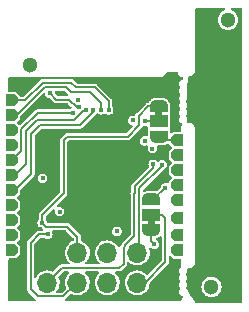
<source format=gbr>
%TF.GenerationSoftware,KiCad,Pcbnew,(6.0.7)*%
%TF.CreationDate,2023-02-02T23:10:42+01:00*%
%TF.ProjectId,ESP31-01_V4,45535033-312d-4303-915f-56342e6b6963,rev?*%
%TF.SameCoordinates,Original*%
%TF.FileFunction,Copper,L4,Bot*%
%TF.FilePolarity,Positive*%
%FSLAX46Y46*%
G04 Gerber Fmt 4.6, Leading zero omitted, Abs format (unit mm)*
G04 Created by KiCad (PCBNEW (6.0.7)) date 2023-02-02 23:10:42*
%MOMM*%
%LPD*%
G01*
G04 APERTURE LIST*
G04 Aperture macros list*
%AMOutline5P*
0 Free polygon, 5 corners , with rotation*
0 The origin of the aperture is its center*
0 number of corners: always 5*
0 $1 to $10 corner X, Y*
0 $11 Rotation angle, in degrees counterclockwise*
0 create outline with 5 corners*
4,1,5,$1,$2,$3,$4,$5,$6,$7,$8,$9,$10,$1,$2,$11*%
%AMOutline6P*
0 Free polygon, 6 corners , with rotation*
0 The origin of the aperture is its center*
0 number of corners: always 6*
0 $1 to $12 corner X, Y*
0 $13 Rotation angle, in degrees counterclockwise*
0 create outline with 6 corners*
4,1,6,$1,$2,$3,$4,$5,$6,$7,$8,$9,$10,$11,$12,$1,$2,$13*%
%AMOutline7P*
0 Free polygon, 7 corners , with rotation*
0 The origin of the aperture is its center*
0 number of corners: always 7*
0 $1 to $14 corner X, Y*
0 $15 Rotation angle, in degrees counterclockwise*
0 create outline with 7 corners*
4,1,7,$1,$2,$3,$4,$5,$6,$7,$8,$9,$10,$11,$12,$13,$14,$1,$2,$15*%
%AMOutline8P*
0 Free polygon, 8 corners , with rotation*
0 The origin of the aperture is its center*
0 number of corners: always 8*
0 $1 to $16 corner X, Y*
0 $17 Rotation angle, in degrees counterclockwise*
0 create outline with 8 corners*
4,1,8,$1,$2,$3,$4,$5,$6,$7,$8,$9,$10,$11,$12,$13,$14,$15,$16,$1,$2,$17*%
%AMFreePoly0*
4,1,22,0.550000,-0.750000,0.000000,-0.750000,0.000000,-0.745033,-0.079941,-0.743568,-0.215256,-0.701293,-0.333266,-0.622738,-0.424486,-0.514219,-0.481581,-0.384460,-0.499164,-0.250000,-0.500000,-0.250000,-0.500000,0.250000,-0.499164,0.250000,-0.499963,0.256109,-0.478152,0.396186,-0.417904,0.524511,-0.324060,0.630769,-0.204165,0.706417,-0.067858,0.745374,0.000000,0.744959,0.000000,0.750000,
0.550000,0.750000,0.550000,-0.750000,0.550000,-0.750000,$1*%
%AMFreePoly1*
4,1,20,0.000000,0.744959,0.073905,0.744508,0.209726,0.703889,0.328688,0.626782,0.421226,0.519385,0.479903,0.390333,0.500000,0.250000,0.500000,-0.250000,0.499851,-0.262216,0.476331,-0.402017,0.414519,-0.529596,0.319384,-0.634700,0.198574,-0.708877,0.061801,-0.746166,0.000000,-0.745033,0.000000,-0.750000,-0.550000,-0.750000,-0.550000,0.750000,0.000000,0.750000,0.000000,0.744959,
0.000000,0.744959,$1*%
G04 Aperture macros list end*
%TA.AperFunction,SMDPad,CuDef*%
%ADD10FreePoly0,90.000000*%
%TD*%
%TA.AperFunction,SMDPad,CuDef*%
%ADD11R,1.500000X1.000000*%
%TD*%
%TA.AperFunction,SMDPad,CuDef*%
%ADD12FreePoly1,90.000000*%
%TD*%
%TA.AperFunction,SMDPad,CuDef*%
%ADD13FreePoly0,270.000000*%
%TD*%
%TA.AperFunction,SMDPad,CuDef*%
%ADD14FreePoly1,270.000000*%
%TD*%
%TA.AperFunction,ComponentPad*%
%ADD15Outline6P,-0.500000X0.500000X0.250000X0.500000X0.500000X0.250000X0.500000X-0.250000X0.250000X-0.500000X-0.500000X-0.500000X180.000000*%
%TD*%
%TA.AperFunction,ComponentPad*%
%ADD16Outline6P,-0.500000X0.500000X0.250000X0.500000X0.500000X0.250000X0.500000X-0.250000X0.250000X-0.500000X-0.500000X-0.500000X0.000000*%
%TD*%
%TA.AperFunction,WasherPad*%
%ADD17C,1.300000*%
%TD*%
%TA.AperFunction,ComponentPad*%
%ADD18R,0.900000X0.500000*%
%TD*%
%TA.AperFunction,ComponentPad*%
%ADD19R,1.700000X1.700000*%
%TD*%
%TA.AperFunction,ComponentPad*%
%ADD20O,1.700000X1.700000*%
%TD*%
%TA.AperFunction,ViaPad*%
%ADD21C,0.400000*%
%TD*%
%TA.AperFunction,Conductor*%
%ADD22C,0.200000*%
%TD*%
G04 APERTURE END LIST*
%TO.C,JP1*%
G36*
X116600000Y-108400000D02*
G01*
X116000000Y-108400000D01*
X116000000Y-107900000D01*
X116600000Y-107900000D01*
X116600000Y-108400000D01*
G37*
%TO.C,JP2*%
G36*
X117250000Y-99200000D02*
G01*
X116650000Y-99200000D01*
X116650000Y-98700000D01*
X117250000Y-98700000D01*
X117250000Y-99200000D01*
G37*
%TD*%
D10*
%TO.P,JP1,1,A*%
%TO.N,Net-(C1-Pad2)*%
X116300000Y-108800000D03*
D11*
%TO.P,JP1,2,C*%
%TO.N,VIN*%
X116300000Y-107500000D03*
D12*
%TO.P,JP1,3,B*%
%TO.N,+3V3*%
X116300000Y-106200000D03*
%TD*%
D13*
%TO.P,JP2,1,A*%
%TO.N,/IO2*%
X116950000Y-98300000D03*
D11*
%TO.P,JP2,2,C*%
%TO.N,Net-(D1-Pad3)*%
X116950000Y-99600000D03*
D14*
%TO.P,JP2,3,B*%
%TO.N,/IO21*%
X116950000Y-100900000D03*
%TD*%
D15*
%TO.P,J5,1,Pin_1*%
%TO.N,/IO5*%
X118500000Y-107780000D03*
%TD*%
%TO.P,J10,1,Pin_1*%
%TO.N,/IO21*%
X118500000Y-101180000D03*
%TD*%
%TO.P,J7,1,Pin_1*%
%TO.N,/IO10*%
X118500000Y-109230000D03*
%TD*%
D16*
%TO.P,J18,1,Pin_1*%
%TO.N,/IO34*%
X104500000Y-102870000D03*
%TD*%
D15*
%TO.P,J9,1,Pin_1*%
%TO.N,/IO19*%
X118500000Y-103720000D03*
%TD*%
%TO.P,J6,1,Pin_1*%
%TO.N,/IO9*%
X118500000Y-110500000D03*
%TD*%
%TO.P,J12,1,Pin_1*%
%TO.N,/IO23*%
X118500000Y-104990000D03*
%TD*%
D16*
%TO.P,J19,1,Pin_1*%
%TO.N,/IO35*%
X104500000Y-100330000D03*
%TD*%
D17*
%TO.P,REF\u002A\u002A,*%
%TO.N,*%
X106000000Y-94800000D03*
%TD*%
D16*
%TO.P,J13,1,Pin_1*%
%TO.N,/IO25*%
X104500000Y-107950000D03*
%TD*%
D17*
%TO.P,,*%
%TO.N,*%
X122800000Y-91000000D03*
%TD*%
D16*
%TO.P,J15,1,Pin_1*%
%TO.N,/IO27*%
X104500000Y-110490000D03*
%TD*%
%TO.P,J17,1,Pin_1*%
%TO.N,/IO33*%
X104500000Y-106680000D03*
%TD*%
%TO.P,J14,1,Pin_1*%
%TO.N,/IO26*%
X104500000Y-109220000D03*
%TD*%
D15*
%TO.P,J8,1,Pin_1*%
%TO.N,/IO18*%
X118500000Y-106260000D03*
%TD*%
D18*
%TO.P,AE1,2,Shield*%
%TO.N,GND*%
X118150000Y-95625000D03*
%TD*%
D16*
%TO.P,J3,1,Pin_1*%
%TO.N,/CAPN*%
X104500000Y-105410000D03*
%TD*%
%TO.P,J4,1,Pin_1*%
%TO.N,/SENS_VN*%
X104500000Y-104140000D03*
%TD*%
D15*
%TO.P,J11,1,Pin_1*%
%TO.N,/IO22*%
X118500000Y-102450000D03*
%TD*%
D17*
%TO.P,,*%
%TO.N,*%
X121400000Y-113600000D03*
%TD*%
D16*
%TO.P,J1,1,Pin_1*%
%TO.N,/SENS_VP*%
X104500000Y-97790000D03*
%TD*%
%TO.P,J16,1,Pin_1*%
%TO.N,/IO32*%
X104500000Y-101600000D03*
%TD*%
%TO.P,J2,1,Pin_1*%
%TO.N,/CAPP*%
X104500000Y-99060000D03*
%TD*%
D19*
%TO.P,J20,1,Pin_1*%
%TO.N,GND*%
X107500000Y-110725000D03*
D20*
%TO.P,J20,2,Pin_2*%
%TO.N,/IO1*%
X107500000Y-113265000D03*
%TO.P,J20,3,Pin_3*%
%TO.N,/IO2*%
X110040000Y-110725000D03*
%TO.P,J20,4,Pin_4*%
%TO.N,/IO4*%
X110040000Y-113265000D03*
%TO.P,J20,5,Pin_5*%
%TO.N,/IO0*%
X112580000Y-110725000D03*
%TO.P,J20,6,Pin_6*%
%TO.N,/EN*%
X112580000Y-113265000D03*
%TO.P,J20,7,Pin_7*%
%TO.N,/IO3*%
X115120000Y-110725000D03*
%TO.P,J20,8,Pin_8*%
%TO.N,VIN*%
X115120000Y-113265000D03*
%TD*%
D21*
%TO.N,GND*%
X112681885Y-108225484D03*
%TO.N,Net-(D1-Pad3)*%
X115750000Y-99600000D03*
%TO.N,Net-(C1-Pad2)*%
X108541403Y-107225792D03*
X116550000Y-110000000D03*
%TO.N,+3V3*%
X113400000Y-108900000D03*
%TO.N,GND*%
X117350000Y-96150000D03*
X116130000Y-97680000D03*
X105500000Y-99300000D03*
X113900000Y-97100000D03*
X104550000Y-96200000D03*
X113550000Y-96200000D03*
X114850000Y-98150000D03*
X118500000Y-98500000D03*
X116530000Y-97200000D03*
X116750000Y-96050000D03*
X111500000Y-103000000D03*
X106650000Y-98200000D03*
X108508800Y-97256600D03*
X116500000Y-111100000D03*
X104500000Y-113750000D03*
X110500000Y-102000000D03*
X108740000Y-113670000D03*
X118450000Y-97825000D03*
X118500000Y-100000000D03*
X115350000Y-96050000D03*
X116750000Y-96600000D03*
X115150000Y-96600000D03*
X112500000Y-102000000D03*
X112500000Y-104000000D03*
X118450000Y-96250000D03*
X111750000Y-96200000D03*
X118500000Y-99250000D03*
X114503200Y-96800000D03*
X114400000Y-96200000D03*
X113374500Y-97587566D03*
X110150000Y-96200000D03*
X118500000Y-112750000D03*
X104500000Y-112750000D03*
X118425000Y-97000000D03*
X110500000Y-104000000D03*
X118500000Y-113750000D03*
X115450000Y-98050000D03*
X114450000Y-98700000D03*
%TO.N,/EN*%
X107725000Y-97227600D03*
X110162095Y-98373291D03*
%TO.N,+3V3*%
X110124000Y-97775000D03*
X114750000Y-99500000D03*
X116396800Y-101896800D03*
X115750000Y-101250000D03*
X107100000Y-104400000D03*
X117495701Y-105195701D03*
%TO.N,/IO1*%
X116464297Y-103214297D03*
%TO.N,/IO2*%
X107069740Y-108169740D03*
%TO.N,/IO4*%
X107542579Y-109142578D03*
%TO.N,/IO3*%
X117211935Y-103241894D03*
%TO.N,/SENS_VN*%
X110808929Y-98625870D03*
%TO.N,/SENS_VP*%
X112700500Y-98625000D03*
%TO.N,/CAPP*%
X112057502Y-98617052D03*
%TO.N,/CAPN*%
X111408098Y-98605879D03*
%TO.N,/IO34*%
X109668798Y-98858724D03*
%TD*%
D22*
%TO.N,/IO21*%
X117230000Y-101180000D02*
X116950000Y-100900000D01*
X118500000Y-101180000D02*
X117230000Y-101180000D01*
%TO.N,Net-(D1-Pad3)*%
X116950000Y-99600000D02*
X115750000Y-99600000D01*
%TO.N,/IO2*%
X116050000Y-98300000D02*
X116950000Y-98300000D01*
X108910000Y-101180000D02*
X109210000Y-100880000D01*
X115250000Y-99938800D02*
X115250000Y-99100000D01*
X108910000Y-105690000D02*
X108910000Y-101180000D01*
X107069740Y-107530260D02*
X108910000Y-105690000D01*
X115250000Y-99100000D02*
X116050000Y-98300000D01*
X107069740Y-108169740D02*
X107069740Y-107530260D01*
X109210000Y-100880000D02*
X114308800Y-100880000D01*
X114308800Y-100880000D02*
X115250000Y-99938800D01*
%TO.N,Net-(C1-Pad2)*%
X116300000Y-108800000D02*
X116300000Y-109750000D01*
X116300000Y-109750000D02*
X116550000Y-110000000D01*
%TO.N,+3V3*%
X116491402Y-106200000D02*
X117495701Y-105195701D01*
X116300000Y-106200000D02*
X116491402Y-106200000D01*
%TO.N,/EN*%
X109983014Y-98373291D02*
X109359723Y-97750000D01*
X108253511Y-97756111D02*
X107725000Y-97227600D01*
X110162095Y-98373291D02*
X109983014Y-98373291D01*
X108748566Y-97756111D02*
X108253511Y-97756111D01*
X108754677Y-97750000D02*
X108748566Y-97756111D01*
X109359723Y-97750000D02*
X108754677Y-97750000D01*
%TO.N,/IO1*%
X114849832Y-105698512D02*
X114900000Y-105648344D01*
X114900000Y-105100000D02*
X116464297Y-103535703D01*
X114849832Y-109293892D02*
X114849832Y-105698512D01*
X113970489Y-111629511D02*
X113970489Y-110268788D01*
X114900000Y-105648344D02*
X114900000Y-105100000D01*
X107460000Y-113265000D02*
X108725000Y-112000000D01*
X108725000Y-112000000D02*
X113600000Y-112000000D01*
X116464297Y-103535703D02*
X116464297Y-103214297D01*
X113970489Y-110268788D02*
X114099511Y-110139766D01*
X114099511Y-110139766D02*
X114099511Y-110044213D01*
X114099511Y-110044213D02*
X114849832Y-109293892D01*
X113600000Y-112000000D02*
X113970489Y-111629511D01*
%TO.N,/IO2*%
X107069740Y-108169740D02*
X107400000Y-108500000D01*
X110040000Y-109350723D02*
X110040000Y-110725000D01*
X109189277Y-108500000D02*
X110040000Y-109350723D01*
X107400000Y-108500000D02*
X109189277Y-108500000D01*
%TO.N,/IO4*%
X106080000Y-113800000D02*
X106694511Y-114414511D01*
X106694511Y-114414511D02*
X108850489Y-114414511D01*
X106080000Y-109865880D02*
X106080000Y-113800000D01*
X107542579Y-109142578D02*
X106803302Y-109142578D01*
X108850489Y-114414511D02*
X110000000Y-113265000D01*
X106803302Y-109142578D02*
X106080000Y-109865880D01*
%TO.N,/IO3*%
X115249352Y-105863998D02*
X115249352Y-110555648D01*
X115300000Y-105265006D02*
X115300000Y-105813350D01*
X117211935Y-103353071D02*
X115300000Y-105265006D01*
X115300000Y-105813350D02*
X115249352Y-105863998D01*
X115249352Y-110555648D02*
X115080000Y-110725000D01*
X117211935Y-103241894D02*
X117211935Y-103353071D01*
%TO.N,/SENS_VN*%
X106658201Y-99466799D02*
X105699040Y-100425960D01*
X105699040Y-103200960D02*
X104760000Y-104140000D01*
X110808929Y-98625870D02*
X110640929Y-98625870D01*
X104760000Y-104140000D02*
X104500000Y-104140000D01*
X109800000Y-99466799D02*
X106658201Y-99466799D01*
X105699040Y-100425960D02*
X105699040Y-103200960D01*
X110640929Y-98625870D02*
X109800000Y-99466799D01*
%TO.N,/SENS_VP*%
X111499511Y-96699511D02*
X110199511Y-96699511D01*
X105610000Y-97790000D02*
X104500000Y-97790000D01*
X107100000Y-96300000D02*
X105610000Y-97790000D01*
X109510723Y-96300000D02*
X107100000Y-96300000D01*
X112700500Y-98625000D02*
X112700500Y-97900500D01*
X110199511Y-96699511D02*
X109910234Y-96699511D01*
X109910234Y-96699511D02*
X109510723Y-96300000D01*
X112700500Y-97900500D02*
X111499511Y-96699511D01*
X110325511Y-96699511D02*
X110199511Y-96699511D01*
%TO.N,/CAPP*%
X109499030Y-97099030D02*
X109099520Y-96699520D01*
X111099031Y-97099031D02*
X109499030Y-97099030D01*
X107265486Y-96699520D02*
X104905006Y-99060000D01*
X104905006Y-99060000D02*
X104500000Y-99060000D01*
X109099520Y-96699520D02*
X107265486Y-96699520D01*
X112057502Y-98617052D02*
X112057502Y-98057502D01*
X112057502Y-98057502D02*
X111099031Y-97099031D01*
%TO.N,/CAPN*%
X104765000Y-105410000D02*
X106125000Y-104050000D01*
X106125000Y-104050000D02*
X106125000Y-100675000D01*
X106875000Y-99925000D02*
X110249076Y-99925000D01*
X106125000Y-100675000D02*
X106875000Y-99925000D01*
X110249076Y-99925000D02*
X111408098Y-98765978D01*
X104500000Y-105410000D02*
X104765000Y-105410000D01*
X111408098Y-98765978D02*
X111408098Y-98605879D01*
%TO.N,/IO34*%
X106701270Y-98858724D02*
X105299521Y-100260473D01*
X105299521Y-100260473D02*
X105299520Y-102070480D01*
X109668798Y-98858724D02*
X106701270Y-98858724D01*
X105299520Y-102070480D02*
X104500000Y-102870000D01*
%TO.N,VIN*%
X117500000Y-107750000D02*
X117500000Y-111500000D01*
X115735000Y-113265000D02*
X115120000Y-113265000D01*
X117500000Y-111500000D02*
X115735000Y-113265000D01*
X117250000Y-107500000D02*
X117500000Y-107750000D01*
X116300000Y-107500000D02*
X117250000Y-107500000D01*
%TD*%
%TA.AperFunction,Conductor*%
%TO.N,GND*%
G36*
X118417774Y-95418907D02*
G01*
X118428869Y-95428286D01*
X118808247Y-95800000D01*
X118901000Y-95800000D01*
X118959191Y-95818907D01*
X118995155Y-95868407D01*
X118999000Y-95892686D01*
X118999000Y-95963847D01*
X118981093Y-96018960D01*
X118931593Y-96054924D01*
X118917255Y-96058425D01*
X118892973Y-96062467D01*
X118892968Y-96062469D01*
X118884897Y-96063812D01*
X118782206Y-96119222D01*
X118702999Y-96204907D01*
X118655818Y-96311629D01*
X118655112Y-96319777D01*
X118655112Y-96319778D01*
X118646455Y-96419727D01*
X118645749Y-96427880D01*
X118647722Y-96435822D01*
X118647722Y-96435823D01*
X118669271Y-96522569D01*
X118673880Y-96541125D01*
X118678317Y-96547996D01*
X118678317Y-96547997D01*
X118708727Y-96595093D01*
X118737175Y-96639152D01*
X118737684Y-96639553D01*
X118761216Y-96691665D01*
X118748811Y-96751580D01*
X118735512Y-96769735D01*
X118702999Y-96804907D01*
X118655818Y-96911629D01*
X118655112Y-96919777D01*
X118655112Y-96919778D01*
X118646524Y-97018927D01*
X118645749Y-97027880D01*
X118647722Y-97035822D01*
X118647722Y-97035823D01*
X118664235Y-97102296D01*
X118673880Y-97141125D01*
X118678317Y-97147996D01*
X118678317Y-97147997D01*
X118729458Y-97227200D01*
X118737175Y-97239152D01*
X118737684Y-97239553D01*
X118761216Y-97291665D01*
X118748811Y-97351580D01*
X118735512Y-97369735D01*
X118702999Y-97404907D01*
X118655818Y-97511629D01*
X118655112Y-97519777D01*
X118655112Y-97519778D01*
X118646917Y-97614394D01*
X118645749Y-97627880D01*
X118647722Y-97635822D01*
X118647722Y-97635823D01*
X118666844Y-97712799D01*
X118673880Y-97741125D01*
X118678317Y-97747996D01*
X118678317Y-97747997D01*
X118722903Y-97817048D01*
X118737175Y-97839152D01*
X118737684Y-97839553D01*
X118761216Y-97891665D01*
X118748811Y-97951580D01*
X118735512Y-97969735D01*
X118702999Y-98004907D01*
X118655818Y-98111629D01*
X118655112Y-98119777D01*
X118655112Y-98119778D01*
X118646517Y-98219014D01*
X118645749Y-98227880D01*
X118647722Y-98235822D01*
X118647722Y-98235823D01*
X118668296Y-98318644D01*
X118673880Y-98341125D01*
X118678317Y-98347996D01*
X118678317Y-98347997D01*
X118708727Y-98395093D01*
X118737175Y-98439152D01*
X118737684Y-98439553D01*
X118761216Y-98491665D01*
X118748811Y-98551580D01*
X118735512Y-98569735D01*
X118702999Y-98604907D01*
X118655818Y-98711629D01*
X118655112Y-98719777D01*
X118655112Y-98719778D01*
X118646455Y-98819727D01*
X118645749Y-98827880D01*
X118647722Y-98835822D01*
X118647722Y-98835823D01*
X118670951Y-98929332D01*
X118673880Y-98941125D01*
X118678317Y-98947996D01*
X118678317Y-98947997D01*
X118725945Y-99021759D01*
X118737175Y-99039152D01*
X118737684Y-99039553D01*
X118761216Y-99091665D01*
X118748811Y-99151580D01*
X118735512Y-99169735D01*
X118702999Y-99204907D01*
X118655818Y-99311629D01*
X118655112Y-99319777D01*
X118655112Y-99319778D01*
X118650355Y-99374696D01*
X118645749Y-99427880D01*
X118673880Y-99541125D01*
X118678317Y-99547996D01*
X118678317Y-99547997D01*
X118732715Y-99632244D01*
X118737175Y-99639152D01*
X118828811Y-99711392D01*
X118836531Y-99714103D01*
X118843704Y-99718047D01*
X118842936Y-99719444D01*
X118884072Y-99750836D01*
X118901605Y-99809456D01*
X118886457Y-99859798D01*
X118867837Y-99889430D01*
X118867833Y-99889438D01*
X118864878Y-99894141D01*
X118812742Y-100043138D01*
X118795843Y-100193123D01*
X118794344Y-100199641D01*
X118796805Y-100210515D01*
X118797059Y-100211638D01*
X118799500Y-100233488D01*
X118799500Y-100380500D01*
X118780593Y-100438691D01*
X118731093Y-100474655D01*
X118700501Y-100479500D01*
X118257010Y-100479499D01*
X118230159Y-100479499D01*
X118225356Y-100480462D01*
X118225353Y-100480462D01*
X118180985Y-100489355D01*
X118180982Y-100489356D01*
X118171439Y-100491269D01*
X118122255Y-100524195D01*
X118073432Y-100573018D01*
X118018915Y-100600795D01*
X117958483Y-100591224D01*
X117915218Y-100547959D01*
X117904428Y-100503014D01*
X117904428Y-100350000D01*
X117888867Y-100271769D01*
X117883452Y-100263666D01*
X117883129Y-100262885D01*
X117878329Y-100201888D01*
X117883129Y-100187115D01*
X117883452Y-100186334D01*
X117888867Y-100178231D01*
X117892003Y-100162468D01*
X117895637Y-100144195D01*
X117900500Y-100119748D01*
X117900500Y-99080252D01*
X117892617Y-99040621D01*
X117890769Y-99031329D01*
X117890768Y-99031327D01*
X117888867Y-99021769D01*
X117883452Y-99013666D01*
X117883129Y-99012885D01*
X117878329Y-98951888D01*
X117883129Y-98937115D01*
X117883452Y-98936334D01*
X117888867Y-98928231D01*
X117890959Y-98917717D01*
X117900679Y-98868848D01*
X117904428Y-98850000D01*
X117904428Y-98308919D01*
X117904430Y-98308314D01*
X117904494Y-98297820D01*
X117904892Y-98232693D01*
X117903752Y-98224364D01*
X117897504Y-98178757D01*
X117897504Y-98178756D01*
X117897026Y-98175268D01*
X117857669Y-98037559D01*
X117834001Y-97984649D01*
X117757575Y-97863521D01*
X117748583Y-97852955D01*
X117722291Y-97822062D01*
X117722288Y-97822059D01*
X117720008Y-97819380D01*
X117612657Y-97724572D01*
X117564215Y-97692752D01*
X117561024Y-97691254D01*
X117561019Y-97691251D01*
X117437769Y-97633385D01*
X117437770Y-97633385D01*
X117434570Y-97631883D01*
X117379139Y-97614936D01*
X117332564Y-97607684D01*
X117241104Y-97593444D01*
X117241100Y-97593444D01*
X117237621Y-97592902D01*
X117234102Y-97592859D01*
X117217074Y-97592651D01*
X117179665Y-97592194D01*
X117174251Y-97592902D01*
X117160225Y-97594736D01*
X117147389Y-97595572D01*
X116762427Y-97595572D01*
X116747199Y-97594393D01*
X116744478Y-97593970D01*
X116741104Y-97593444D01*
X116741100Y-97593444D01*
X116737621Y-97592902D01*
X116679665Y-97592194D01*
X116537651Y-97610764D01*
X116534257Y-97611712D01*
X116534255Y-97611712D01*
X116485225Y-97625401D01*
X116485223Y-97625402D01*
X116481823Y-97626351D01*
X116478596Y-97627771D01*
X116478593Y-97627772D01*
X116353959Y-97682613D01*
X116350730Y-97684034D01*
X116301524Y-97714662D01*
X116298830Y-97716927D01*
X116298828Y-97716928D01*
X116275118Y-97736858D01*
X116191889Y-97806819D01*
X116153255Y-97850029D01*
X116107196Y-97919222D01*
X116082097Y-97956928D01*
X116034114Y-97994891D01*
X116003402Y-98001000D01*
X115991925Y-98001431D01*
X115982792Y-98001774D01*
X115974398Y-98005380D01*
X115974395Y-98005381D01*
X115972217Y-98006317D01*
X115951266Y-98012683D01*
X115939947Y-98014791D01*
X115932164Y-98019588D01*
X115932165Y-98019588D01*
X115917272Y-98028768D01*
X115904405Y-98035451D01*
X115899500Y-98037559D01*
X115886358Y-98043205D01*
X115886357Y-98043206D01*
X115879937Y-98045964D01*
X115875051Y-98049978D01*
X115870687Y-98054342D01*
X115852632Y-98068613D01*
X115844652Y-98073532D01*
X115826982Y-98096769D01*
X115818190Y-98106839D01*
X115075349Y-98849680D01*
X115072220Y-98852380D01*
X115067731Y-98854575D01*
X115061513Y-98861278D01*
X115034107Y-98890822D01*
X115031531Y-98893498D01*
X115017752Y-98907277D01*
X115015207Y-98910987D01*
X115011771Y-98914900D01*
X114991599Y-98936646D01*
X114988212Y-98945134D01*
X114988212Y-98945135D01*
X114987334Y-98947336D01*
X114977020Y-98966652D01*
X114975679Y-98968607D01*
X114975678Y-98968610D01*
X114970508Y-98976146D01*
X114968398Y-98985038D01*
X114964359Y-99002058D01*
X114959986Y-99015884D01*
X114952784Y-99033937D01*
X114950117Y-99040621D01*
X114949102Y-99040216D01*
X114920479Y-99086605D01*
X114863880Y-99109846D01*
X114840929Y-99108909D01*
X114757698Y-99095727D01*
X114757697Y-99095727D01*
X114750000Y-99094508D01*
X114742303Y-99095727D01*
X114632391Y-99113135D01*
X114632390Y-99113135D01*
X114624696Y-99114354D01*
X114617757Y-99117890D01*
X114617756Y-99117890D01*
X114518597Y-99168414D01*
X114518595Y-99168415D01*
X114511658Y-99171950D01*
X114421950Y-99261658D01*
X114418415Y-99268595D01*
X114418414Y-99268597D01*
X114387210Y-99329838D01*
X114364354Y-99374696D01*
X114363135Y-99382390D01*
X114363135Y-99382391D01*
X114354368Y-99437746D01*
X114344508Y-99500000D01*
X114345727Y-99507697D01*
X114354784Y-99564878D01*
X114364354Y-99625304D01*
X114421950Y-99738342D01*
X114511658Y-99828050D01*
X114518595Y-99831585D01*
X114518597Y-99831586D01*
X114617756Y-99882110D01*
X114624696Y-99885646D01*
X114632390Y-99886865D01*
X114632391Y-99886865D01*
X114651617Y-99889910D01*
X114706134Y-99917688D01*
X114733911Y-99972204D01*
X114724339Y-100032636D01*
X114706134Y-100057695D01*
X114213325Y-100550504D01*
X114158808Y-100578281D01*
X114143321Y-100579500D01*
X109263508Y-100579500D01*
X109259383Y-100579197D01*
X109254658Y-100577575D01*
X109205239Y-100579430D01*
X109201526Y-100579500D01*
X109182052Y-100579500D01*
X109177622Y-100580325D01*
X109172429Y-100580661D01*
X109156398Y-100581263D01*
X109151925Y-100581431D01*
X109142792Y-100581774D01*
X109134398Y-100585380D01*
X109134395Y-100585381D01*
X109132217Y-100586317D01*
X109111266Y-100592683D01*
X109099947Y-100594791D01*
X109092164Y-100599588D01*
X109092165Y-100599588D01*
X109077272Y-100608768D01*
X109064404Y-100615452D01*
X109046358Y-100623205D01*
X109046357Y-100623206D01*
X109039937Y-100625964D01*
X109035051Y-100629978D01*
X109030687Y-100634342D01*
X109012632Y-100648613D01*
X109004652Y-100653532D01*
X108986982Y-100676769D01*
X108978190Y-100686839D01*
X108735349Y-100929680D01*
X108732220Y-100932380D01*
X108727731Y-100934575D01*
X108721513Y-100941278D01*
X108694107Y-100970822D01*
X108691531Y-100973498D01*
X108677752Y-100987277D01*
X108675207Y-100990987D01*
X108671771Y-100994900D01*
X108651599Y-101016646D01*
X108648212Y-101025134D01*
X108648212Y-101025135D01*
X108647334Y-101027336D01*
X108637020Y-101046652D01*
X108635679Y-101048607D01*
X108635678Y-101048610D01*
X108630508Y-101056146D01*
X108628398Y-101065038D01*
X108624359Y-101082058D01*
X108619986Y-101095884D01*
X108613801Y-101111387D01*
X108610117Y-101120622D01*
X108609500Y-101126915D01*
X108609500Y-101133084D01*
X108606825Y-101155943D01*
X108604660Y-101165066D01*
X108608596Y-101193987D01*
X108609500Y-101207337D01*
X108609500Y-105524520D01*
X108590593Y-105582711D01*
X108580504Y-105594524D01*
X106895089Y-107279940D01*
X106891960Y-107282640D01*
X106887471Y-107284835D01*
X106881253Y-107291538D01*
X106853847Y-107321082D01*
X106851271Y-107323758D01*
X106837492Y-107337537D01*
X106834947Y-107341247D01*
X106831511Y-107345160D01*
X106811339Y-107366906D01*
X106807952Y-107375394D01*
X106807952Y-107375395D01*
X106807074Y-107377596D01*
X106796760Y-107396912D01*
X106795419Y-107398867D01*
X106795418Y-107398870D01*
X106790248Y-107406406D01*
X106788138Y-107415298D01*
X106784099Y-107432318D01*
X106779726Y-107446144D01*
X106772549Y-107464134D01*
X106769857Y-107470882D01*
X106769240Y-107477175D01*
X106769240Y-107483344D01*
X106766565Y-107506203D01*
X106764400Y-107515326D01*
X106768336Y-107544247D01*
X106769240Y-107557597D01*
X106769240Y-107863384D01*
X106750334Y-107921573D01*
X106747197Y-107925891D01*
X106741690Y-107931398D01*
X106684094Y-108044436D01*
X106664248Y-108169740D01*
X106665467Y-108177437D01*
X106682159Y-108282825D01*
X106684094Y-108295044D01*
X106687630Y-108301983D01*
X106687630Y-108301984D01*
X106713654Y-108353058D01*
X106741690Y-108408082D01*
X106831398Y-108497790D01*
X106838335Y-108501325D01*
X106838337Y-108501326D01*
X106870846Y-108517890D01*
X106944436Y-108555386D01*
X106952129Y-108556604D01*
X106952131Y-108556605D01*
X107014823Y-108566534D01*
X107069340Y-108594311D01*
X107148103Y-108673074D01*
X107175880Y-108727591D01*
X107166309Y-108788023D01*
X107123044Y-108831288D01*
X107078099Y-108842078D01*
X106856809Y-108842078D01*
X106852685Y-108841775D01*
X106847960Y-108840153D01*
X106806634Y-108841705D01*
X106798552Y-108842008D01*
X106794838Y-108842078D01*
X106775354Y-108842078D01*
X106770922Y-108842903D01*
X106765732Y-108843240D01*
X106736093Y-108844353D01*
X106725521Y-108848895D01*
X106704568Y-108855261D01*
X106702236Y-108855695D01*
X106702234Y-108855696D01*
X106693249Y-108857369D01*
X106670570Y-108871349D01*
X106657709Y-108878029D01*
X106645329Y-108883348D01*
X106633239Y-108888542D01*
X106628353Y-108892556D01*
X106623989Y-108896920D01*
X106605934Y-108911191D01*
X106597954Y-108916110D01*
X106580284Y-108939347D01*
X106571492Y-108949417D01*
X105905349Y-109615560D01*
X105902220Y-109618260D01*
X105897731Y-109620455D01*
X105891513Y-109627158D01*
X105864107Y-109656702D01*
X105861531Y-109659378D01*
X105847752Y-109673157D01*
X105845207Y-109676867D01*
X105841771Y-109680780D01*
X105821599Y-109702526D01*
X105818212Y-109711014D01*
X105818212Y-109711015D01*
X105817334Y-109713216D01*
X105807020Y-109732532D01*
X105805679Y-109734487D01*
X105805678Y-109734490D01*
X105800508Y-109742026D01*
X105798398Y-109750918D01*
X105794359Y-109767938D01*
X105789986Y-109781764D01*
X105782706Y-109800012D01*
X105780117Y-109806502D01*
X105779500Y-109812795D01*
X105779500Y-109818964D01*
X105776825Y-109841823D01*
X105774660Y-109850946D01*
X105777819Y-109874158D01*
X105778596Y-109879867D01*
X105779500Y-109893217D01*
X105779500Y-113746492D01*
X105779197Y-113750617D01*
X105777575Y-113755342D01*
X105777918Y-113764476D01*
X105779430Y-113804761D01*
X105779500Y-113808474D01*
X105779500Y-113827948D01*
X105780325Y-113832378D01*
X105780661Y-113837571D01*
X105781774Y-113867208D01*
X105785380Y-113875602D01*
X105785381Y-113875605D01*
X105786317Y-113877783D01*
X105792683Y-113898734D01*
X105794791Y-113910053D01*
X105799588Y-113917835D01*
X105808768Y-113932728D01*
X105815451Y-113945595D01*
X105825964Y-113970063D01*
X105829978Y-113974949D01*
X105834342Y-113979313D01*
X105848613Y-113997368D01*
X105853532Y-114005348D01*
X105876769Y-114023018D01*
X105886839Y-114031810D01*
X106444191Y-114589162D01*
X106446891Y-114592291D01*
X106449086Y-114596780D01*
X106455789Y-114602998D01*
X106482655Y-114627920D01*
X106512458Y-114681356D01*
X106505160Y-114742105D01*
X106463549Y-114786962D01*
X106415327Y-114799500D01*
X104299500Y-114799500D01*
X104241309Y-114780593D01*
X104205345Y-114731093D01*
X104200500Y-114700500D01*
X104200500Y-111289500D01*
X104219407Y-111231309D01*
X104268907Y-111195345D01*
X104299499Y-111190500D01*
X104742990Y-111190501D01*
X104769841Y-111190501D01*
X104774644Y-111189538D01*
X104774647Y-111189538D01*
X104819015Y-111180645D01*
X104819018Y-111180644D01*
X104828561Y-111178731D01*
X104877745Y-111145805D01*
X105155804Y-110867746D01*
X105189003Y-110817901D01*
X105200500Y-110759838D01*
X105200501Y-110220159D01*
X105199538Y-110215353D01*
X105190645Y-110170985D01*
X105190644Y-110170982D01*
X105188731Y-110161439D01*
X105155805Y-110112255D01*
X104968554Y-109925004D01*
X104940777Y-109870487D01*
X104950348Y-109810055D01*
X104968554Y-109784996D01*
X105155804Y-109597746D01*
X105161049Y-109589871D01*
X105183607Y-109556003D01*
X105183607Y-109556002D01*
X105189003Y-109547901D01*
X105200500Y-109489838D01*
X105200501Y-108950159D01*
X105195134Y-108923383D01*
X105190645Y-108900985D01*
X105190644Y-108900982D01*
X105188731Y-108891439D01*
X105155805Y-108842255D01*
X104968554Y-108655004D01*
X104940777Y-108600487D01*
X104950348Y-108540055D01*
X104968554Y-108514996D01*
X105155804Y-108327746D01*
X105158519Y-108323670D01*
X105183607Y-108286003D01*
X105183607Y-108286002D01*
X105189003Y-108277901D01*
X105200500Y-108219838D01*
X105200501Y-107680159D01*
X105196880Y-107662093D01*
X105190645Y-107630985D01*
X105190644Y-107630982D01*
X105188731Y-107621439D01*
X105155805Y-107572255D01*
X104968554Y-107385004D01*
X104940777Y-107330487D01*
X104950348Y-107270055D01*
X104968554Y-107244996D01*
X105155804Y-107057746D01*
X105158519Y-107053670D01*
X105183607Y-107016003D01*
X105183607Y-107016002D01*
X105189003Y-107007901D01*
X105200500Y-106949838D01*
X105200501Y-106410159D01*
X105199538Y-106405353D01*
X105190645Y-106360985D01*
X105190644Y-106360982D01*
X105188731Y-106351439D01*
X105155805Y-106302255D01*
X104968554Y-106115004D01*
X104940777Y-106060487D01*
X104950348Y-106000055D01*
X104968554Y-105974996D01*
X105155804Y-105787746D01*
X105158519Y-105783670D01*
X105183607Y-105746003D01*
X105183607Y-105746002D01*
X105189003Y-105737901D01*
X105200500Y-105679838D01*
X105200500Y-105565164D01*
X105200501Y-105440478D01*
X105219409Y-105382287D01*
X105229497Y-105370474D01*
X106199971Y-104400000D01*
X106694508Y-104400000D01*
X106714354Y-104525304D01*
X106771950Y-104638342D01*
X106861658Y-104728050D01*
X106868595Y-104731585D01*
X106868597Y-104731586D01*
X106953802Y-104775000D01*
X106974696Y-104785646D01*
X106982390Y-104786865D01*
X106982391Y-104786865D01*
X107092303Y-104804273D01*
X107100000Y-104805492D01*
X107107697Y-104804273D01*
X107217609Y-104786865D01*
X107217610Y-104786865D01*
X107225304Y-104785646D01*
X107246198Y-104775000D01*
X107331403Y-104731586D01*
X107331405Y-104731585D01*
X107338342Y-104728050D01*
X107428050Y-104638342D01*
X107485646Y-104525304D01*
X107505492Y-104400000D01*
X107504273Y-104392303D01*
X107486865Y-104282391D01*
X107486865Y-104282390D01*
X107485646Y-104274696D01*
X107470997Y-104245945D01*
X107431586Y-104168597D01*
X107431585Y-104168595D01*
X107428050Y-104161658D01*
X107338342Y-104071950D01*
X107331405Y-104068415D01*
X107331403Y-104068414D01*
X107232244Y-104017890D01*
X107232243Y-104017890D01*
X107225304Y-104014354D01*
X107217610Y-104013135D01*
X107217609Y-104013135D01*
X107107697Y-103995727D01*
X107100000Y-103994508D01*
X107092303Y-103995727D01*
X106982391Y-104013135D01*
X106982390Y-104013135D01*
X106974696Y-104014354D01*
X106967757Y-104017890D01*
X106967756Y-104017890D01*
X106868597Y-104068414D01*
X106868595Y-104068415D01*
X106861658Y-104071950D01*
X106771950Y-104161658D01*
X106768415Y-104168595D01*
X106768414Y-104168597D01*
X106729003Y-104245945D01*
X106714354Y-104274696D01*
X106713135Y-104282390D01*
X106713135Y-104282391D01*
X106695727Y-104392303D01*
X106694508Y-104400000D01*
X106199971Y-104400000D01*
X106299651Y-104300320D01*
X106302780Y-104297620D01*
X106307269Y-104295425D01*
X106340893Y-104259178D01*
X106343469Y-104256502D01*
X106357247Y-104242724D01*
X106359792Y-104239013D01*
X106363220Y-104235108D01*
X106383401Y-104213354D01*
X106387666Y-104202664D01*
X106397980Y-104183348D01*
X106399321Y-104181393D01*
X106399322Y-104181390D01*
X106404492Y-104173854D01*
X106410641Y-104147941D01*
X106415014Y-104134116D01*
X106422294Y-104115868D01*
X106422294Y-104115866D01*
X106424883Y-104109378D01*
X106425500Y-104103085D01*
X106425500Y-104096916D01*
X106428175Y-104074057D01*
X106428230Y-104073827D01*
X106428230Y-104073825D01*
X106430340Y-104064934D01*
X106426404Y-104036012D01*
X106425500Y-104022663D01*
X106425500Y-100840479D01*
X106444407Y-100782288D01*
X106454496Y-100770475D01*
X106970475Y-100254496D01*
X107024992Y-100226719D01*
X107040479Y-100225500D01*
X110195568Y-100225500D01*
X110199693Y-100225803D01*
X110204418Y-100227425D01*
X110253837Y-100225570D01*
X110257550Y-100225500D01*
X110277024Y-100225500D01*
X110281454Y-100224675D01*
X110286647Y-100224339D01*
X110302678Y-100223737D01*
X110307151Y-100223569D01*
X110316284Y-100223226D01*
X110324678Y-100219620D01*
X110324681Y-100219619D01*
X110326859Y-100218683D01*
X110347810Y-100212317D01*
X110359129Y-100210209D01*
X110381805Y-100196232D01*
X110394672Y-100189548D01*
X110412718Y-100181795D01*
X110412719Y-100181794D01*
X110419139Y-100179036D01*
X110424025Y-100175022D01*
X110428389Y-100170658D01*
X110446444Y-100156387D01*
X110454424Y-100151468D01*
X110472094Y-100128231D01*
X110480886Y-100118161D01*
X111582749Y-99016298D01*
X111585878Y-99013598D01*
X111590367Y-99011403D01*
X111623991Y-98975156D01*
X111626567Y-98972480D01*
X111640346Y-98958701D01*
X111642891Y-98954991D01*
X111646326Y-98951079D01*
X111651870Y-98945102D01*
X111662471Y-98933675D01*
X111715906Y-98903871D01*
X111776655Y-98911168D01*
X111805056Y-98930998D01*
X111819160Y-98945102D01*
X111826097Y-98948637D01*
X111826099Y-98948638D01*
X111878144Y-98975156D01*
X111932198Y-99002698D01*
X111939892Y-99003917D01*
X111939893Y-99003917D01*
X112049805Y-99021325D01*
X112057502Y-99022544D01*
X112065199Y-99021325D01*
X112175111Y-99003917D01*
X112175112Y-99003917D01*
X112182806Y-99002698D01*
X112236860Y-98975156D01*
X112288905Y-98948638D01*
X112288907Y-98948637D01*
X112295844Y-98945102D01*
X112305023Y-98935923D01*
X112359540Y-98908146D01*
X112419972Y-98917717D01*
X112445031Y-98935923D01*
X112462158Y-98953050D01*
X112469095Y-98956585D01*
X112469097Y-98956586D01*
X112563526Y-99004700D01*
X112575196Y-99010646D01*
X112582890Y-99011865D01*
X112582891Y-99011865D01*
X112692803Y-99029273D01*
X112700500Y-99030492D01*
X112708197Y-99029273D01*
X112818109Y-99011865D01*
X112818110Y-99011865D01*
X112825804Y-99010646D01*
X112837474Y-99004700D01*
X112931903Y-98956586D01*
X112931905Y-98956585D01*
X112938842Y-98953050D01*
X113028550Y-98863342D01*
X113035512Y-98849680D01*
X113082610Y-98757244D01*
X113082610Y-98757243D01*
X113086146Y-98750304D01*
X113092272Y-98711629D01*
X113104773Y-98632697D01*
X113105992Y-98625000D01*
X113097838Y-98573515D01*
X113087365Y-98507391D01*
X113087365Y-98507390D01*
X113086146Y-98499696D01*
X113028550Y-98386658D01*
X113023043Y-98381151D01*
X113019906Y-98376833D01*
X113001000Y-98318644D01*
X113001000Y-97954008D01*
X113001303Y-97949883D01*
X113002925Y-97945158D01*
X113001070Y-97895739D01*
X113001000Y-97892026D01*
X113001000Y-97872552D01*
X113000175Y-97868122D01*
X112999838Y-97862917D01*
X112999069Y-97842425D01*
X112998726Y-97833292D01*
X112995120Y-97824898D01*
X112995119Y-97824895D01*
X112994183Y-97822717D01*
X112987817Y-97801766D01*
X112985709Y-97790447D01*
X112971732Y-97767771D01*
X112965048Y-97754904D01*
X112957295Y-97736858D01*
X112957294Y-97736857D01*
X112954536Y-97730437D01*
X112950522Y-97725551D01*
X112946158Y-97721187D01*
X112931887Y-97703132D01*
X112931764Y-97702933D01*
X112926968Y-97695152D01*
X112903731Y-97677482D01*
X112893661Y-97668690D01*
X111749831Y-96524860D01*
X111747131Y-96521731D01*
X111744936Y-96517242D01*
X111708689Y-96483618D01*
X111706013Y-96481042D01*
X111692234Y-96467263D01*
X111688524Y-96464718D01*
X111684611Y-96461282D01*
X111669566Y-96447326D01*
X111662865Y-96441110D01*
X111652175Y-96436845D01*
X111632859Y-96426531D01*
X111630904Y-96425190D01*
X111630901Y-96425189D01*
X111623365Y-96420019D01*
X111597452Y-96413870D01*
X111583627Y-96409497D01*
X111565379Y-96402217D01*
X111565377Y-96402217D01*
X111558889Y-96399628D01*
X111552596Y-96399011D01*
X111546427Y-96399011D01*
X111523568Y-96396336D01*
X111523338Y-96396281D01*
X111523336Y-96396281D01*
X111514445Y-96394171D01*
X111485524Y-96398107D01*
X111472174Y-96399011D01*
X110075713Y-96399011D01*
X110017522Y-96380104D01*
X110005709Y-96370015D01*
X109761043Y-96125349D01*
X109758343Y-96122220D01*
X109756148Y-96117731D01*
X109719901Y-96084107D01*
X109717225Y-96081531D01*
X109703446Y-96067752D01*
X109699736Y-96065207D01*
X109695823Y-96061771D01*
X109680778Y-96047815D01*
X109674077Y-96041599D01*
X109663387Y-96037334D01*
X109644071Y-96027020D01*
X109642116Y-96025679D01*
X109642113Y-96025678D01*
X109634577Y-96020508D01*
X109608664Y-96014359D01*
X109594839Y-96009986D01*
X109576591Y-96002706D01*
X109576589Y-96002706D01*
X109570101Y-96000117D01*
X109563808Y-95999500D01*
X109557639Y-95999500D01*
X109534781Y-95996825D01*
X109528460Y-95995325D01*
X109521988Y-95991383D01*
X109507758Y-95997096D01*
X109496734Y-95998596D01*
X109483386Y-95999500D01*
X107153508Y-95999500D01*
X107149383Y-95999197D01*
X107144658Y-95997575D01*
X107135524Y-95997918D01*
X107135322Y-95997888D01*
X107135200Y-95997930D01*
X107095238Y-95999430D01*
X107091525Y-95999500D01*
X107072052Y-95999500D01*
X107067622Y-96000325D01*
X107062429Y-96000661D01*
X107043298Y-96001379D01*
X107041926Y-96001431D01*
X107032791Y-96001774D01*
X107024394Y-96005382D01*
X107024393Y-96005382D01*
X107022212Y-96006319D01*
X107001263Y-96012683D01*
X106998936Y-96013116D01*
X106998931Y-96013118D01*
X106989947Y-96014791D01*
X106970108Y-96027020D01*
X106967272Y-96028768D01*
X106954404Y-96035452D01*
X106936358Y-96043205D01*
X106936357Y-96043206D01*
X106929937Y-96045964D01*
X106925051Y-96049978D01*
X106920687Y-96054342D01*
X106902632Y-96068613D01*
X106894652Y-96073532D01*
X106876982Y-96096769D01*
X106868190Y-96106839D01*
X105514525Y-97460504D01*
X105460008Y-97488281D01*
X105444521Y-97489500D01*
X105260377Y-97489500D01*
X105202186Y-97470593D01*
X105178110Y-97445574D01*
X105166698Y-97428527D01*
X105155805Y-97412255D01*
X104877746Y-97134196D01*
X104827901Y-97100997D01*
X104769838Y-97089500D01*
X104299500Y-97089500D01*
X104241309Y-97070593D01*
X104205345Y-97021093D01*
X104200500Y-96990500D01*
X104200500Y-95899000D01*
X104219407Y-95840809D01*
X104268907Y-95804845D01*
X104299500Y-95800000D01*
X107131487Y-95800000D01*
X107136594Y-95801659D01*
X107143349Y-95800000D01*
X109494407Y-95800000D01*
X109516110Y-95807052D01*
X109551318Y-95800000D01*
X117300000Y-95800000D01*
X117671004Y-95428996D01*
X117725521Y-95401219D01*
X117741008Y-95400000D01*
X118359583Y-95400000D01*
X118417774Y-95418907D01*
G37*
%TD.AperFunction*%
%TA.AperFunction,Conductor*%
G36*
X117152889Y-109302877D02*
G01*
X117192259Y-109349713D01*
X117199500Y-109386879D01*
X117199500Y-111334521D01*
X117180593Y-111392712D01*
X117170504Y-111404525D01*
X116029508Y-112545521D01*
X115974991Y-112573298D01*
X115914559Y-112563727D01*
X115882786Y-112538089D01*
X115872073Y-112524954D01*
X115872071Y-112524952D01*
X115869011Y-112521200D01*
X115852790Y-112507781D01*
X115714002Y-112392965D01*
X115714000Y-112392964D01*
X115710275Y-112389882D01*
X115547892Y-112302082D01*
X115533309Y-112294197D01*
X115533308Y-112294197D01*
X115529055Y-112291897D01*
X115393753Y-112250014D01*
X115336875Y-112232407D01*
X115336871Y-112232406D01*
X115332254Y-112230977D01*
X115327446Y-112230472D01*
X115327443Y-112230471D01*
X115132185Y-112209949D01*
X115132183Y-112209949D01*
X115127369Y-112209443D01*
X115067354Y-112214905D01*
X114927022Y-112227675D01*
X114927017Y-112227676D01*
X114922203Y-112228114D01*
X114724572Y-112286280D01*
X114720288Y-112288519D01*
X114720287Y-112288520D01*
X114661206Y-112319407D01*
X114542002Y-112381726D01*
X114538231Y-112384758D01*
X114385220Y-112507781D01*
X114385217Y-112507783D01*
X114381447Y-112510815D01*
X114378333Y-112514526D01*
X114378332Y-112514527D01*
X114369585Y-112524952D01*
X114249024Y-112668630D01*
X114246689Y-112672878D01*
X114246688Y-112672879D01*
X114239955Y-112685126D01*
X114149776Y-112849162D01*
X114087484Y-113045532D01*
X114086944Y-113050344D01*
X114086944Y-113050345D01*
X114083531Y-113080778D01*
X114064520Y-113250262D01*
X114065526Y-113262244D01*
X114078751Y-113419727D01*
X114081759Y-113455553D01*
X114138544Y-113653586D01*
X114232712Y-113836818D01*
X114360677Y-113998270D01*
X114364357Y-114001402D01*
X114364359Y-114001404D01*
X114416294Y-114045604D01*
X114517564Y-114131791D01*
X114521787Y-114134151D01*
X114521791Y-114134154D01*
X114561342Y-114156258D01*
X114697398Y-114232297D01*
X114701996Y-114233791D01*
X114888724Y-114294463D01*
X114888726Y-114294464D01*
X114893329Y-114295959D01*
X115097894Y-114320351D01*
X115102716Y-114319980D01*
X115102719Y-114319980D01*
X115170541Y-114314761D01*
X115303300Y-114304546D01*
X115501725Y-114249145D01*
X115506038Y-114246966D01*
X115506044Y-114246964D01*
X115681289Y-114158441D01*
X115681291Y-114158440D01*
X115685610Y-114156258D01*
X115696184Y-114147997D01*
X115844135Y-114032406D01*
X115844139Y-114032402D01*
X115847951Y-114029424D01*
X115853489Y-114023009D01*
X115907313Y-113960651D01*
X115982564Y-113873472D01*
X115984957Y-113869260D01*
X116081934Y-113698550D01*
X116081935Y-113698547D01*
X116084323Y-113694344D01*
X116097882Y-113653586D01*
X116147824Y-113503454D01*
X116147824Y-113503452D01*
X116149351Y-113498863D01*
X116150677Y-113488371D01*
X116174823Y-113297228D01*
X116175171Y-113294474D01*
X116175242Y-113289371D01*
X116194955Y-113231449D01*
X116204228Y-113220743D01*
X117674651Y-111750320D01*
X117677780Y-111747620D01*
X117682269Y-111745425D01*
X117715893Y-111709178D01*
X117718469Y-111706502D01*
X117732248Y-111692723D01*
X117734793Y-111689013D01*
X117738229Y-111685100D01*
X117752185Y-111670055D01*
X117758401Y-111663354D01*
X117762398Y-111653337D01*
X117762666Y-111652664D01*
X117772980Y-111633348D01*
X117774321Y-111631393D01*
X117774322Y-111631390D01*
X117779492Y-111623854D01*
X117785641Y-111597941D01*
X117790014Y-111584116D01*
X117797294Y-111565868D01*
X117797294Y-111565866D01*
X117799883Y-111559378D01*
X117800500Y-111553085D01*
X117800500Y-111546916D01*
X117803175Y-111524057D01*
X117803230Y-111523827D01*
X117803230Y-111523825D01*
X117805340Y-111514934D01*
X117801404Y-111486012D01*
X117800500Y-111472663D01*
X117800500Y-111073058D01*
X117819407Y-111014867D01*
X117868907Y-110978903D01*
X117930093Y-110978903D01*
X117969504Y-111003054D01*
X118122254Y-111155804D01*
X118126329Y-111158518D01*
X118126330Y-111158519D01*
X118156677Y-111178731D01*
X118172099Y-111189003D01*
X118230162Y-111200500D01*
X118700500Y-111200500D01*
X118758691Y-111219407D01*
X118794655Y-111268907D01*
X118799500Y-111299500D01*
X118799500Y-111465983D01*
X118796982Y-111488169D01*
X118794344Y-111499641D01*
X118795705Y-111505658D01*
X118796795Y-111515332D01*
X118796795Y-111515333D01*
X118805306Y-111590867D01*
X118812742Y-111656862D01*
X118831037Y-111709145D01*
X118857221Y-111783977D01*
X118858593Y-111845147D01*
X118823749Y-111895441D01*
X118810791Y-111903798D01*
X118782206Y-111919222D01*
X118702999Y-112004907D01*
X118655818Y-112111629D01*
X118655112Y-112119777D01*
X118655112Y-112119778D01*
X118647346Y-112209443D01*
X118645749Y-112227880D01*
X118647722Y-112235822D01*
X118647722Y-112235823D01*
X118670289Y-112326667D01*
X118673880Y-112341125D01*
X118678317Y-112347996D01*
X118678317Y-112347997D01*
X118731326Y-112430093D01*
X118737175Y-112439152D01*
X118737684Y-112439553D01*
X118761216Y-112491665D01*
X118748811Y-112551580D01*
X118735512Y-112569735D01*
X118702999Y-112604907D01*
X118655818Y-112711629D01*
X118655112Y-112719777D01*
X118655112Y-112719778D01*
X118649653Y-112782808D01*
X118645749Y-112827880D01*
X118647722Y-112835822D01*
X118647722Y-112835823D01*
X118652183Y-112853779D01*
X118673880Y-112941125D01*
X118678317Y-112947996D01*
X118678317Y-112947997D01*
X118708727Y-112995093D01*
X118737175Y-113039152D01*
X118737684Y-113039553D01*
X118761216Y-113091665D01*
X118748811Y-113151580D01*
X118735512Y-113169735D01*
X118702999Y-113204907D01*
X118655818Y-113311629D01*
X118655112Y-113319777D01*
X118655112Y-113319778D01*
X118646455Y-113419727D01*
X118645749Y-113427880D01*
X118673880Y-113541125D01*
X118678317Y-113547996D01*
X118678317Y-113547997D01*
X118708727Y-113595093D01*
X118737175Y-113639152D01*
X118737684Y-113639553D01*
X118761216Y-113691665D01*
X118748811Y-113751580D01*
X118735512Y-113769735D01*
X118702999Y-113804907D01*
X118655818Y-113911629D01*
X118655112Y-113919777D01*
X118655112Y-113919778D01*
X118646455Y-114019727D01*
X118645749Y-114027880D01*
X118673880Y-114141125D01*
X118678317Y-114147996D01*
X118678317Y-114147997D01*
X118731226Y-114229938D01*
X118737175Y-114239152D01*
X118828811Y-114311392D01*
X118836529Y-114314102D01*
X118836530Y-114314103D01*
X118933803Y-114348263D01*
X118982442Y-114385384D01*
X118999000Y-114438465D01*
X118999000Y-114446414D01*
X118981093Y-114501527D01*
X118971004Y-114513340D01*
X118948862Y-114535482D01*
X118945904Y-114540190D01*
X118945903Y-114540191D01*
X118875662Y-114651979D01*
X118864878Y-114669141D01*
X118848828Y-114715011D01*
X118842464Y-114733197D01*
X118805398Y-114781878D01*
X118749019Y-114799500D01*
X109134947Y-114799500D01*
X109076756Y-114780593D01*
X109040792Y-114731093D01*
X109040792Y-114669907D01*
X109056140Y-114640580D01*
X109073506Y-114617743D01*
X109082299Y-114607672D01*
X109461994Y-114227977D01*
X109516511Y-114200200D01*
X109580295Y-114211561D01*
X109617398Y-114232297D01*
X109621996Y-114233791D01*
X109808724Y-114294463D01*
X109808726Y-114294464D01*
X109813329Y-114295959D01*
X110017894Y-114320351D01*
X110022716Y-114319980D01*
X110022719Y-114319980D01*
X110090541Y-114314761D01*
X110223300Y-114304546D01*
X110421725Y-114249145D01*
X110426038Y-114246966D01*
X110426044Y-114246964D01*
X110601289Y-114158441D01*
X110601291Y-114158440D01*
X110605610Y-114156258D01*
X110616184Y-114147997D01*
X110764135Y-114032406D01*
X110764139Y-114032402D01*
X110767951Y-114029424D01*
X110773489Y-114023009D01*
X110827313Y-113960651D01*
X110902564Y-113873472D01*
X110904957Y-113869260D01*
X111001934Y-113698550D01*
X111001935Y-113698547D01*
X111004323Y-113694344D01*
X111017882Y-113653586D01*
X111067824Y-113503454D01*
X111067824Y-113503452D01*
X111069351Y-113498863D01*
X111070677Y-113488371D01*
X111094823Y-113297228D01*
X111095171Y-113294474D01*
X111095583Y-113265000D01*
X111095313Y-113262244D01*
X111075952Y-113064780D01*
X111075951Y-113064776D01*
X111075480Y-113059970D01*
X111068214Y-113035902D01*
X111017333Y-112867380D01*
X111015935Y-112862749D01*
X110919218Y-112680849D01*
X110789011Y-112521200D01*
X110772786Y-112507777D01*
X110734109Y-112475781D01*
X110701324Y-112424120D01*
X110705166Y-112363056D01*
X110744167Y-112315911D01*
X110797214Y-112300500D01*
X111821900Y-112300500D01*
X111880091Y-112319407D01*
X111916055Y-112368907D01*
X111916055Y-112430093D01*
X111883933Y-112476655D01*
X111845225Y-112507777D01*
X111845223Y-112507779D01*
X111841447Y-112510815D01*
X111838333Y-112514526D01*
X111838332Y-112514527D01*
X111829585Y-112524952D01*
X111709024Y-112668630D01*
X111706689Y-112672878D01*
X111706688Y-112672879D01*
X111699955Y-112685126D01*
X111609776Y-112849162D01*
X111547484Y-113045532D01*
X111546944Y-113050344D01*
X111546944Y-113050345D01*
X111543531Y-113080778D01*
X111524520Y-113250262D01*
X111525526Y-113262244D01*
X111538751Y-113419727D01*
X111541759Y-113455553D01*
X111598544Y-113653586D01*
X111692712Y-113836818D01*
X111820677Y-113998270D01*
X111824357Y-114001402D01*
X111824359Y-114001404D01*
X111876294Y-114045604D01*
X111977564Y-114131791D01*
X111981787Y-114134151D01*
X111981791Y-114134154D01*
X112021342Y-114156258D01*
X112157398Y-114232297D01*
X112161996Y-114233791D01*
X112348724Y-114294463D01*
X112348726Y-114294464D01*
X112353329Y-114295959D01*
X112557894Y-114320351D01*
X112562716Y-114319980D01*
X112562719Y-114319980D01*
X112630541Y-114314761D01*
X112763300Y-114304546D01*
X112961725Y-114249145D01*
X112966038Y-114246966D01*
X112966044Y-114246964D01*
X113141289Y-114158441D01*
X113141291Y-114158440D01*
X113145610Y-114156258D01*
X113156184Y-114147997D01*
X113304135Y-114032406D01*
X113304139Y-114032402D01*
X113307951Y-114029424D01*
X113313489Y-114023009D01*
X113367313Y-113960651D01*
X113442564Y-113873472D01*
X113444957Y-113869260D01*
X113541934Y-113698550D01*
X113541935Y-113698547D01*
X113544323Y-113694344D01*
X113557882Y-113653586D01*
X113607824Y-113503454D01*
X113607824Y-113503452D01*
X113609351Y-113498863D01*
X113610677Y-113488371D01*
X113634823Y-113297228D01*
X113635171Y-113294474D01*
X113635583Y-113265000D01*
X113635313Y-113262244D01*
X113615952Y-113064780D01*
X113615951Y-113064776D01*
X113615480Y-113059970D01*
X113608214Y-113035902D01*
X113557333Y-112867380D01*
X113555935Y-112862749D01*
X113459218Y-112680849D01*
X113329011Y-112521200D01*
X113312786Y-112507777D01*
X113274109Y-112475781D01*
X113241324Y-112424120D01*
X113245166Y-112363056D01*
X113284167Y-112315911D01*
X113337214Y-112300500D01*
X113546492Y-112300500D01*
X113550617Y-112300803D01*
X113555342Y-112302425D01*
X113604761Y-112300570D01*
X113608474Y-112300500D01*
X113627948Y-112300500D01*
X113632378Y-112299675D01*
X113637571Y-112299339D01*
X113653602Y-112298737D01*
X113658075Y-112298569D01*
X113667208Y-112298226D01*
X113675602Y-112294620D01*
X113675605Y-112294619D01*
X113677783Y-112293683D01*
X113698734Y-112287317D01*
X113710053Y-112285209D01*
X113732729Y-112271232D01*
X113745596Y-112264548D01*
X113763642Y-112256795D01*
X113763643Y-112256794D01*
X113770063Y-112254036D01*
X113774949Y-112250022D01*
X113779313Y-112245658D01*
X113797368Y-112231387D01*
X113805348Y-112226468D01*
X113823018Y-112203231D01*
X113831810Y-112193161D01*
X114145140Y-111879831D01*
X114148269Y-111877131D01*
X114152758Y-111874936D01*
X114186382Y-111838689D01*
X114188958Y-111836013D01*
X114202737Y-111822234D01*
X114205282Y-111818524D01*
X114208718Y-111814611D01*
X114222676Y-111799564D01*
X114228890Y-111792865D01*
X114232277Y-111784377D01*
X114233156Y-111782174D01*
X114243467Y-111762863D01*
X114244811Y-111760904D01*
X114244812Y-111760901D01*
X114249982Y-111753365D01*
X114256133Y-111727445D01*
X114260503Y-111713626D01*
X114270372Y-111688889D01*
X114270989Y-111682596D01*
X114270989Y-111676426D01*
X114273664Y-111653567D01*
X114273719Y-111653337D01*
X114275829Y-111644445D01*
X114274597Y-111635391D01*
X114274597Y-111635387D01*
X114271893Y-111615521D01*
X114270989Y-111602172D01*
X114270989Y-111596195D01*
X114289896Y-111538004D01*
X114339396Y-111502040D01*
X114400582Y-111502040D01*
X114434153Y-111520803D01*
X114513876Y-111588653D01*
X114513881Y-111588656D01*
X114517564Y-111591791D01*
X114521787Y-111594151D01*
X114521791Y-111594154D01*
X114611777Y-111644445D01*
X114697398Y-111692297D01*
X114701996Y-111693791D01*
X114888724Y-111754463D01*
X114888726Y-111754464D01*
X114893329Y-111755959D01*
X115097894Y-111780351D01*
X115102716Y-111779980D01*
X115102719Y-111779980D01*
X115170541Y-111774761D01*
X115303300Y-111764546D01*
X115501725Y-111709145D01*
X115506038Y-111706966D01*
X115506044Y-111706964D01*
X115681289Y-111618441D01*
X115681291Y-111618440D01*
X115685610Y-111616258D01*
X115695052Y-111608881D01*
X115844135Y-111492406D01*
X115844139Y-111492402D01*
X115847951Y-111489424D01*
X115856630Y-111479370D01*
X115931430Y-111392712D01*
X115982564Y-111333472D01*
X116001863Y-111299500D01*
X116081934Y-111158550D01*
X116081935Y-111158547D01*
X116084323Y-111154344D01*
X116086268Y-111148499D01*
X116147824Y-110963454D01*
X116147824Y-110963452D01*
X116149351Y-110958863D01*
X116159599Y-110877745D01*
X116174823Y-110757228D01*
X116175171Y-110754474D01*
X116175583Y-110725000D01*
X116155480Y-110519970D01*
X116118847Y-110398636D01*
X116120129Y-110337464D01*
X116157121Y-110288728D01*
X116215695Y-110271044D01*
X116273477Y-110291165D01*
X116283626Y-110300018D01*
X116311658Y-110328050D01*
X116318595Y-110331585D01*
X116318597Y-110331586D01*
X116417756Y-110382110D01*
X116424696Y-110385646D01*
X116432390Y-110386865D01*
X116432391Y-110386865D01*
X116542303Y-110404273D01*
X116550000Y-110405492D01*
X116557697Y-110404273D01*
X116667609Y-110386865D01*
X116667610Y-110386865D01*
X116675304Y-110385646D01*
X116682244Y-110382110D01*
X116781403Y-110331586D01*
X116781405Y-110331585D01*
X116788342Y-110328050D01*
X116878050Y-110238342D01*
X116889586Y-110215703D01*
X116932110Y-110132244D01*
X116932110Y-110132243D01*
X116935646Y-110125304D01*
X116938255Y-110108835D01*
X116954273Y-110007697D01*
X116955492Y-110000000D01*
X116942878Y-109920359D01*
X116936865Y-109882391D01*
X116936865Y-109882390D01*
X116935646Y-109874696D01*
X116925610Y-109855000D01*
X116881586Y-109768597D01*
X116881585Y-109768595D01*
X116878050Y-109761658D01*
X116788342Y-109671950D01*
X116781405Y-109668415D01*
X116781403Y-109668414D01*
X116763018Y-109659047D01*
X116755474Y-109655203D01*
X116712209Y-109611938D01*
X116702638Y-109551506D01*
X116730415Y-109496990D01*
X116766578Y-109474095D01*
X116768177Y-109473649D01*
X116771402Y-109472230D01*
X116896041Y-109417387D01*
X116896043Y-109417386D01*
X116899270Y-109415966D01*
X116948476Y-109385338D01*
X116960266Y-109375428D01*
X116995320Y-109345962D01*
X117036799Y-109311096D01*
X117093508Y-109288126D01*
X117152889Y-109302877D01*
G37*
%TD.AperFunction*%
%TA.AperFunction,Conductor*%
G36*
X109340091Y-112319407D02*
G01*
X109376055Y-112368907D01*
X109376055Y-112430093D01*
X109343933Y-112476655D01*
X109305225Y-112507777D01*
X109305223Y-112507779D01*
X109301447Y-112510815D01*
X109298333Y-112514526D01*
X109298332Y-112514527D01*
X109289585Y-112524952D01*
X109169024Y-112668630D01*
X109166689Y-112672878D01*
X109166688Y-112672879D01*
X109159955Y-112685126D01*
X109069776Y-112849162D01*
X109007484Y-113045532D01*
X109006944Y-113050344D01*
X109006944Y-113050345D01*
X109003531Y-113080778D01*
X108984520Y-113250262D01*
X108985526Y-113262244D01*
X108998751Y-113419727D01*
X109001759Y-113455553D01*
X109058544Y-113653586D01*
X109060756Y-113657891D01*
X109060758Y-113657895D01*
X109068962Y-113673858D01*
X109078745Y-113734256D01*
X109050914Y-113789115D01*
X108755014Y-114085015D01*
X108700497Y-114112792D01*
X108685010Y-114114011D01*
X108371172Y-114114011D01*
X108312981Y-114095104D01*
X108277017Y-114045604D01*
X108277017Y-113984418D01*
X108296229Y-113950323D01*
X108338743Y-113901069D01*
X108362564Y-113873472D01*
X108364957Y-113869260D01*
X108461934Y-113698550D01*
X108461935Y-113698547D01*
X108464323Y-113694344D01*
X108477882Y-113653586D01*
X108527824Y-113503454D01*
X108527824Y-113503452D01*
X108529351Y-113498863D01*
X108530677Y-113488371D01*
X108554823Y-113297228D01*
X108555171Y-113294474D01*
X108555583Y-113265000D01*
X108555313Y-113262244D01*
X108535952Y-113064780D01*
X108535951Y-113064776D01*
X108535480Y-113059970D01*
X108528214Y-113035902D01*
X108477333Y-112867380D01*
X108475935Y-112862749D01*
X108444818Y-112804225D01*
X108434194Y-112743971D01*
X108462226Y-112687745D01*
X108820475Y-112329496D01*
X108874992Y-112301719D01*
X108890479Y-112300500D01*
X109281900Y-112300500D01*
X109340091Y-112319407D01*
G37*
%TD.AperFunction*%
%TA.AperFunction,Conductor*%
G36*
X109081989Y-108819407D02*
G01*
X109093802Y-108829496D01*
X109710504Y-109446198D01*
X109738281Y-109500715D01*
X109739500Y-109516202D01*
X109739500Y-109644280D01*
X109720593Y-109702471D01*
X109668451Y-109739252D01*
X109644572Y-109746280D01*
X109640288Y-109748519D01*
X109640287Y-109748520D01*
X109629428Y-109754197D01*
X109462002Y-109841726D01*
X109458233Y-109844756D01*
X109458232Y-109844757D01*
X109305220Y-109967781D01*
X109305217Y-109967783D01*
X109301447Y-109970815D01*
X109298333Y-109974526D01*
X109298332Y-109974527D01*
X109178272Y-110117609D01*
X109169024Y-110128630D01*
X109166689Y-110132878D01*
X109166688Y-110132879D01*
X109160061Y-110144934D01*
X109069776Y-110309162D01*
X109068313Y-110313775D01*
X109068311Y-110313779D01*
X109045514Y-110385646D01*
X109007484Y-110505532D01*
X109006944Y-110510344D01*
X109006944Y-110510345D01*
X109005865Y-110519970D01*
X108984520Y-110710262D01*
X109001759Y-110915553D01*
X109058544Y-111113586D01*
X109152712Y-111296818D01*
X109280677Y-111458270D01*
X109359214Y-111525110D01*
X109391272Y-111577221D01*
X109386578Y-111638226D01*
X109346923Y-111684821D01*
X109295048Y-111699500D01*
X108778508Y-111699500D01*
X108774383Y-111699197D01*
X108769658Y-111697575D01*
X108720239Y-111699430D01*
X108716526Y-111699500D01*
X108697052Y-111699500D01*
X108692622Y-111700325D01*
X108687429Y-111700661D01*
X108671398Y-111701263D01*
X108666925Y-111701431D01*
X108657792Y-111701774D01*
X108649398Y-111705380D01*
X108649395Y-111705381D01*
X108647217Y-111706317D01*
X108626266Y-111712683D01*
X108614947Y-111714791D01*
X108607164Y-111719588D01*
X108607165Y-111719588D01*
X108592272Y-111728768D01*
X108579404Y-111735452D01*
X108561358Y-111743205D01*
X108561357Y-111743206D01*
X108554937Y-111745964D01*
X108550051Y-111749978D01*
X108545687Y-111754342D01*
X108527632Y-111768613D01*
X108519652Y-111773532D01*
X108501982Y-111796769D01*
X108493190Y-111806839D01*
X108025490Y-112274539D01*
X107970973Y-112302316D01*
X107917125Y-112295801D01*
X107913308Y-112294197D01*
X107909055Y-112291897D01*
X107904435Y-112290467D01*
X107904433Y-112290466D01*
X107716875Y-112232407D01*
X107716871Y-112232406D01*
X107712254Y-112230977D01*
X107707446Y-112230472D01*
X107707443Y-112230471D01*
X107512185Y-112209949D01*
X107512183Y-112209949D01*
X107507369Y-112209443D01*
X107447354Y-112214905D01*
X107307022Y-112227675D01*
X107307017Y-112227676D01*
X107302203Y-112228114D01*
X107104572Y-112286280D01*
X107100288Y-112288519D01*
X107100287Y-112288520D01*
X107041206Y-112319407D01*
X106922002Y-112381726D01*
X106918231Y-112384758D01*
X106765220Y-112507781D01*
X106765217Y-112507783D01*
X106761447Y-112510815D01*
X106758333Y-112514526D01*
X106758332Y-112514527D01*
X106749585Y-112524952D01*
X106629024Y-112668630D01*
X106566254Y-112782809D01*
X106521652Y-112824693D01*
X106460950Y-112832361D01*
X106407332Y-112802885D01*
X106381281Y-112747523D01*
X106380500Y-112735115D01*
X106380500Y-110031359D01*
X106399407Y-109973168D01*
X106409496Y-109961355D01*
X106898777Y-109472074D01*
X106953294Y-109444297D01*
X106968781Y-109443078D01*
X107236223Y-109443078D01*
X107294412Y-109461984D01*
X107298730Y-109465121D01*
X107304237Y-109470628D01*
X107311178Y-109474164D01*
X107311177Y-109474164D01*
X107393681Y-109516202D01*
X107417275Y-109528224D01*
X107424969Y-109529443D01*
X107424970Y-109529443D01*
X107534882Y-109546851D01*
X107542579Y-109548070D01*
X107550276Y-109546851D01*
X107660188Y-109529443D01*
X107660189Y-109529443D01*
X107667883Y-109528224D01*
X107684644Y-109519684D01*
X107773982Y-109474164D01*
X107773984Y-109474163D01*
X107780921Y-109470628D01*
X107870629Y-109380920D01*
X107889392Y-109344097D01*
X107924689Y-109274822D01*
X107924689Y-109274821D01*
X107928225Y-109267882D01*
X107930744Y-109251982D01*
X107946852Y-109150275D01*
X107948071Y-109142578D01*
X107928225Y-109017274D01*
X107893650Y-108949417D01*
X107891117Y-108944445D01*
X107881546Y-108884013D01*
X107909324Y-108829496D01*
X107963840Y-108801719D01*
X107979327Y-108800500D01*
X109023798Y-108800500D01*
X109081989Y-108819407D01*
G37*
%TD.AperFunction*%
%TA.AperFunction,Conductor*%
G36*
X115875379Y-99986117D02*
G01*
X115931098Y-99986120D01*
X115980596Y-100022087D01*
X115999500Y-100080273D01*
X115999500Y-100119748D01*
X116004363Y-100144195D01*
X116007998Y-100162468D01*
X116011133Y-100178231D01*
X116016548Y-100186334D01*
X116016871Y-100187115D01*
X116021671Y-100248112D01*
X116016871Y-100262885D01*
X116016548Y-100263666D01*
X116011133Y-100271769D01*
X115995572Y-100350000D01*
X115995572Y-100768451D01*
X115976665Y-100826642D01*
X115927165Y-100862606D01*
X115875581Y-100862607D01*
X115875304Y-100864354D01*
X115757697Y-100845727D01*
X115750000Y-100844508D01*
X115742303Y-100845727D01*
X115632391Y-100863135D01*
X115632390Y-100863135D01*
X115624696Y-100864354D01*
X115617757Y-100867890D01*
X115617756Y-100867890D01*
X115518597Y-100918414D01*
X115518595Y-100918415D01*
X115511658Y-100921950D01*
X115421950Y-101011658D01*
X115418415Y-101018595D01*
X115418414Y-101018597D01*
X115377347Y-101099195D01*
X115364354Y-101124696D01*
X115363135Y-101132390D01*
X115363135Y-101132391D01*
X115355265Y-101182082D01*
X115344508Y-101250000D01*
X115364354Y-101375304D01*
X115367890Y-101382243D01*
X115367890Y-101382244D01*
X115412779Y-101470342D01*
X115421950Y-101488342D01*
X115511658Y-101578050D01*
X115518595Y-101581585D01*
X115518597Y-101581586D01*
X115613028Y-101629701D01*
X115624696Y-101635646D01*
X115632390Y-101636865D01*
X115632391Y-101636865D01*
X115742303Y-101654273D01*
X115750000Y-101655492D01*
X115757697Y-101654273D01*
X115867609Y-101636865D01*
X115867610Y-101636865D01*
X115875304Y-101635646D01*
X115882244Y-101632110D01*
X115889658Y-101629701D01*
X115890196Y-101631358D01*
X115941229Y-101623275D01*
X115995746Y-101651051D01*
X116023525Y-101705567D01*
X116015442Y-101756604D01*
X116017099Y-101757142D01*
X116014690Y-101764556D01*
X116011154Y-101771496D01*
X116009935Y-101779190D01*
X116009935Y-101779191D01*
X116004264Y-101815000D01*
X115991308Y-101896800D01*
X116011154Y-102022104D01*
X116014690Y-102029043D01*
X116014690Y-102029044D01*
X116038784Y-102076330D01*
X116068750Y-102135142D01*
X116158458Y-102224850D01*
X116165395Y-102228385D01*
X116165397Y-102228386D01*
X116264556Y-102278910D01*
X116271496Y-102282446D01*
X116279190Y-102283665D01*
X116279191Y-102283665D01*
X116389103Y-102301073D01*
X116396800Y-102302292D01*
X116404497Y-102301073D01*
X116514409Y-102283665D01*
X116514410Y-102283665D01*
X116522104Y-102282446D01*
X116529044Y-102278910D01*
X116628203Y-102228386D01*
X116628205Y-102228385D01*
X116635142Y-102224850D01*
X116724850Y-102135142D01*
X116754817Y-102076330D01*
X116778910Y-102029044D01*
X116778910Y-102029043D01*
X116782446Y-102022104D01*
X116802292Y-101896800D01*
X116789336Y-101815000D01*
X116783665Y-101779191D01*
X116783665Y-101779190D01*
X116782446Y-101771496D01*
X116778910Y-101764557D01*
X116778909Y-101764553D01*
X116770665Y-101748374D01*
X116761093Y-101687942D01*
X116788870Y-101633425D01*
X116843386Y-101605647D01*
X116858874Y-101604428D01*
X117132645Y-101604428D01*
X117149070Y-101605800D01*
X117151867Y-101606271D01*
X117151878Y-101606272D01*
X117153742Y-101606586D01*
X117155637Y-101606756D01*
X117183247Y-101609233D01*
X117183256Y-101609233D01*
X117185157Y-101609404D01*
X117193362Y-101609504D01*
X117195608Y-101609532D01*
X117195612Y-101609532D01*
X117197499Y-101609555D01*
X117228981Y-101607505D01*
X117370758Y-101587201D01*
X117402052Y-101578050D01*
X117423016Y-101571920D01*
X117423021Y-101571918D01*
X117426390Y-101570933D01*
X117556769Y-101511653D01*
X117581095Y-101496096D01*
X117634431Y-101480500D01*
X117739623Y-101480500D01*
X117797814Y-101499407D01*
X117821889Y-101524425D01*
X117844195Y-101557745D01*
X118031446Y-101744996D01*
X118059223Y-101799513D01*
X118049652Y-101859945D01*
X118031446Y-101885004D01*
X117844196Y-102072254D01*
X117810997Y-102122099D01*
X117799500Y-102180162D01*
X117799499Y-102719841D01*
X117800462Y-102724644D01*
X117800462Y-102724647D01*
X117809355Y-102769015D01*
X117809356Y-102769018D01*
X117811269Y-102778561D01*
X117844195Y-102827745D01*
X118031446Y-103014996D01*
X118059223Y-103069513D01*
X118049652Y-103129945D01*
X118031446Y-103155004D01*
X117844196Y-103342254D01*
X117810997Y-103392099D01*
X117799500Y-103450162D01*
X117799499Y-103989841D01*
X117800462Y-103994644D01*
X117800462Y-103994647D01*
X117809355Y-104039015D01*
X117809356Y-104039018D01*
X117811269Y-104048561D01*
X117844195Y-104097745D01*
X118031446Y-104284996D01*
X118059223Y-104339513D01*
X118049652Y-104399945D01*
X118031446Y-104425004D01*
X117844196Y-104612254D01*
X117810997Y-104662099D01*
X117799500Y-104720162D01*
X117799500Y-104739449D01*
X117780593Y-104797640D01*
X117731093Y-104833604D01*
X117669907Y-104833604D01*
X117655555Y-104827659D01*
X117627945Y-104813591D01*
X117627944Y-104813591D01*
X117621005Y-104810055D01*
X117613311Y-104808836D01*
X117613310Y-104808836D01*
X117503398Y-104791428D01*
X117495701Y-104790209D01*
X117488004Y-104791428D01*
X117378092Y-104808836D01*
X117378091Y-104808836D01*
X117370397Y-104810055D01*
X117363458Y-104813591D01*
X117363457Y-104813591D01*
X117264298Y-104864115D01*
X117264296Y-104864116D01*
X117257359Y-104867651D01*
X117167651Y-104957359D01*
X117164116Y-104964296D01*
X117164115Y-104964298D01*
X117137831Y-105015884D01*
X117110055Y-105070397D01*
X117108837Y-105078090D01*
X117108836Y-105078092D01*
X117098907Y-105140784D01*
X117071130Y-105195301D01*
X116783654Y-105482777D01*
X116729137Y-105510554D01*
X116697226Y-105510401D01*
X116664083Y-105504825D01*
X116598133Y-105493729D01*
X116598122Y-105493728D01*
X116596258Y-105493414D01*
X116594363Y-105493244D01*
X116566753Y-105490767D01*
X116566744Y-105490767D01*
X116564843Y-105490596D01*
X116556638Y-105490496D01*
X116554392Y-105490468D01*
X116554388Y-105490468D01*
X116552501Y-105490445D01*
X116521019Y-105492495D01*
X116506516Y-105494572D01*
X116492481Y-105495572D01*
X116117355Y-105495572D01*
X116100930Y-105494200D01*
X116098133Y-105493729D01*
X116098122Y-105493728D01*
X116096258Y-105493414D01*
X116094363Y-105493244D01*
X116066753Y-105490767D01*
X116066744Y-105490767D01*
X116064843Y-105490596D01*
X116056638Y-105490496D01*
X116054392Y-105490468D01*
X116054388Y-105490468D01*
X116052501Y-105490445D01*
X116021019Y-105492495D01*
X115879242Y-105512799D01*
X115854545Y-105520021D01*
X115826984Y-105528080D01*
X115826979Y-105528082D01*
X115823610Y-105529067D01*
X115764194Y-105556082D01*
X115740476Y-105566866D01*
X115679678Y-105573739D01*
X115626451Y-105543564D01*
X115601127Y-105487866D01*
X115600500Y-105476744D01*
X115600500Y-105430485D01*
X115619407Y-105372294D01*
X115629496Y-105360481D01*
X117377529Y-103612449D01*
X117402588Y-103594244D01*
X117443333Y-103573483D01*
X117443337Y-103573480D01*
X117450277Y-103569944D01*
X117539985Y-103480236D01*
X117552843Y-103455002D01*
X117594045Y-103374138D01*
X117594045Y-103374137D01*
X117597581Y-103367198D01*
X117603171Y-103331907D01*
X117616208Y-103249591D01*
X117617427Y-103241894D01*
X117597581Y-103116590D01*
X117591923Y-103105486D01*
X117543521Y-103010491D01*
X117543520Y-103010489D01*
X117539985Y-103003552D01*
X117450277Y-102913844D01*
X117443340Y-102910309D01*
X117443338Y-102910308D01*
X117344179Y-102859784D01*
X117344178Y-102859784D01*
X117337239Y-102856248D01*
X117329545Y-102855029D01*
X117329544Y-102855029D01*
X117219632Y-102837621D01*
X117211935Y-102836402D01*
X117204238Y-102837621D01*
X117094326Y-102855029D01*
X117094325Y-102855029D01*
X117086631Y-102856248D01*
X117079692Y-102859784D01*
X117079691Y-102859784D01*
X116980532Y-102910308D01*
X116980530Y-102910309D01*
X116973593Y-102913844D01*
X116968087Y-102919350D01*
X116968083Y-102919353D01*
X116921919Y-102965518D01*
X116867403Y-102993296D01*
X116806971Y-102983725D01*
X116781911Y-102965519D01*
X116702639Y-102886247D01*
X116695702Y-102882712D01*
X116695700Y-102882711D01*
X116596541Y-102832187D01*
X116596540Y-102832187D01*
X116589601Y-102828651D01*
X116581907Y-102827432D01*
X116581906Y-102827432D01*
X116471994Y-102810024D01*
X116464297Y-102808805D01*
X116456600Y-102810024D01*
X116346688Y-102827432D01*
X116346687Y-102827432D01*
X116338993Y-102828651D01*
X116332054Y-102832187D01*
X116332053Y-102832187D01*
X116232894Y-102882711D01*
X116232892Y-102882712D01*
X116225955Y-102886247D01*
X116136247Y-102975955D01*
X116132712Y-102982892D01*
X116132711Y-102982894D01*
X116085022Y-103076489D01*
X116078651Y-103088993D01*
X116058805Y-103214297D01*
X116078651Y-103339601D01*
X116082187Y-103346540D01*
X116098915Y-103379371D01*
X116108486Y-103439804D01*
X116080709Y-103494320D01*
X114725349Y-104849680D01*
X114722220Y-104852380D01*
X114717731Y-104854575D01*
X114711513Y-104861278D01*
X114684107Y-104890822D01*
X114681531Y-104893498D01*
X114667752Y-104907277D01*
X114665207Y-104910987D01*
X114661771Y-104914900D01*
X114641599Y-104936646D01*
X114638212Y-104945134D01*
X114638212Y-104945135D01*
X114637334Y-104947336D01*
X114627020Y-104966652D01*
X114625679Y-104968607D01*
X114625678Y-104968610D01*
X114620508Y-104976146D01*
X114618398Y-104985038D01*
X114614359Y-105002058D01*
X114609986Y-105015884D01*
X114602706Y-105034132D01*
X114600117Y-105040622D01*
X114599500Y-105046915D01*
X114599500Y-105053084D01*
X114596825Y-105075943D01*
X114594660Y-105085066D01*
X114598596Y-105113987D01*
X114599500Y-105127337D01*
X114599500Y-105496857D01*
X114588721Y-105534077D01*
X114591431Y-105535158D01*
X114587166Y-105545848D01*
X114576852Y-105565164D01*
X114575511Y-105567119D01*
X114575510Y-105567122D01*
X114570340Y-105574658D01*
X114568230Y-105583550D01*
X114564191Y-105600570D01*
X114559818Y-105614396D01*
X114557474Y-105620272D01*
X114549949Y-105639134D01*
X114549332Y-105645427D01*
X114549332Y-105651596D01*
X114546657Y-105674455D01*
X114544492Y-105683578D01*
X114548428Y-105712499D01*
X114549332Y-105725849D01*
X114549332Y-109128413D01*
X114530425Y-109186604D01*
X114520336Y-109198417D01*
X113924860Y-109793893D01*
X113921731Y-109796593D01*
X113917242Y-109798788D01*
X113911024Y-109805491D01*
X113883618Y-109835035D01*
X113881042Y-109837711D01*
X113867263Y-109851490D01*
X113864718Y-109855200D01*
X113861282Y-109859113D01*
X113841110Y-109880859D01*
X113837723Y-109889347D01*
X113837723Y-109889348D01*
X113836845Y-109891549D01*
X113826531Y-109910865D01*
X113825190Y-109912820D01*
X113825189Y-109912823D01*
X113820019Y-109920359D01*
X113817909Y-109929251D01*
X113813870Y-109946271D01*
X113809497Y-109960097D01*
X113802309Y-109978115D01*
X113799628Y-109984835D01*
X113799011Y-109991128D01*
X113799011Y-109991520D01*
X113798436Y-109993883D01*
X113774825Y-110037803D01*
X113754570Y-110059638D01*
X113752021Y-110062285D01*
X113738241Y-110076065D01*
X113735696Y-110079775D01*
X113732260Y-110083688D01*
X113712088Y-110105434D01*
X113708701Y-110113922D01*
X113708701Y-110113923D01*
X113707823Y-110116124D01*
X113697509Y-110135440D01*
X113696168Y-110137395D01*
X113696167Y-110137398D01*
X113690997Y-110144934D01*
X113688887Y-110153826D01*
X113684848Y-110170846D01*
X113680476Y-110184671D01*
X113674738Y-110199054D01*
X113635614Y-110246096D01*
X113576311Y-110261158D01*
X113519482Y-110238486D01*
X113495373Y-110208848D01*
X113459218Y-110140849D01*
X113329011Y-109981200D01*
X113286789Y-109946271D01*
X113174002Y-109852965D01*
X113174000Y-109852964D01*
X113170275Y-109849882D01*
X113044293Y-109781764D01*
X112993309Y-109754197D01*
X112993308Y-109754197D01*
X112989055Y-109751897D01*
X112925855Y-109732333D01*
X112796875Y-109692407D01*
X112796871Y-109692406D01*
X112792254Y-109690977D01*
X112787446Y-109690472D01*
X112787443Y-109690471D01*
X112592185Y-109669949D01*
X112592183Y-109669949D01*
X112587369Y-109669443D01*
X112546558Y-109673157D01*
X112387022Y-109687675D01*
X112387017Y-109687676D01*
X112382203Y-109688114D01*
X112184572Y-109746280D01*
X112180288Y-109748519D01*
X112180287Y-109748520D01*
X112169428Y-109754197D01*
X112002002Y-109841726D01*
X111998233Y-109844756D01*
X111998232Y-109844757D01*
X111845220Y-109967781D01*
X111845217Y-109967783D01*
X111841447Y-109970815D01*
X111838333Y-109974526D01*
X111838332Y-109974527D01*
X111718272Y-110117609D01*
X111709024Y-110128630D01*
X111706689Y-110132878D01*
X111706688Y-110132879D01*
X111700061Y-110144934D01*
X111609776Y-110309162D01*
X111608313Y-110313775D01*
X111608311Y-110313779D01*
X111585514Y-110385646D01*
X111547484Y-110505532D01*
X111546944Y-110510344D01*
X111546944Y-110510345D01*
X111545865Y-110519970D01*
X111524520Y-110710262D01*
X111541759Y-110915553D01*
X111598544Y-111113586D01*
X111692712Y-111296818D01*
X111820677Y-111458270D01*
X111899214Y-111525110D01*
X111931272Y-111577221D01*
X111926578Y-111638226D01*
X111886923Y-111684821D01*
X111835048Y-111699500D01*
X110786582Y-111699500D01*
X110728391Y-111680593D01*
X110692427Y-111631093D01*
X110692427Y-111569907D01*
X110725632Y-111522487D01*
X110764135Y-111492406D01*
X110764139Y-111492402D01*
X110767951Y-111489424D01*
X110776630Y-111479370D01*
X110851430Y-111392712D01*
X110902564Y-111333472D01*
X110921863Y-111299500D01*
X111001934Y-111158550D01*
X111001935Y-111158547D01*
X111004323Y-111154344D01*
X111006268Y-111148499D01*
X111067824Y-110963454D01*
X111067824Y-110963452D01*
X111069351Y-110958863D01*
X111079599Y-110877745D01*
X111094823Y-110757228D01*
X111095171Y-110754474D01*
X111095583Y-110725000D01*
X111075480Y-110519970D01*
X111015935Y-110322749D01*
X110919218Y-110140849D01*
X110789011Y-109981200D01*
X110746789Y-109946271D01*
X110634002Y-109852965D01*
X110634000Y-109852964D01*
X110630275Y-109849882D01*
X110504293Y-109781764D01*
X110453309Y-109754197D01*
X110453308Y-109754197D01*
X110449055Y-109751897D01*
X110444438Y-109750468D01*
X110444429Y-109750464D01*
X110410225Y-109739876D01*
X110360227Y-109704607D01*
X110340500Y-109645304D01*
X110340500Y-109404231D01*
X110340803Y-109400106D01*
X110342425Y-109395381D01*
X110340570Y-109345962D01*
X110340500Y-109342249D01*
X110340500Y-109322775D01*
X110339675Y-109318345D01*
X110339338Y-109313140D01*
X110339262Y-109311096D01*
X110338226Y-109283515D01*
X110334620Y-109275121D01*
X110334619Y-109275118D01*
X110333683Y-109272940D01*
X110327317Y-109251989D01*
X110325209Y-109240670D01*
X110311232Y-109217994D01*
X110304548Y-109205127D01*
X110296795Y-109187081D01*
X110296794Y-109187080D01*
X110294036Y-109180660D01*
X110290022Y-109175774D01*
X110285658Y-109171410D01*
X110271387Y-109153355D01*
X110271264Y-109153156D01*
X110266468Y-109145375D01*
X110243231Y-109127705D01*
X110233161Y-109118913D01*
X110014248Y-108900000D01*
X112994508Y-108900000D01*
X112995727Y-108907697D01*
X113001585Y-108944680D01*
X113014354Y-109025304D01*
X113017890Y-109032243D01*
X113017890Y-109032244D01*
X113068080Y-109130746D01*
X113071950Y-109138342D01*
X113161658Y-109228050D01*
X113168595Y-109231585D01*
X113168597Y-109231586D01*
X113267756Y-109282110D01*
X113274696Y-109285646D01*
X113282390Y-109286865D01*
X113282391Y-109286865D01*
X113392303Y-109304273D01*
X113400000Y-109305492D01*
X113407697Y-109304273D01*
X113517609Y-109286865D01*
X113517610Y-109286865D01*
X113525304Y-109285646D01*
X113532244Y-109282110D01*
X113631403Y-109231586D01*
X113631405Y-109231585D01*
X113638342Y-109228050D01*
X113728050Y-109138342D01*
X113731921Y-109130746D01*
X113782110Y-109032244D01*
X113782110Y-109032243D01*
X113785646Y-109025304D01*
X113798416Y-108944680D01*
X113804273Y-108907697D01*
X113805492Y-108900000D01*
X113796984Y-108846280D01*
X113786865Y-108782391D01*
X113786865Y-108782390D01*
X113785646Y-108774696D01*
X113761316Y-108726946D01*
X113731586Y-108668597D01*
X113731585Y-108668595D01*
X113728050Y-108661658D01*
X113638342Y-108571950D01*
X113631405Y-108568415D01*
X113631403Y-108568414D01*
X113532244Y-108517890D01*
X113532243Y-108517890D01*
X113525304Y-108514354D01*
X113517610Y-108513135D01*
X113517609Y-108513135D01*
X113407697Y-108495727D01*
X113400000Y-108494508D01*
X113392303Y-108495727D01*
X113282391Y-108513135D01*
X113282390Y-108513135D01*
X113274696Y-108514354D01*
X113267757Y-108517890D01*
X113267756Y-108517890D01*
X113168597Y-108568414D01*
X113168595Y-108568415D01*
X113161658Y-108571950D01*
X113071950Y-108661658D01*
X113068415Y-108668595D01*
X113068414Y-108668597D01*
X113038684Y-108726946D01*
X113014354Y-108774696D01*
X113013135Y-108782390D01*
X113013135Y-108782391D01*
X113003016Y-108846280D01*
X112994508Y-108900000D01*
X110014248Y-108900000D01*
X109439597Y-108325349D01*
X109436897Y-108322220D01*
X109434702Y-108317731D01*
X109398455Y-108284107D01*
X109395779Y-108281531D01*
X109382000Y-108267752D01*
X109378290Y-108265207D01*
X109374377Y-108261771D01*
X109359332Y-108247815D01*
X109352631Y-108241599D01*
X109341941Y-108237334D01*
X109322625Y-108227020D01*
X109320670Y-108225679D01*
X109320667Y-108225678D01*
X109313131Y-108220508D01*
X109287218Y-108214359D01*
X109273393Y-108209986D01*
X109255145Y-108202706D01*
X109255143Y-108202706D01*
X109248655Y-108200117D01*
X109242362Y-108199500D01*
X109236193Y-108199500D01*
X109213334Y-108196825D01*
X109213104Y-108196770D01*
X109213102Y-108196770D01*
X109204211Y-108194660D01*
X109175290Y-108198596D01*
X109161940Y-108199500D01*
X107565479Y-108199500D01*
X107507288Y-108180593D01*
X107495475Y-108170504D01*
X107494311Y-108169340D01*
X107466534Y-108114823D01*
X107456605Y-108052131D01*
X107456604Y-108052129D01*
X107455386Y-108044436D01*
X107397790Y-107931398D01*
X107392283Y-107925891D01*
X107389146Y-107921573D01*
X107370240Y-107863384D01*
X107370240Y-107695739D01*
X107389147Y-107637548D01*
X107399236Y-107625735D01*
X107983831Y-107041140D01*
X108038348Y-107013363D01*
X108098780Y-107022934D01*
X108142045Y-107066199D01*
X108151616Y-107126630D01*
X108137722Y-107214359D01*
X108135911Y-107225792D01*
X108137130Y-107233489D01*
X108153100Y-107334318D01*
X108155757Y-107351096D01*
X108159293Y-107358035D01*
X108159293Y-107358036D01*
X108207221Y-107452099D01*
X108213353Y-107464134D01*
X108303061Y-107553842D01*
X108309998Y-107557377D01*
X108310000Y-107557378D01*
X108354275Y-107579937D01*
X108416099Y-107611438D01*
X108423793Y-107612657D01*
X108423794Y-107612657D01*
X108533706Y-107630065D01*
X108541403Y-107631284D01*
X108549100Y-107630065D01*
X108659012Y-107612657D01*
X108659013Y-107612657D01*
X108666707Y-107611438D01*
X108728531Y-107579937D01*
X108772806Y-107557378D01*
X108772808Y-107557377D01*
X108779745Y-107553842D01*
X108869453Y-107464134D01*
X108875586Y-107452099D01*
X108923513Y-107358036D01*
X108923513Y-107358035D01*
X108927049Y-107351096D01*
X108929707Y-107334318D01*
X108945676Y-107233489D01*
X108946895Y-107225792D01*
X108936849Y-107162365D01*
X108928268Y-107108183D01*
X108928268Y-107108182D01*
X108927049Y-107100488D01*
X108884002Y-107016003D01*
X108872989Y-106994389D01*
X108872988Y-106994387D01*
X108869453Y-106987450D01*
X108779745Y-106897742D01*
X108772808Y-106894207D01*
X108772806Y-106894206D01*
X108673647Y-106843682D01*
X108673646Y-106843682D01*
X108666707Y-106840146D01*
X108659013Y-106838927D01*
X108659012Y-106838927D01*
X108549100Y-106821519D01*
X108541403Y-106820300D01*
X108533706Y-106821519D01*
X108533705Y-106821519D01*
X108442241Y-106836005D01*
X108381809Y-106826433D01*
X108338545Y-106783169D01*
X108328974Y-106722736D01*
X108356751Y-106668220D01*
X109084651Y-105940320D01*
X109087780Y-105937620D01*
X109092269Y-105935425D01*
X109125893Y-105899178D01*
X109128469Y-105896502D01*
X109142248Y-105882723D01*
X109144793Y-105879013D01*
X109148229Y-105875100D01*
X109162187Y-105860053D01*
X109168401Y-105853354D01*
X109171788Y-105844866D01*
X109172667Y-105842663D01*
X109182978Y-105823352D01*
X109184322Y-105821393D01*
X109184323Y-105821390D01*
X109189493Y-105813854D01*
X109195644Y-105787934D01*
X109200014Y-105774115D01*
X109209883Y-105749378D01*
X109210500Y-105743085D01*
X109210500Y-105736915D01*
X109213175Y-105714056D01*
X109213230Y-105713826D01*
X109215340Y-105704934D01*
X109211404Y-105676012D01*
X109210500Y-105662663D01*
X109210500Y-101345479D01*
X109229407Y-101287288D01*
X109239496Y-101275475D01*
X109305475Y-101209496D01*
X109359992Y-101181719D01*
X109375479Y-101180500D01*
X114255292Y-101180500D01*
X114259417Y-101180803D01*
X114264142Y-101182425D01*
X114313561Y-101180570D01*
X114317274Y-101180500D01*
X114336748Y-101180500D01*
X114341178Y-101179675D01*
X114346371Y-101179339D01*
X114362402Y-101178737D01*
X114366875Y-101178569D01*
X114376008Y-101178226D01*
X114384402Y-101174620D01*
X114384405Y-101174619D01*
X114386583Y-101173683D01*
X114407534Y-101167317D01*
X114418853Y-101165209D01*
X114441529Y-101151232D01*
X114454396Y-101144548D01*
X114472442Y-101136795D01*
X114472443Y-101136794D01*
X114478863Y-101134036D01*
X114483749Y-101130022D01*
X114488113Y-101125658D01*
X114506168Y-101111387D01*
X114514148Y-101106468D01*
X114531818Y-101083231D01*
X114540610Y-101073161D01*
X115424651Y-100189120D01*
X115427780Y-100186420D01*
X115432269Y-100184225D01*
X115440814Y-100175014D01*
X115465893Y-100147978D01*
X115468469Y-100145302D01*
X115482248Y-100131523D01*
X115484793Y-100127813D01*
X115488229Y-100123900D01*
X115502187Y-100108853D01*
X115508401Y-100102154D01*
X115511788Y-100093666D01*
X115512667Y-100091463D01*
X115522978Y-100072152D01*
X115524324Y-100070190D01*
X115524325Y-100070187D01*
X115529493Y-100062654D01*
X115531602Y-100053765D01*
X115535082Y-100045913D01*
X115575944Y-100000372D01*
X115641080Y-99988241D01*
X115703821Y-99998178D01*
X115750000Y-100005492D01*
X115875304Y-99985646D01*
X115875379Y-99986117D01*
G37*
%TD.AperFunction*%
%TA.AperFunction,Conductor*%
G36*
X107275583Y-97211137D02*
G01*
X107318848Y-97254402D01*
X107328419Y-97283860D01*
X107329625Y-97291476D01*
X107333542Y-97316205D01*
X107339354Y-97352904D01*
X107342890Y-97359843D01*
X107342890Y-97359844D01*
X107388987Y-97450313D01*
X107396950Y-97465942D01*
X107486658Y-97555650D01*
X107493595Y-97559185D01*
X107493597Y-97559186D01*
X107562695Y-97594393D01*
X107599696Y-97613246D01*
X107607389Y-97614464D01*
X107607391Y-97614465D01*
X107640616Y-97619727D01*
X107670084Y-97624394D01*
X107724601Y-97652172D01*
X107867521Y-97795093D01*
X108003192Y-97930764D01*
X108005892Y-97933892D01*
X108008086Y-97938380D01*
X108014788Y-97944597D01*
X108044320Y-97971992D01*
X108046996Y-97974568D01*
X108060787Y-97988359D01*
X108064498Y-97990904D01*
X108068417Y-97994345D01*
X108076426Y-98001774D01*
X108090157Y-98014512D01*
X108098645Y-98017898D01*
X108098648Y-98017900D01*
X108100849Y-98018778D01*
X108120165Y-98029092D01*
X108122120Y-98030433D01*
X108122122Y-98030434D01*
X108129657Y-98035603D01*
X108138545Y-98037712D01*
X108138547Y-98037713D01*
X108155569Y-98041752D01*
X108169395Y-98046125D01*
X108187643Y-98053405D01*
X108187645Y-98053405D01*
X108194133Y-98055994D01*
X108200426Y-98056611D01*
X108206595Y-98056611D01*
X108229454Y-98059286D01*
X108229684Y-98059341D01*
X108229686Y-98059341D01*
X108238577Y-98061451D01*
X108267499Y-98057515D01*
X108280848Y-98056611D01*
X108695058Y-98056611D01*
X108699183Y-98056914D01*
X108703908Y-98058536D01*
X108753327Y-98056681D01*
X108757040Y-98056611D01*
X108776514Y-98056611D01*
X108780944Y-98055786D01*
X108786137Y-98055450D01*
X108802168Y-98054848D01*
X108806641Y-98054680D01*
X108815774Y-98054337D01*
X108820685Y-98052227D01*
X108836205Y-98050500D01*
X109194244Y-98050500D01*
X109252435Y-98069407D01*
X109264248Y-98079496D01*
X109522885Y-98338133D01*
X109550662Y-98392650D01*
X109541091Y-98453082D01*
X109497826Y-98496347D01*
X109430456Y-98530674D01*
X109424949Y-98536181D01*
X109420631Y-98539318D01*
X109362442Y-98558224D01*
X106754778Y-98558224D01*
X106750653Y-98557921D01*
X106745928Y-98556299D01*
X106696508Y-98558154D01*
X106692795Y-98558224D01*
X106673322Y-98558224D01*
X106668892Y-98559049D01*
X106663699Y-98559385D01*
X106644568Y-98560103D01*
X106643196Y-98560155D01*
X106634061Y-98560498D01*
X106625664Y-98564106D01*
X106625663Y-98564106D01*
X106623482Y-98565043D01*
X106602533Y-98571407D01*
X106600206Y-98571840D01*
X106600201Y-98571842D01*
X106591217Y-98573515D01*
X106568542Y-98587492D01*
X106555674Y-98594176D01*
X106537628Y-98601929D01*
X106537627Y-98601930D01*
X106531207Y-98604688D01*
X106526321Y-98608702D01*
X106521957Y-98613066D01*
X106503902Y-98627337D01*
X106495922Y-98632256D01*
X106478252Y-98655493D01*
X106469460Y-98665563D01*
X105239289Y-99895734D01*
X105184774Y-99923510D01*
X105124342Y-99913939D01*
X105099283Y-99895733D01*
X104968554Y-99765004D01*
X104940777Y-99710487D01*
X104950348Y-99650055D01*
X104968554Y-99624996D01*
X105155804Y-99437746D01*
X105162375Y-99427880D01*
X105183607Y-99396003D01*
X105183607Y-99396002D01*
X105189003Y-99387901D01*
X105200500Y-99329838D01*
X105200500Y-99230485D01*
X105219407Y-99172294D01*
X105229496Y-99160481D01*
X107160634Y-97229343D01*
X107215151Y-97201566D01*
X107275583Y-97211137D01*
G37*
%TD.AperFunction*%
%TA.AperFunction,Conductor*%
G36*
X108992232Y-97018927D02*
G01*
X109004045Y-97029016D01*
X109248710Y-97273681D01*
X109251411Y-97276811D01*
X109253605Y-97281299D01*
X109260304Y-97287514D01*
X109263247Y-97291476D01*
X109282762Y-97349466D01*
X109264463Y-97407851D01*
X109215342Y-97444330D01*
X109183767Y-97449500D01*
X108808185Y-97449500D01*
X108804060Y-97449197D01*
X108799335Y-97447575D01*
X108749915Y-97449430D01*
X108746202Y-97449500D01*
X108726729Y-97449500D01*
X108722299Y-97450325D01*
X108717106Y-97450661D01*
X108701412Y-97451250D01*
X108696601Y-97451431D01*
X108696600Y-97451431D01*
X108687468Y-97451774D01*
X108682557Y-97453884D01*
X108667037Y-97455611D01*
X108418990Y-97455611D01*
X108360799Y-97436704D01*
X108348986Y-97426615D01*
X108149571Y-97227200D01*
X108121794Y-97172683D01*
X108112580Y-97114507D01*
X108122151Y-97054075D01*
X108165416Y-97010810D01*
X108210361Y-97000020D01*
X108934041Y-97000020D01*
X108992232Y-97018927D01*
G37*
%TD.AperFunction*%
%TD*%
%TA.AperFunction,NonConductor*%
G36*
X122545189Y-90019907D02*
G01*
X122581153Y-90069407D01*
X122581153Y-90130593D01*
X122545189Y-90180093D01*
X122527265Y-90190441D01*
X122377142Y-90257280D01*
X122377140Y-90257281D01*
X122372408Y-90259388D01*
X122227770Y-90364474D01*
X122224304Y-90368324D01*
X122224300Y-90368327D01*
X122116036Y-90488567D01*
X122108141Y-90497335D01*
X122018750Y-90652165D01*
X122017149Y-90657094D01*
X122017148Y-90657095D01*
X121965105Y-90817265D01*
X121965104Y-90817270D01*
X121963503Y-90822197D01*
X121944815Y-91000000D01*
X121963503Y-91177803D01*
X121965104Y-91182730D01*
X121965105Y-91182735D01*
X122017148Y-91342905D01*
X122018750Y-91347835D01*
X122108141Y-91502665D01*
X122227770Y-91635526D01*
X122372407Y-91740612D01*
X122454070Y-91776970D01*
X122530995Y-91811220D01*
X122530999Y-91811221D01*
X122535733Y-91813329D01*
X122540803Y-91814407D01*
X122540804Y-91814407D01*
X122574728Y-91821618D01*
X122710609Y-91850500D01*
X122889391Y-91850500D01*
X123025272Y-91821618D01*
X123059196Y-91814407D01*
X123059197Y-91814407D01*
X123064267Y-91813329D01*
X123069001Y-91811221D01*
X123069005Y-91811220D01*
X123145930Y-91776970D01*
X123227593Y-91740612D01*
X123372230Y-91635526D01*
X123491859Y-91502665D01*
X123581250Y-91347835D01*
X123582852Y-91342905D01*
X123634895Y-91182735D01*
X123634896Y-91182730D01*
X123636497Y-91177803D01*
X123655185Y-91000000D01*
X123636497Y-90822197D01*
X123634896Y-90817270D01*
X123634895Y-90817265D01*
X123582852Y-90657095D01*
X123582851Y-90657094D01*
X123581250Y-90652165D01*
X123491859Y-90497335D01*
X123372230Y-90364474D01*
X123227593Y-90259388D01*
X123072735Y-90190441D01*
X123027266Y-90149500D01*
X123014544Y-90089652D01*
X123039431Y-90033756D01*
X123092419Y-90003163D01*
X123113002Y-90001000D01*
X123900000Y-90001000D01*
X123958191Y-90019907D01*
X123994155Y-90069407D01*
X123999000Y-90100000D01*
X123999000Y-114900000D01*
X123980093Y-114958191D01*
X123930593Y-114994155D01*
X123900000Y-114999000D01*
X120095303Y-114999000D01*
X120037112Y-114980093D01*
X120001148Y-114930593D01*
X119997150Y-114912921D01*
X119988952Y-114850649D01*
X119988105Y-114844213D01*
X119937623Y-114722339D01*
X119933677Y-114717197D01*
X119933675Y-114717193D01*
X119861266Y-114622829D01*
X119861265Y-114622828D01*
X119857317Y-114617683D01*
X119804989Y-114577530D01*
X119757810Y-114541327D01*
X119757809Y-114541326D01*
X119752662Y-114537377D01*
X119750002Y-114536275D01*
X119714821Y-114500937D01*
X119685384Y-114449421D01*
X119395946Y-113942905D01*
X119271335Y-113724835D01*
X119258880Y-113664930D01*
X119284593Y-113608516D01*
X119291447Y-113601102D01*
X119291449Y-113601099D01*
X119292465Y-113600000D01*
X120544815Y-113600000D01*
X120563503Y-113777803D01*
X120565104Y-113782730D01*
X120565105Y-113782735D01*
X120589845Y-113858875D01*
X120618750Y-113947835D01*
X120708141Y-114102665D01*
X120827770Y-114235526D01*
X120831968Y-114238576D01*
X120831969Y-114238577D01*
X120865289Y-114262785D01*
X120972407Y-114340612D01*
X121054070Y-114376970D01*
X121130995Y-114411220D01*
X121130999Y-114411221D01*
X121135733Y-114413329D01*
X121140803Y-114414407D01*
X121140804Y-114414407D01*
X121174728Y-114421618D01*
X121310609Y-114450500D01*
X121489391Y-114450500D01*
X121625272Y-114421618D01*
X121659196Y-114414407D01*
X121659197Y-114414407D01*
X121664267Y-114413329D01*
X121669001Y-114411221D01*
X121669005Y-114411220D01*
X121745930Y-114376970D01*
X121827593Y-114340612D01*
X121934711Y-114262785D01*
X121968031Y-114238577D01*
X121968032Y-114238576D01*
X121972230Y-114235526D01*
X122091859Y-114102665D01*
X122181250Y-113947835D01*
X122210155Y-113858875D01*
X122234895Y-113782735D01*
X122234896Y-113782730D01*
X122236497Y-113777803D01*
X122255185Y-113600000D01*
X122236497Y-113422197D01*
X122234896Y-113417270D01*
X122234895Y-113417265D01*
X122182852Y-113257095D01*
X122182851Y-113257094D01*
X122181250Y-113252165D01*
X122104496Y-113119222D01*
X122094452Y-113101826D01*
X122094451Y-113101825D01*
X122091859Y-113097335D01*
X121972230Y-112964474D01*
X121827593Y-112859388D01*
X121745930Y-112823029D01*
X121669005Y-112788780D01*
X121669001Y-112788779D01*
X121664267Y-112786671D01*
X121659197Y-112785593D01*
X121659196Y-112785593D01*
X121625272Y-112778382D01*
X121489391Y-112749500D01*
X121310609Y-112749500D01*
X121174728Y-112778382D01*
X121140804Y-112785593D01*
X121140803Y-112785593D01*
X121135733Y-112786671D01*
X121130999Y-112788779D01*
X121130995Y-112788780D01*
X120977142Y-112857280D01*
X120977140Y-112857281D01*
X120972408Y-112859388D01*
X120827770Y-112964474D01*
X120824304Y-112968324D01*
X120824300Y-112968327D01*
X120768531Y-113030265D01*
X120708141Y-113097335D01*
X120705549Y-113101825D01*
X120705548Y-113101826D01*
X120695505Y-113119222D01*
X120618750Y-113252165D01*
X120617149Y-113257094D01*
X120617148Y-113257095D01*
X120565105Y-113417265D01*
X120565104Y-113417270D01*
X120563503Y-113422197D01*
X120544815Y-113600000D01*
X119292465Y-113600000D01*
X119297001Y-113595093D01*
X119344182Y-113488371D01*
X119349422Y-113427880D01*
X119353545Y-113380273D01*
X119353545Y-113380272D01*
X119354251Y-113372120D01*
X119326120Y-113258875D01*
X119318888Y-113247675D01*
X119267265Y-113167724D01*
X119267264Y-113167723D01*
X119262825Y-113160848D01*
X119262316Y-113160447D01*
X119238784Y-113108335D01*
X119251189Y-113048420D01*
X119264488Y-113030265D01*
X119291447Y-113001101D01*
X119297001Y-112995093D01*
X119344182Y-112888371D01*
X119346693Y-112859388D01*
X119353545Y-112780273D01*
X119353545Y-112780272D01*
X119354251Y-112772120D01*
X119326120Y-112658875D01*
X119321683Y-112652003D01*
X119267265Y-112567724D01*
X119267264Y-112567723D01*
X119262825Y-112560848D01*
X119262316Y-112560447D01*
X119238784Y-112508335D01*
X119251189Y-112448420D01*
X119264488Y-112430265D01*
X119291447Y-112401101D01*
X119297001Y-112395093D01*
X119344182Y-112288371D01*
X119349422Y-112227880D01*
X119353545Y-112180273D01*
X119353545Y-112180272D01*
X119354251Y-112172120D01*
X119352278Y-112164176D01*
X119341510Y-112120827D01*
X119345831Y-112059795D01*
X119385201Y-112012958D01*
X119450512Y-111998808D01*
X119493566Y-112004476D01*
X119500000Y-112005323D01*
X119506434Y-112004476D01*
X119624356Y-111988952D01*
X119624359Y-111988951D01*
X119630787Y-111988105D01*
X119752662Y-111937623D01*
X119759799Y-111932147D01*
X119852164Y-111861271D01*
X119857317Y-111857317D01*
X119937623Y-111752662D01*
X119988105Y-111630787D01*
X120005323Y-111500000D01*
X120001536Y-111500000D01*
X120001000Y-111494167D01*
X120001000Y-100224911D01*
X120001415Y-100215853D01*
X120002871Y-100200000D01*
X120005323Y-100200000D01*
X119988105Y-100069213D01*
X119937623Y-99947339D01*
X119933677Y-99942197D01*
X119933675Y-99942193D01*
X119861266Y-99847829D01*
X119861265Y-99847828D01*
X119857317Y-99842683D01*
X119804989Y-99802530D01*
X119757810Y-99766327D01*
X119757809Y-99766326D01*
X119752662Y-99762377D01*
X119630787Y-99711895D01*
X119624359Y-99711049D01*
X119624356Y-99711048D01*
X119506434Y-99695524D01*
X119500000Y-99694677D01*
X119412436Y-99706205D01*
X119352276Y-99695055D01*
X119310159Y-99650673D01*
X119302173Y-99590011D01*
X119308969Y-99568022D01*
X119340874Y-99495854D01*
X119340874Y-99495853D01*
X119344182Y-99488371D01*
X119349422Y-99427880D01*
X119353545Y-99380273D01*
X119353545Y-99380272D01*
X119354251Y-99372120D01*
X119326120Y-99258875D01*
X119321683Y-99252003D01*
X119267265Y-99167724D01*
X119267264Y-99167723D01*
X119262825Y-99160848D01*
X119262316Y-99160447D01*
X119238784Y-99108335D01*
X119251189Y-99048420D01*
X119264488Y-99030265D01*
X119291447Y-99001101D01*
X119297001Y-98995093D01*
X119344182Y-98888371D01*
X119349422Y-98827880D01*
X119353545Y-98780273D01*
X119353545Y-98780272D01*
X119354251Y-98772120D01*
X119326120Y-98658875D01*
X119321683Y-98652003D01*
X119267265Y-98567724D01*
X119267264Y-98567723D01*
X119262825Y-98560848D01*
X119262316Y-98560447D01*
X119238784Y-98508335D01*
X119251189Y-98448420D01*
X119264488Y-98430265D01*
X119291447Y-98401101D01*
X119297001Y-98395093D01*
X119344182Y-98288371D01*
X119349422Y-98227880D01*
X119353545Y-98180273D01*
X119353545Y-98180272D01*
X119354251Y-98172120D01*
X119326120Y-98058875D01*
X119263167Y-97961377D01*
X119247782Y-97898290D01*
X119249917Y-97875872D01*
X119275774Y-97818056D01*
X119291446Y-97801102D01*
X119297001Y-97795093D01*
X119344182Y-97688371D01*
X119349422Y-97627880D01*
X119353545Y-97580273D01*
X119353545Y-97580272D01*
X119354251Y-97572120D01*
X119326120Y-97458875D01*
X119312964Y-97438500D01*
X119297580Y-97375413D01*
X119318107Y-97159881D01*
X119326115Y-97129237D01*
X119344182Y-97088371D01*
X119344888Y-97080221D01*
X119353545Y-96980273D01*
X119353545Y-96980272D01*
X119354251Y-96972120D01*
X119352278Y-96964176D01*
X119345128Y-96935392D01*
X119342654Y-96902140D01*
X119443789Y-95840217D01*
X119468128Y-95784081D01*
X119520815Y-95752972D01*
X119529421Y-95751450D01*
X119624356Y-95738952D01*
X119624359Y-95738951D01*
X119630787Y-95738105D01*
X119752662Y-95687623D01*
X119759799Y-95682147D01*
X119852164Y-95611271D01*
X119857317Y-95607317D01*
X119937623Y-95502662D01*
X119988105Y-95380787D01*
X120005323Y-95250000D01*
X120001536Y-95250000D01*
X120001000Y-95244167D01*
X120001000Y-90100000D01*
X120019907Y-90041809D01*
X120069407Y-90005845D01*
X120100000Y-90001000D01*
X122486998Y-90001000D01*
X122545189Y-90019907D01*
G37*
%TD.AperFunction*%
%TA.AperFunction,Conductor*%
%TO.N,GND*%
G36*
X118417774Y-95418907D02*
G01*
X118428869Y-95428286D01*
X118808247Y-95800000D01*
X118901000Y-95800000D01*
X118959191Y-95818907D01*
X118995155Y-95868407D01*
X119000000Y-95899000D01*
X119000000Y-95960769D01*
X118981093Y-96018960D01*
X118931593Y-96054924D01*
X118917255Y-96058425D01*
X118892973Y-96062467D01*
X118892968Y-96062469D01*
X118884897Y-96063812D01*
X118782206Y-96119222D01*
X118702999Y-96204907D01*
X118655818Y-96311629D01*
X118655112Y-96319777D01*
X118655112Y-96319778D01*
X118646455Y-96419727D01*
X118645749Y-96427880D01*
X118647722Y-96435822D01*
X118647722Y-96435823D01*
X118669271Y-96522569D01*
X118673880Y-96541125D01*
X118678317Y-96547996D01*
X118678317Y-96547997D01*
X118708727Y-96595093D01*
X118737175Y-96639152D01*
X118737684Y-96639553D01*
X118761216Y-96691665D01*
X118748811Y-96751580D01*
X118735512Y-96769735D01*
X118702999Y-96804907D01*
X118655818Y-96911629D01*
X118655112Y-96919777D01*
X118655112Y-96919778D01*
X118646524Y-97018927D01*
X118645749Y-97027880D01*
X118647722Y-97035822D01*
X118647722Y-97035823D01*
X118664235Y-97102296D01*
X118673880Y-97141125D01*
X118678317Y-97147996D01*
X118678317Y-97147997D01*
X118729458Y-97227200D01*
X118737175Y-97239152D01*
X118737684Y-97239553D01*
X118761216Y-97291665D01*
X118748811Y-97351580D01*
X118735512Y-97369735D01*
X118702999Y-97404907D01*
X118655818Y-97511629D01*
X118655112Y-97519777D01*
X118655112Y-97519778D01*
X118646917Y-97614394D01*
X118645749Y-97627880D01*
X118647722Y-97635822D01*
X118647722Y-97635823D01*
X118666844Y-97712799D01*
X118673880Y-97741125D01*
X118678317Y-97747996D01*
X118678317Y-97747997D01*
X118722903Y-97817048D01*
X118737175Y-97839152D01*
X118737684Y-97839553D01*
X118761216Y-97891665D01*
X118748811Y-97951580D01*
X118735512Y-97969735D01*
X118702999Y-98004907D01*
X118655818Y-98111629D01*
X118655112Y-98119777D01*
X118655112Y-98119778D01*
X118646517Y-98219014D01*
X118645749Y-98227880D01*
X118647722Y-98235822D01*
X118647722Y-98235823D01*
X118668296Y-98318644D01*
X118673880Y-98341125D01*
X118678317Y-98347996D01*
X118678317Y-98347997D01*
X118708727Y-98395093D01*
X118737175Y-98439152D01*
X118737684Y-98439553D01*
X118761216Y-98491665D01*
X118748811Y-98551580D01*
X118735512Y-98569735D01*
X118702999Y-98604907D01*
X118655818Y-98711629D01*
X118655112Y-98719777D01*
X118655112Y-98719778D01*
X118646455Y-98819727D01*
X118645749Y-98827880D01*
X118647722Y-98835822D01*
X118647722Y-98835823D01*
X118670951Y-98929332D01*
X118673880Y-98941125D01*
X118678317Y-98947996D01*
X118678317Y-98947997D01*
X118725945Y-99021759D01*
X118737175Y-99039152D01*
X118737684Y-99039553D01*
X118761216Y-99091665D01*
X118748811Y-99151580D01*
X118735512Y-99169735D01*
X118702999Y-99204907D01*
X118655818Y-99311629D01*
X118655112Y-99319777D01*
X118655112Y-99319778D01*
X118650355Y-99374696D01*
X118645749Y-99427880D01*
X118673880Y-99541125D01*
X118678317Y-99547996D01*
X118678317Y-99547997D01*
X118732715Y-99632244D01*
X118737175Y-99639152D01*
X118828811Y-99711392D01*
X118836531Y-99714103D01*
X118843704Y-99718047D01*
X118842936Y-99719444D01*
X118884072Y-99750836D01*
X118901605Y-99809456D01*
X118886457Y-99859798D01*
X118867837Y-99889430D01*
X118867833Y-99889438D01*
X118864878Y-99894141D01*
X118812742Y-100043138D01*
X118795843Y-100193123D01*
X118794344Y-100199641D01*
X118796805Y-100210515D01*
X118797059Y-100211638D01*
X118799500Y-100233488D01*
X118799500Y-100380500D01*
X118780593Y-100438691D01*
X118731093Y-100474655D01*
X118700501Y-100479500D01*
X118257010Y-100479499D01*
X118230159Y-100479499D01*
X118225356Y-100480462D01*
X118225353Y-100480462D01*
X118180985Y-100489355D01*
X118180982Y-100489356D01*
X118171439Y-100491269D01*
X118122255Y-100524195D01*
X118073432Y-100573018D01*
X118018915Y-100600795D01*
X117958483Y-100591224D01*
X117915218Y-100547959D01*
X117904428Y-100503014D01*
X117904428Y-100350000D01*
X117888867Y-100271769D01*
X117883452Y-100263666D01*
X117883129Y-100262885D01*
X117878329Y-100201888D01*
X117883129Y-100187115D01*
X117883452Y-100186334D01*
X117888867Y-100178231D01*
X117892003Y-100162468D01*
X117895637Y-100144195D01*
X117900500Y-100119748D01*
X117900500Y-99080252D01*
X117892617Y-99040621D01*
X117890769Y-99031329D01*
X117890768Y-99031327D01*
X117888867Y-99021769D01*
X117883452Y-99013666D01*
X117883129Y-99012885D01*
X117878329Y-98951888D01*
X117883129Y-98937115D01*
X117883452Y-98936334D01*
X117888867Y-98928231D01*
X117890959Y-98917717D01*
X117900679Y-98868848D01*
X117904428Y-98850000D01*
X117904428Y-98308919D01*
X117904430Y-98308314D01*
X117904494Y-98297820D01*
X117904892Y-98232693D01*
X117903752Y-98224364D01*
X117897504Y-98178757D01*
X117897504Y-98178756D01*
X117897026Y-98175268D01*
X117857669Y-98037559D01*
X117834001Y-97984649D01*
X117757575Y-97863521D01*
X117748583Y-97852955D01*
X117722291Y-97822062D01*
X117722288Y-97822059D01*
X117720008Y-97819380D01*
X117612657Y-97724572D01*
X117564215Y-97692752D01*
X117561024Y-97691254D01*
X117561019Y-97691251D01*
X117437769Y-97633385D01*
X117437770Y-97633385D01*
X117434570Y-97631883D01*
X117379139Y-97614936D01*
X117332564Y-97607684D01*
X117241104Y-97593444D01*
X117241100Y-97593444D01*
X117237621Y-97592902D01*
X117234102Y-97592859D01*
X117217074Y-97592651D01*
X117179665Y-97592194D01*
X117174251Y-97592902D01*
X117160225Y-97594736D01*
X117147389Y-97595572D01*
X116762427Y-97595572D01*
X116747199Y-97594393D01*
X116744478Y-97593970D01*
X116741104Y-97593444D01*
X116741100Y-97593444D01*
X116737621Y-97592902D01*
X116679665Y-97592194D01*
X116537651Y-97610764D01*
X116534257Y-97611712D01*
X116534255Y-97611712D01*
X116485225Y-97625401D01*
X116485223Y-97625402D01*
X116481823Y-97626351D01*
X116478596Y-97627771D01*
X116478593Y-97627772D01*
X116353959Y-97682613D01*
X116350730Y-97684034D01*
X116301524Y-97714662D01*
X116298830Y-97716927D01*
X116298828Y-97716928D01*
X116275118Y-97736858D01*
X116191889Y-97806819D01*
X116153255Y-97850029D01*
X116107196Y-97919222D01*
X116082097Y-97956928D01*
X116034114Y-97994891D01*
X116003402Y-98001000D01*
X115991925Y-98001431D01*
X115982792Y-98001774D01*
X115974398Y-98005380D01*
X115974395Y-98005381D01*
X115972217Y-98006317D01*
X115951266Y-98012683D01*
X115939947Y-98014791D01*
X115932164Y-98019588D01*
X115932165Y-98019588D01*
X115917272Y-98028768D01*
X115904405Y-98035451D01*
X115899500Y-98037559D01*
X115886358Y-98043205D01*
X115886357Y-98043206D01*
X115879937Y-98045964D01*
X115875051Y-98049978D01*
X115870687Y-98054342D01*
X115852632Y-98068613D01*
X115844652Y-98073532D01*
X115826982Y-98096769D01*
X115818190Y-98106839D01*
X115075349Y-98849680D01*
X115072220Y-98852380D01*
X115067731Y-98854575D01*
X115061513Y-98861278D01*
X115034107Y-98890822D01*
X115031531Y-98893498D01*
X115017752Y-98907277D01*
X115015207Y-98910987D01*
X115011771Y-98914900D01*
X114991599Y-98936646D01*
X114988212Y-98945134D01*
X114988212Y-98945135D01*
X114987334Y-98947336D01*
X114977020Y-98966652D01*
X114975679Y-98968607D01*
X114975678Y-98968610D01*
X114970508Y-98976146D01*
X114968398Y-98985038D01*
X114964359Y-99002058D01*
X114959986Y-99015884D01*
X114952784Y-99033937D01*
X114950117Y-99040621D01*
X114949102Y-99040216D01*
X114920479Y-99086605D01*
X114863880Y-99109846D01*
X114840929Y-99108909D01*
X114757698Y-99095727D01*
X114757697Y-99095727D01*
X114750000Y-99094508D01*
X114742303Y-99095727D01*
X114632391Y-99113135D01*
X114632390Y-99113135D01*
X114624696Y-99114354D01*
X114617757Y-99117890D01*
X114617756Y-99117890D01*
X114518597Y-99168414D01*
X114518595Y-99168415D01*
X114511658Y-99171950D01*
X114421950Y-99261658D01*
X114418415Y-99268595D01*
X114418414Y-99268597D01*
X114387210Y-99329838D01*
X114364354Y-99374696D01*
X114363135Y-99382390D01*
X114363135Y-99382391D01*
X114354368Y-99437746D01*
X114344508Y-99500000D01*
X114345727Y-99507697D01*
X114354784Y-99564878D01*
X114364354Y-99625304D01*
X114421950Y-99738342D01*
X114511658Y-99828050D01*
X114518595Y-99831585D01*
X114518597Y-99831586D01*
X114617756Y-99882110D01*
X114624696Y-99885646D01*
X114632390Y-99886865D01*
X114632391Y-99886865D01*
X114651617Y-99889910D01*
X114706134Y-99917688D01*
X114733911Y-99972204D01*
X114724339Y-100032636D01*
X114706134Y-100057695D01*
X114213325Y-100550504D01*
X114158808Y-100578281D01*
X114143321Y-100579500D01*
X109263508Y-100579500D01*
X109259383Y-100579197D01*
X109254658Y-100577575D01*
X109205239Y-100579430D01*
X109201526Y-100579500D01*
X109182052Y-100579500D01*
X109177622Y-100580325D01*
X109172429Y-100580661D01*
X109156398Y-100581263D01*
X109151925Y-100581431D01*
X109142792Y-100581774D01*
X109134398Y-100585380D01*
X109134395Y-100585381D01*
X109132217Y-100586317D01*
X109111266Y-100592683D01*
X109099947Y-100594791D01*
X109092164Y-100599588D01*
X109092165Y-100599588D01*
X109077272Y-100608768D01*
X109064404Y-100615452D01*
X109046358Y-100623205D01*
X109046357Y-100623206D01*
X109039937Y-100625964D01*
X109035051Y-100629978D01*
X109030687Y-100634342D01*
X109012632Y-100648613D01*
X109004652Y-100653532D01*
X108986982Y-100676769D01*
X108978190Y-100686839D01*
X108735349Y-100929680D01*
X108732220Y-100932380D01*
X108727731Y-100934575D01*
X108721513Y-100941278D01*
X108694107Y-100970822D01*
X108691531Y-100973498D01*
X108677752Y-100987277D01*
X108675207Y-100990987D01*
X108671771Y-100994900D01*
X108651599Y-101016646D01*
X108648212Y-101025134D01*
X108648212Y-101025135D01*
X108647334Y-101027336D01*
X108637020Y-101046652D01*
X108635679Y-101048607D01*
X108635678Y-101048610D01*
X108630508Y-101056146D01*
X108628398Y-101065038D01*
X108624359Y-101082058D01*
X108619986Y-101095884D01*
X108613801Y-101111387D01*
X108610117Y-101120622D01*
X108609500Y-101126915D01*
X108609500Y-101133084D01*
X108606825Y-101155943D01*
X108604660Y-101165066D01*
X108608596Y-101193987D01*
X108609500Y-101207337D01*
X108609500Y-105524520D01*
X108590593Y-105582711D01*
X108580504Y-105594524D01*
X106895089Y-107279940D01*
X106891960Y-107282640D01*
X106887471Y-107284835D01*
X106881253Y-107291538D01*
X106853847Y-107321082D01*
X106851271Y-107323758D01*
X106837492Y-107337537D01*
X106834947Y-107341247D01*
X106831511Y-107345160D01*
X106811339Y-107366906D01*
X106807952Y-107375394D01*
X106807952Y-107375395D01*
X106807074Y-107377596D01*
X106796760Y-107396912D01*
X106795419Y-107398867D01*
X106795418Y-107398870D01*
X106790248Y-107406406D01*
X106788138Y-107415298D01*
X106784099Y-107432318D01*
X106779726Y-107446144D01*
X106772549Y-107464134D01*
X106769857Y-107470882D01*
X106769240Y-107477175D01*
X106769240Y-107483344D01*
X106766565Y-107506203D01*
X106764400Y-107515326D01*
X106768336Y-107544247D01*
X106769240Y-107557597D01*
X106769240Y-107863384D01*
X106750334Y-107921573D01*
X106747197Y-107925891D01*
X106741690Y-107931398D01*
X106684094Y-108044436D01*
X106664248Y-108169740D01*
X106665467Y-108177437D01*
X106682159Y-108282825D01*
X106684094Y-108295044D01*
X106687630Y-108301983D01*
X106687630Y-108301984D01*
X106713654Y-108353058D01*
X106741690Y-108408082D01*
X106831398Y-108497790D01*
X106838335Y-108501325D01*
X106838337Y-108501326D01*
X106870846Y-108517890D01*
X106944436Y-108555386D01*
X106952129Y-108556604D01*
X106952131Y-108556605D01*
X107014823Y-108566534D01*
X107069340Y-108594311D01*
X107148103Y-108673074D01*
X107175880Y-108727591D01*
X107166309Y-108788023D01*
X107123044Y-108831288D01*
X107078099Y-108842078D01*
X106856809Y-108842078D01*
X106852685Y-108841775D01*
X106847960Y-108840153D01*
X106806634Y-108841705D01*
X106798552Y-108842008D01*
X106794838Y-108842078D01*
X106775354Y-108842078D01*
X106770922Y-108842903D01*
X106765732Y-108843240D01*
X106736093Y-108844353D01*
X106725521Y-108848895D01*
X106704568Y-108855261D01*
X106702236Y-108855695D01*
X106702234Y-108855696D01*
X106693249Y-108857369D01*
X106670570Y-108871349D01*
X106657709Y-108878029D01*
X106645329Y-108883348D01*
X106633239Y-108888542D01*
X106628353Y-108892556D01*
X106623989Y-108896920D01*
X106605934Y-108911191D01*
X106597954Y-108916110D01*
X106580284Y-108939347D01*
X106571492Y-108949417D01*
X105905349Y-109615560D01*
X105902220Y-109618260D01*
X105897731Y-109620455D01*
X105891513Y-109627158D01*
X105864107Y-109656702D01*
X105861531Y-109659378D01*
X105847752Y-109673157D01*
X105845207Y-109676867D01*
X105841771Y-109680780D01*
X105821599Y-109702526D01*
X105818212Y-109711014D01*
X105818212Y-109711015D01*
X105817334Y-109713216D01*
X105807020Y-109732532D01*
X105805679Y-109734487D01*
X105805678Y-109734490D01*
X105800508Y-109742026D01*
X105798398Y-109750918D01*
X105794359Y-109767938D01*
X105789986Y-109781764D01*
X105782706Y-109800012D01*
X105780117Y-109806502D01*
X105779500Y-109812795D01*
X105779500Y-109818964D01*
X105776825Y-109841823D01*
X105774660Y-109850946D01*
X105777819Y-109874158D01*
X105778596Y-109879867D01*
X105779500Y-109893217D01*
X105779500Y-113746492D01*
X105779197Y-113750617D01*
X105777575Y-113755342D01*
X105777918Y-113764476D01*
X105779430Y-113804761D01*
X105779500Y-113808474D01*
X105779500Y-113827948D01*
X105780325Y-113832378D01*
X105780661Y-113837571D01*
X105781774Y-113867208D01*
X105785380Y-113875602D01*
X105785381Y-113875605D01*
X105786317Y-113877783D01*
X105792683Y-113898734D01*
X105794791Y-113910053D01*
X105799588Y-113917835D01*
X105808768Y-113932728D01*
X105815451Y-113945595D01*
X105825964Y-113970063D01*
X105829978Y-113974949D01*
X105834342Y-113979313D01*
X105848613Y-113997368D01*
X105853532Y-114005348D01*
X105876769Y-114023018D01*
X105886839Y-114031810D01*
X106444191Y-114589162D01*
X106446891Y-114592291D01*
X106449086Y-114596780D01*
X106455789Y-114602998D01*
X106482655Y-114627920D01*
X106512458Y-114681356D01*
X106505160Y-114742105D01*
X106463549Y-114786962D01*
X106415327Y-114799500D01*
X104299500Y-114799500D01*
X104241309Y-114780593D01*
X104205345Y-114731093D01*
X104200500Y-114700500D01*
X104200500Y-111289500D01*
X104219407Y-111231309D01*
X104268907Y-111195345D01*
X104299499Y-111190500D01*
X104742990Y-111190501D01*
X104769841Y-111190501D01*
X104774644Y-111189538D01*
X104774647Y-111189538D01*
X104819015Y-111180645D01*
X104819018Y-111180644D01*
X104828561Y-111178731D01*
X104877745Y-111145805D01*
X105155804Y-110867746D01*
X105189003Y-110817901D01*
X105200500Y-110759838D01*
X105200501Y-110220159D01*
X105199538Y-110215353D01*
X105190645Y-110170985D01*
X105190644Y-110170982D01*
X105188731Y-110161439D01*
X105155805Y-110112255D01*
X104968554Y-109925004D01*
X104940777Y-109870487D01*
X104950348Y-109810055D01*
X104968554Y-109784996D01*
X105155804Y-109597746D01*
X105161049Y-109589871D01*
X105183607Y-109556003D01*
X105183607Y-109556002D01*
X105189003Y-109547901D01*
X105200500Y-109489838D01*
X105200501Y-108950159D01*
X105195134Y-108923383D01*
X105190645Y-108900985D01*
X105190644Y-108900982D01*
X105188731Y-108891439D01*
X105155805Y-108842255D01*
X104968554Y-108655004D01*
X104940777Y-108600487D01*
X104950348Y-108540055D01*
X104968554Y-108514996D01*
X105155804Y-108327746D01*
X105158519Y-108323670D01*
X105183607Y-108286003D01*
X105183607Y-108286002D01*
X105189003Y-108277901D01*
X105200500Y-108219838D01*
X105200501Y-107680159D01*
X105196880Y-107662093D01*
X105190645Y-107630985D01*
X105190644Y-107630982D01*
X105188731Y-107621439D01*
X105155805Y-107572255D01*
X104968554Y-107385004D01*
X104940777Y-107330487D01*
X104950348Y-107270055D01*
X104968554Y-107244996D01*
X105155804Y-107057746D01*
X105158519Y-107053670D01*
X105183607Y-107016003D01*
X105183607Y-107016002D01*
X105189003Y-107007901D01*
X105200500Y-106949838D01*
X105200501Y-106410159D01*
X105199538Y-106405353D01*
X105190645Y-106360985D01*
X105190644Y-106360982D01*
X105188731Y-106351439D01*
X105155805Y-106302255D01*
X104968554Y-106115004D01*
X104940777Y-106060487D01*
X104950348Y-106000055D01*
X104968554Y-105974996D01*
X105155804Y-105787746D01*
X105158519Y-105783670D01*
X105183607Y-105746003D01*
X105183607Y-105746002D01*
X105189003Y-105737901D01*
X105200500Y-105679838D01*
X105200500Y-105565164D01*
X105200501Y-105440478D01*
X105219409Y-105382287D01*
X105229497Y-105370474D01*
X106199971Y-104400000D01*
X106694508Y-104400000D01*
X106714354Y-104525304D01*
X106771950Y-104638342D01*
X106861658Y-104728050D01*
X106868595Y-104731585D01*
X106868597Y-104731586D01*
X106953802Y-104775000D01*
X106974696Y-104785646D01*
X106982390Y-104786865D01*
X106982391Y-104786865D01*
X107092303Y-104804273D01*
X107100000Y-104805492D01*
X107107697Y-104804273D01*
X107217609Y-104786865D01*
X107217610Y-104786865D01*
X107225304Y-104785646D01*
X107246198Y-104775000D01*
X107331403Y-104731586D01*
X107331405Y-104731585D01*
X107338342Y-104728050D01*
X107428050Y-104638342D01*
X107485646Y-104525304D01*
X107505492Y-104400000D01*
X107504273Y-104392303D01*
X107486865Y-104282391D01*
X107486865Y-104282390D01*
X107485646Y-104274696D01*
X107470997Y-104245945D01*
X107431586Y-104168597D01*
X107431585Y-104168595D01*
X107428050Y-104161658D01*
X107338342Y-104071950D01*
X107331405Y-104068415D01*
X107331403Y-104068414D01*
X107232244Y-104017890D01*
X107232243Y-104017890D01*
X107225304Y-104014354D01*
X107217610Y-104013135D01*
X107217609Y-104013135D01*
X107107697Y-103995727D01*
X107100000Y-103994508D01*
X107092303Y-103995727D01*
X106982391Y-104013135D01*
X106982390Y-104013135D01*
X106974696Y-104014354D01*
X106967757Y-104017890D01*
X106967756Y-104017890D01*
X106868597Y-104068414D01*
X106868595Y-104068415D01*
X106861658Y-104071950D01*
X106771950Y-104161658D01*
X106768415Y-104168595D01*
X106768414Y-104168597D01*
X106729003Y-104245945D01*
X106714354Y-104274696D01*
X106713135Y-104282390D01*
X106713135Y-104282391D01*
X106695727Y-104392303D01*
X106694508Y-104400000D01*
X106199971Y-104400000D01*
X106299651Y-104300320D01*
X106302780Y-104297620D01*
X106307269Y-104295425D01*
X106340893Y-104259178D01*
X106343469Y-104256502D01*
X106357247Y-104242724D01*
X106359792Y-104239013D01*
X106363220Y-104235108D01*
X106383401Y-104213354D01*
X106387666Y-104202664D01*
X106397980Y-104183348D01*
X106399321Y-104181393D01*
X106399322Y-104181390D01*
X106404492Y-104173854D01*
X106410641Y-104147941D01*
X106415014Y-104134116D01*
X106422294Y-104115868D01*
X106422294Y-104115866D01*
X106424883Y-104109378D01*
X106425500Y-104103085D01*
X106425500Y-104096916D01*
X106428175Y-104074057D01*
X106428230Y-104073827D01*
X106428230Y-104073825D01*
X106430340Y-104064934D01*
X106426404Y-104036012D01*
X106425500Y-104022663D01*
X106425500Y-100840479D01*
X106444407Y-100782288D01*
X106454496Y-100770475D01*
X106970475Y-100254496D01*
X107024992Y-100226719D01*
X107040479Y-100225500D01*
X110195568Y-100225500D01*
X110199693Y-100225803D01*
X110204418Y-100227425D01*
X110253837Y-100225570D01*
X110257550Y-100225500D01*
X110277024Y-100225500D01*
X110281454Y-100224675D01*
X110286647Y-100224339D01*
X110302678Y-100223737D01*
X110307151Y-100223569D01*
X110316284Y-100223226D01*
X110324678Y-100219620D01*
X110324681Y-100219619D01*
X110326859Y-100218683D01*
X110347810Y-100212317D01*
X110359129Y-100210209D01*
X110381805Y-100196232D01*
X110394672Y-100189548D01*
X110412718Y-100181795D01*
X110412719Y-100181794D01*
X110419139Y-100179036D01*
X110424025Y-100175022D01*
X110428389Y-100170658D01*
X110446444Y-100156387D01*
X110454424Y-100151468D01*
X110472094Y-100128231D01*
X110480886Y-100118161D01*
X111582749Y-99016298D01*
X111585878Y-99013598D01*
X111590367Y-99011403D01*
X111623991Y-98975156D01*
X111626567Y-98972480D01*
X111640346Y-98958701D01*
X111642891Y-98954991D01*
X111646326Y-98951079D01*
X111651870Y-98945102D01*
X111662471Y-98933675D01*
X111715906Y-98903871D01*
X111776655Y-98911168D01*
X111805056Y-98930998D01*
X111819160Y-98945102D01*
X111826097Y-98948637D01*
X111826099Y-98948638D01*
X111878144Y-98975156D01*
X111932198Y-99002698D01*
X111939892Y-99003917D01*
X111939893Y-99003917D01*
X112049805Y-99021325D01*
X112057502Y-99022544D01*
X112065199Y-99021325D01*
X112175111Y-99003917D01*
X112175112Y-99003917D01*
X112182806Y-99002698D01*
X112236860Y-98975156D01*
X112288905Y-98948638D01*
X112288907Y-98948637D01*
X112295844Y-98945102D01*
X112305023Y-98935923D01*
X112359540Y-98908146D01*
X112419972Y-98917717D01*
X112445031Y-98935923D01*
X112462158Y-98953050D01*
X112469095Y-98956585D01*
X112469097Y-98956586D01*
X112563526Y-99004700D01*
X112575196Y-99010646D01*
X112582890Y-99011865D01*
X112582891Y-99011865D01*
X112692803Y-99029273D01*
X112700500Y-99030492D01*
X112708197Y-99029273D01*
X112818109Y-99011865D01*
X112818110Y-99011865D01*
X112825804Y-99010646D01*
X112837474Y-99004700D01*
X112931903Y-98956586D01*
X112931905Y-98956585D01*
X112938842Y-98953050D01*
X113028550Y-98863342D01*
X113035512Y-98849680D01*
X113082610Y-98757244D01*
X113082610Y-98757243D01*
X113086146Y-98750304D01*
X113092272Y-98711629D01*
X113104773Y-98632697D01*
X113105992Y-98625000D01*
X113097838Y-98573515D01*
X113087365Y-98507391D01*
X113087365Y-98507390D01*
X113086146Y-98499696D01*
X113028550Y-98386658D01*
X113023043Y-98381151D01*
X113019906Y-98376833D01*
X113001000Y-98318644D01*
X113001000Y-97954008D01*
X113001303Y-97949883D01*
X113002925Y-97945158D01*
X113001070Y-97895739D01*
X113001000Y-97892026D01*
X113001000Y-97872552D01*
X113000175Y-97868122D01*
X112999838Y-97862917D01*
X112999069Y-97842425D01*
X112998726Y-97833292D01*
X112995120Y-97824898D01*
X112995119Y-97824895D01*
X112994183Y-97822717D01*
X112987817Y-97801766D01*
X112985709Y-97790447D01*
X112971732Y-97767771D01*
X112965048Y-97754904D01*
X112957295Y-97736858D01*
X112957294Y-97736857D01*
X112954536Y-97730437D01*
X112950522Y-97725551D01*
X112946158Y-97721187D01*
X112931887Y-97703132D01*
X112931764Y-97702933D01*
X112926968Y-97695152D01*
X112903731Y-97677482D01*
X112893661Y-97668690D01*
X111749831Y-96524860D01*
X111747131Y-96521731D01*
X111744936Y-96517242D01*
X111708689Y-96483618D01*
X111706013Y-96481042D01*
X111692234Y-96467263D01*
X111688524Y-96464718D01*
X111684611Y-96461282D01*
X111669566Y-96447326D01*
X111662865Y-96441110D01*
X111652175Y-96436845D01*
X111632859Y-96426531D01*
X111630904Y-96425190D01*
X111630901Y-96425189D01*
X111623365Y-96420019D01*
X111597452Y-96413870D01*
X111583627Y-96409497D01*
X111565379Y-96402217D01*
X111565377Y-96402217D01*
X111558889Y-96399628D01*
X111552596Y-96399011D01*
X111546427Y-96399011D01*
X111523568Y-96396336D01*
X111523338Y-96396281D01*
X111523336Y-96396281D01*
X111514445Y-96394171D01*
X111485524Y-96398107D01*
X111472174Y-96399011D01*
X110075713Y-96399011D01*
X110017522Y-96380104D01*
X110005709Y-96370015D01*
X109761043Y-96125349D01*
X109758343Y-96122220D01*
X109756148Y-96117731D01*
X109719901Y-96084107D01*
X109717225Y-96081531D01*
X109703446Y-96067752D01*
X109699736Y-96065207D01*
X109695823Y-96061771D01*
X109680778Y-96047815D01*
X109674077Y-96041599D01*
X109663387Y-96037334D01*
X109644071Y-96027020D01*
X109642116Y-96025679D01*
X109642113Y-96025678D01*
X109634577Y-96020508D01*
X109608664Y-96014359D01*
X109594839Y-96009986D01*
X109576591Y-96002706D01*
X109576589Y-96002706D01*
X109570101Y-96000117D01*
X109563808Y-95999500D01*
X109557639Y-95999500D01*
X109534781Y-95996825D01*
X109528460Y-95995325D01*
X109521988Y-95991383D01*
X109507758Y-95997096D01*
X109496734Y-95998596D01*
X109483386Y-95999500D01*
X107153508Y-95999500D01*
X107149383Y-95999197D01*
X107144658Y-95997575D01*
X107135524Y-95997918D01*
X107135322Y-95997888D01*
X107135200Y-95997930D01*
X107095238Y-95999430D01*
X107091525Y-95999500D01*
X107072052Y-95999500D01*
X107067622Y-96000325D01*
X107062429Y-96000661D01*
X107043298Y-96001379D01*
X107041926Y-96001431D01*
X107032791Y-96001774D01*
X107024394Y-96005382D01*
X107024393Y-96005382D01*
X107022212Y-96006319D01*
X107001263Y-96012683D01*
X106998936Y-96013116D01*
X106998931Y-96013118D01*
X106989947Y-96014791D01*
X106970108Y-96027020D01*
X106967272Y-96028768D01*
X106954404Y-96035452D01*
X106936358Y-96043205D01*
X106936357Y-96043206D01*
X106929937Y-96045964D01*
X106925051Y-96049978D01*
X106920687Y-96054342D01*
X106902632Y-96068613D01*
X106894652Y-96073532D01*
X106876982Y-96096769D01*
X106868190Y-96106839D01*
X105514525Y-97460504D01*
X105460008Y-97488281D01*
X105444521Y-97489500D01*
X105260377Y-97489500D01*
X105202186Y-97470593D01*
X105178110Y-97445574D01*
X105166698Y-97428527D01*
X105155805Y-97412255D01*
X104877746Y-97134196D01*
X104827901Y-97100997D01*
X104769838Y-97089500D01*
X104299500Y-97089500D01*
X104241309Y-97070593D01*
X104205345Y-97021093D01*
X104200500Y-96990500D01*
X104200500Y-95899000D01*
X104219407Y-95840809D01*
X104268907Y-95804845D01*
X104299500Y-95800000D01*
X107131487Y-95800000D01*
X107136594Y-95801659D01*
X107143349Y-95800000D01*
X109494407Y-95800000D01*
X109516110Y-95807052D01*
X109551318Y-95800000D01*
X117300000Y-95800000D01*
X117671004Y-95428996D01*
X117725521Y-95401219D01*
X117741008Y-95400000D01*
X118359583Y-95400000D01*
X118417774Y-95418907D01*
G37*
%TD.AperFunction*%
%TA.AperFunction,Conductor*%
G36*
X117152889Y-109302877D02*
G01*
X117192259Y-109349713D01*
X117199500Y-109386879D01*
X117199500Y-111334521D01*
X117180593Y-111392712D01*
X117170504Y-111404525D01*
X116029508Y-112545521D01*
X115974991Y-112573298D01*
X115914559Y-112563727D01*
X115882786Y-112538089D01*
X115872073Y-112524954D01*
X115872071Y-112524952D01*
X115869011Y-112521200D01*
X115852790Y-112507781D01*
X115714002Y-112392965D01*
X115714000Y-112392964D01*
X115710275Y-112389882D01*
X115547892Y-112302082D01*
X115533309Y-112294197D01*
X115533308Y-112294197D01*
X115529055Y-112291897D01*
X115393753Y-112250014D01*
X115336875Y-112232407D01*
X115336871Y-112232406D01*
X115332254Y-112230977D01*
X115327446Y-112230472D01*
X115327443Y-112230471D01*
X115132185Y-112209949D01*
X115132183Y-112209949D01*
X115127369Y-112209443D01*
X115067354Y-112214905D01*
X114927022Y-112227675D01*
X114927017Y-112227676D01*
X114922203Y-112228114D01*
X114724572Y-112286280D01*
X114720288Y-112288519D01*
X114720287Y-112288520D01*
X114661206Y-112319407D01*
X114542002Y-112381726D01*
X114538231Y-112384758D01*
X114385220Y-112507781D01*
X114385217Y-112507783D01*
X114381447Y-112510815D01*
X114378333Y-112514526D01*
X114378332Y-112514527D01*
X114369585Y-112524952D01*
X114249024Y-112668630D01*
X114246689Y-112672878D01*
X114246688Y-112672879D01*
X114239955Y-112685126D01*
X114149776Y-112849162D01*
X114087484Y-113045532D01*
X114086944Y-113050344D01*
X114086944Y-113050345D01*
X114083531Y-113080778D01*
X114064520Y-113250262D01*
X114065526Y-113262244D01*
X114078751Y-113419727D01*
X114081759Y-113455553D01*
X114138544Y-113653586D01*
X114232712Y-113836818D01*
X114360677Y-113998270D01*
X114364357Y-114001402D01*
X114364359Y-114001404D01*
X114416294Y-114045604D01*
X114517564Y-114131791D01*
X114521787Y-114134151D01*
X114521791Y-114134154D01*
X114561342Y-114156258D01*
X114697398Y-114232297D01*
X114701996Y-114233791D01*
X114888724Y-114294463D01*
X114888726Y-114294464D01*
X114893329Y-114295959D01*
X115097894Y-114320351D01*
X115102716Y-114319980D01*
X115102719Y-114319980D01*
X115170541Y-114314761D01*
X115303300Y-114304546D01*
X115501725Y-114249145D01*
X115506038Y-114246966D01*
X115506044Y-114246964D01*
X115681289Y-114158441D01*
X115681291Y-114158440D01*
X115685610Y-114156258D01*
X115696184Y-114147997D01*
X115844135Y-114032406D01*
X115844139Y-114032402D01*
X115847951Y-114029424D01*
X115853489Y-114023009D01*
X115907313Y-113960651D01*
X115982564Y-113873472D01*
X115984957Y-113869260D01*
X116081934Y-113698550D01*
X116081935Y-113698547D01*
X116084323Y-113694344D01*
X116097882Y-113653586D01*
X116147824Y-113503454D01*
X116147824Y-113503452D01*
X116149351Y-113498863D01*
X116150677Y-113488371D01*
X116174823Y-113297228D01*
X116175171Y-113294474D01*
X116175242Y-113289371D01*
X116194955Y-113231449D01*
X116204228Y-113220743D01*
X117674651Y-111750320D01*
X117677780Y-111747620D01*
X117682269Y-111745425D01*
X117715893Y-111709178D01*
X117718469Y-111706502D01*
X117732248Y-111692723D01*
X117734793Y-111689013D01*
X117738229Y-111685100D01*
X117752185Y-111670055D01*
X117758401Y-111663354D01*
X117762398Y-111653337D01*
X117762666Y-111652664D01*
X117772980Y-111633348D01*
X117774321Y-111631393D01*
X117774322Y-111631390D01*
X117779492Y-111623854D01*
X117785641Y-111597941D01*
X117790014Y-111584116D01*
X117797294Y-111565868D01*
X117797294Y-111565866D01*
X117799883Y-111559378D01*
X117800500Y-111553085D01*
X117800500Y-111546916D01*
X117803175Y-111524057D01*
X117803230Y-111523827D01*
X117803230Y-111523825D01*
X117805340Y-111514934D01*
X117801404Y-111486012D01*
X117800500Y-111472663D01*
X117800500Y-111073058D01*
X117819407Y-111014867D01*
X117868907Y-110978903D01*
X117930093Y-110978903D01*
X117969504Y-111003054D01*
X118122254Y-111155804D01*
X118126329Y-111158518D01*
X118126330Y-111158519D01*
X118156677Y-111178731D01*
X118172099Y-111189003D01*
X118230162Y-111200500D01*
X118700500Y-111200500D01*
X118758691Y-111219407D01*
X118794655Y-111268907D01*
X118799500Y-111299500D01*
X118799500Y-111465983D01*
X118796982Y-111488169D01*
X118794344Y-111499641D01*
X118795705Y-111505658D01*
X118796795Y-111515332D01*
X118796795Y-111515333D01*
X118805306Y-111590867D01*
X118812742Y-111656862D01*
X118831037Y-111709145D01*
X118857221Y-111783977D01*
X118858593Y-111845147D01*
X118823749Y-111895441D01*
X118810791Y-111903798D01*
X118782206Y-111919222D01*
X118702999Y-112004907D01*
X118655818Y-112111629D01*
X118655112Y-112119777D01*
X118655112Y-112119778D01*
X118647346Y-112209443D01*
X118645749Y-112227880D01*
X118647722Y-112235822D01*
X118647722Y-112235823D01*
X118670289Y-112326667D01*
X118673880Y-112341125D01*
X118678317Y-112347996D01*
X118678317Y-112347997D01*
X118731326Y-112430093D01*
X118737175Y-112439152D01*
X118737684Y-112439553D01*
X118761216Y-112491665D01*
X118748811Y-112551580D01*
X118735512Y-112569735D01*
X118702999Y-112604907D01*
X118655818Y-112711629D01*
X118655112Y-112719777D01*
X118655112Y-112719778D01*
X118649653Y-112782808D01*
X118645749Y-112827880D01*
X118647722Y-112835822D01*
X118647722Y-112835823D01*
X118652183Y-112853779D01*
X118673880Y-112941125D01*
X118678317Y-112947996D01*
X118678317Y-112947997D01*
X118708727Y-112995093D01*
X118737175Y-113039152D01*
X118737684Y-113039553D01*
X118761216Y-113091665D01*
X118748811Y-113151580D01*
X118735512Y-113169735D01*
X118702999Y-113204907D01*
X118655818Y-113311629D01*
X118655112Y-113319777D01*
X118655112Y-113319778D01*
X118646455Y-113419727D01*
X118645749Y-113427880D01*
X118673880Y-113541125D01*
X118678317Y-113547996D01*
X118678317Y-113547997D01*
X118708727Y-113595093D01*
X118737175Y-113639152D01*
X118737684Y-113639553D01*
X118761216Y-113691665D01*
X118748811Y-113751580D01*
X118735512Y-113769735D01*
X118702999Y-113804907D01*
X118655818Y-113911629D01*
X118655112Y-113919777D01*
X118655112Y-113919778D01*
X118646455Y-114019727D01*
X118645749Y-114027880D01*
X118673880Y-114141125D01*
X118678317Y-114147996D01*
X118678317Y-114147997D01*
X118731226Y-114229938D01*
X118737175Y-114239152D01*
X118828811Y-114311392D01*
X118836529Y-114314102D01*
X118836530Y-114314103D01*
X118933803Y-114348263D01*
X118982442Y-114385384D01*
X119000000Y-114441671D01*
X119000000Y-114443336D01*
X118981093Y-114501527D01*
X118971004Y-114513340D01*
X118948862Y-114535482D01*
X118945904Y-114540190D01*
X118945903Y-114540191D01*
X118875662Y-114651979D01*
X118864878Y-114669141D01*
X118848828Y-114715011D01*
X118842464Y-114733197D01*
X118805398Y-114781878D01*
X118749019Y-114799500D01*
X109134947Y-114799500D01*
X109076756Y-114780593D01*
X109040792Y-114731093D01*
X109040792Y-114669907D01*
X109056140Y-114640580D01*
X109073506Y-114617743D01*
X109082299Y-114607672D01*
X109461994Y-114227977D01*
X109516511Y-114200200D01*
X109580295Y-114211561D01*
X109617398Y-114232297D01*
X109621996Y-114233791D01*
X109808724Y-114294463D01*
X109808726Y-114294464D01*
X109813329Y-114295959D01*
X110017894Y-114320351D01*
X110022716Y-114319980D01*
X110022719Y-114319980D01*
X110090541Y-114314761D01*
X110223300Y-114304546D01*
X110421725Y-114249145D01*
X110426038Y-114246966D01*
X110426044Y-114246964D01*
X110601289Y-114158441D01*
X110601291Y-114158440D01*
X110605610Y-114156258D01*
X110616184Y-114147997D01*
X110764135Y-114032406D01*
X110764139Y-114032402D01*
X110767951Y-114029424D01*
X110773489Y-114023009D01*
X110827313Y-113960651D01*
X110902564Y-113873472D01*
X110904957Y-113869260D01*
X111001934Y-113698550D01*
X111001935Y-113698547D01*
X111004323Y-113694344D01*
X111017882Y-113653586D01*
X111067824Y-113503454D01*
X111067824Y-113503452D01*
X111069351Y-113498863D01*
X111070677Y-113488371D01*
X111094823Y-113297228D01*
X111095171Y-113294474D01*
X111095583Y-113265000D01*
X111095313Y-113262244D01*
X111075952Y-113064780D01*
X111075951Y-113064776D01*
X111075480Y-113059970D01*
X111068214Y-113035902D01*
X111017333Y-112867380D01*
X111015935Y-112862749D01*
X110919218Y-112680849D01*
X110789011Y-112521200D01*
X110772786Y-112507777D01*
X110734109Y-112475781D01*
X110701324Y-112424120D01*
X110705166Y-112363056D01*
X110744167Y-112315911D01*
X110797214Y-112300500D01*
X111821900Y-112300500D01*
X111880091Y-112319407D01*
X111916055Y-112368907D01*
X111916055Y-112430093D01*
X111883933Y-112476655D01*
X111845225Y-112507777D01*
X111845223Y-112507779D01*
X111841447Y-112510815D01*
X111838333Y-112514526D01*
X111838332Y-112514527D01*
X111829585Y-112524952D01*
X111709024Y-112668630D01*
X111706689Y-112672878D01*
X111706688Y-112672879D01*
X111699955Y-112685126D01*
X111609776Y-112849162D01*
X111547484Y-113045532D01*
X111546944Y-113050344D01*
X111546944Y-113050345D01*
X111543531Y-113080778D01*
X111524520Y-113250262D01*
X111525526Y-113262244D01*
X111538751Y-113419727D01*
X111541759Y-113455553D01*
X111598544Y-113653586D01*
X111692712Y-113836818D01*
X111820677Y-113998270D01*
X111824357Y-114001402D01*
X111824359Y-114001404D01*
X111876294Y-114045604D01*
X111977564Y-114131791D01*
X111981787Y-114134151D01*
X111981791Y-114134154D01*
X112021342Y-114156258D01*
X112157398Y-114232297D01*
X112161996Y-114233791D01*
X112348724Y-114294463D01*
X112348726Y-114294464D01*
X112353329Y-114295959D01*
X112557894Y-114320351D01*
X112562716Y-114319980D01*
X112562719Y-114319980D01*
X112630541Y-114314761D01*
X112763300Y-114304546D01*
X112961725Y-114249145D01*
X112966038Y-114246966D01*
X112966044Y-114246964D01*
X113141289Y-114158441D01*
X113141291Y-114158440D01*
X113145610Y-114156258D01*
X113156184Y-114147997D01*
X113304135Y-114032406D01*
X113304139Y-114032402D01*
X113307951Y-114029424D01*
X113313489Y-114023009D01*
X113367313Y-113960651D01*
X113442564Y-113873472D01*
X113444957Y-113869260D01*
X113541934Y-113698550D01*
X113541935Y-113698547D01*
X113544323Y-113694344D01*
X113557882Y-113653586D01*
X113607824Y-113503454D01*
X113607824Y-113503452D01*
X113609351Y-113498863D01*
X113610677Y-113488371D01*
X113634823Y-113297228D01*
X113635171Y-113294474D01*
X113635583Y-113265000D01*
X113635313Y-113262244D01*
X113615952Y-113064780D01*
X113615951Y-113064776D01*
X113615480Y-113059970D01*
X113608214Y-113035902D01*
X113557333Y-112867380D01*
X113555935Y-112862749D01*
X113459218Y-112680849D01*
X113329011Y-112521200D01*
X113312786Y-112507777D01*
X113274109Y-112475781D01*
X113241324Y-112424120D01*
X113245166Y-112363056D01*
X113284167Y-112315911D01*
X113337214Y-112300500D01*
X113546492Y-112300500D01*
X113550617Y-112300803D01*
X113555342Y-112302425D01*
X113604761Y-112300570D01*
X113608474Y-112300500D01*
X113627948Y-112300500D01*
X113632378Y-112299675D01*
X113637571Y-112299339D01*
X113653602Y-112298737D01*
X113658075Y-112298569D01*
X113667208Y-112298226D01*
X113675602Y-112294620D01*
X113675605Y-112294619D01*
X113677783Y-112293683D01*
X113698734Y-112287317D01*
X113710053Y-112285209D01*
X113732729Y-112271232D01*
X113745596Y-112264548D01*
X113763642Y-112256795D01*
X113763643Y-112256794D01*
X113770063Y-112254036D01*
X113774949Y-112250022D01*
X113779313Y-112245658D01*
X113797368Y-112231387D01*
X113805348Y-112226468D01*
X113823018Y-112203231D01*
X113831810Y-112193161D01*
X114145140Y-111879831D01*
X114148269Y-111877131D01*
X114152758Y-111874936D01*
X114186382Y-111838689D01*
X114188958Y-111836013D01*
X114202737Y-111822234D01*
X114205282Y-111818524D01*
X114208718Y-111814611D01*
X114222676Y-111799564D01*
X114228890Y-111792865D01*
X114232277Y-111784377D01*
X114233156Y-111782174D01*
X114243467Y-111762863D01*
X114244811Y-111760904D01*
X114244812Y-111760901D01*
X114249982Y-111753365D01*
X114256133Y-111727445D01*
X114260503Y-111713626D01*
X114270372Y-111688889D01*
X114270989Y-111682596D01*
X114270989Y-111676426D01*
X114273664Y-111653567D01*
X114273719Y-111653337D01*
X114275829Y-111644445D01*
X114274597Y-111635391D01*
X114274597Y-111635387D01*
X114271893Y-111615521D01*
X114270989Y-111602172D01*
X114270989Y-111596195D01*
X114289896Y-111538004D01*
X114339396Y-111502040D01*
X114400582Y-111502040D01*
X114434153Y-111520803D01*
X114513876Y-111588653D01*
X114513881Y-111588656D01*
X114517564Y-111591791D01*
X114521787Y-111594151D01*
X114521791Y-111594154D01*
X114611777Y-111644445D01*
X114697398Y-111692297D01*
X114701996Y-111693791D01*
X114888724Y-111754463D01*
X114888726Y-111754464D01*
X114893329Y-111755959D01*
X115097894Y-111780351D01*
X115102716Y-111779980D01*
X115102719Y-111779980D01*
X115170541Y-111774761D01*
X115303300Y-111764546D01*
X115501725Y-111709145D01*
X115506038Y-111706966D01*
X115506044Y-111706964D01*
X115681289Y-111618441D01*
X115681291Y-111618440D01*
X115685610Y-111616258D01*
X115695052Y-111608881D01*
X115844135Y-111492406D01*
X115844139Y-111492402D01*
X115847951Y-111489424D01*
X115856630Y-111479370D01*
X115931430Y-111392712D01*
X115982564Y-111333472D01*
X116001863Y-111299500D01*
X116081934Y-111158550D01*
X116081935Y-111158547D01*
X116084323Y-111154344D01*
X116086268Y-111148499D01*
X116147824Y-110963454D01*
X116147824Y-110963452D01*
X116149351Y-110958863D01*
X116159599Y-110877745D01*
X116174823Y-110757228D01*
X116175171Y-110754474D01*
X116175583Y-110725000D01*
X116155480Y-110519970D01*
X116118847Y-110398636D01*
X116120129Y-110337464D01*
X116157121Y-110288728D01*
X116215695Y-110271044D01*
X116273477Y-110291165D01*
X116283626Y-110300018D01*
X116311658Y-110328050D01*
X116318595Y-110331585D01*
X116318597Y-110331586D01*
X116417756Y-110382110D01*
X116424696Y-110385646D01*
X116432390Y-110386865D01*
X116432391Y-110386865D01*
X116542303Y-110404273D01*
X116550000Y-110405492D01*
X116557697Y-110404273D01*
X116667609Y-110386865D01*
X116667610Y-110386865D01*
X116675304Y-110385646D01*
X116682244Y-110382110D01*
X116781403Y-110331586D01*
X116781405Y-110331585D01*
X116788342Y-110328050D01*
X116878050Y-110238342D01*
X116889586Y-110215703D01*
X116932110Y-110132244D01*
X116932110Y-110132243D01*
X116935646Y-110125304D01*
X116938255Y-110108835D01*
X116954273Y-110007697D01*
X116955492Y-110000000D01*
X116942878Y-109920359D01*
X116936865Y-109882391D01*
X116936865Y-109882390D01*
X116935646Y-109874696D01*
X116925610Y-109855000D01*
X116881586Y-109768597D01*
X116881585Y-109768595D01*
X116878050Y-109761658D01*
X116788342Y-109671950D01*
X116781405Y-109668415D01*
X116781403Y-109668414D01*
X116763018Y-109659047D01*
X116755474Y-109655203D01*
X116712209Y-109611938D01*
X116702638Y-109551506D01*
X116730415Y-109496990D01*
X116766578Y-109474095D01*
X116768177Y-109473649D01*
X116771402Y-109472230D01*
X116896041Y-109417387D01*
X116896043Y-109417386D01*
X116899270Y-109415966D01*
X116948476Y-109385338D01*
X116960266Y-109375428D01*
X116995320Y-109345962D01*
X117036799Y-109311096D01*
X117093508Y-109288126D01*
X117152889Y-109302877D01*
G37*
%TD.AperFunction*%
%TA.AperFunction,Conductor*%
G36*
X109340091Y-112319407D02*
G01*
X109376055Y-112368907D01*
X109376055Y-112430093D01*
X109343933Y-112476655D01*
X109305225Y-112507777D01*
X109305223Y-112507779D01*
X109301447Y-112510815D01*
X109298333Y-112514526D01*
X109298332Y-112514527D01*
X109289585Y-112524952D01*
X109169024Y-112668630D01*
X109166689Y-112672878D01*
X109166688Y-112672879D01*
X109159955Y-112685126D01*
X109069776Y-112849162D01*
X109007484Y-113045532D01*
X109006944Y-113050344D01*
X109006944Y-113050345D01*
X109003531Y-113080778D01*
X108984520Y-113250262D01*
X108985526Y-113262244D01*
X108998751Y-113419727D01*
X109001759Y-113455553D01*
X109058544Y-113653586D01*
X109060756Y-113657891D01*
X109060758Y-113657895D01*
X109068962Y-113673858D01*
X109078745Y-113734256D01*
X109050914Y-113789115D01*
X108755014Y-114085015D01*
X108700497Y-114112792D01*
X108685010Y-114114011D01*
X108371172Y-114114011D01*
X108312981Y-114095104D01*
X108277017Y-114045604D01*
X108277017Y-113984418D01*
X108296229Y-113950323D01*
X108338743Y-113901069D01*
X108362564Y-113873472D01*
X108364957Y-113869260D01*
X108461934Y-113698550D01*
X108461935Y-113698547D01*
X108464323Y-113694344D01*
X108477882Y-113653586D01*
X108527824Y-113503454D01*
X108527824Y-113503452D01*
X108529351Y-113498863D01*
X108530677Y-113488371D01*
X108554823Y-113297228D01*
X108555171Y-113294474D01*
X108555583Y-113265000D01*
X108555313Y-113262244D01*
X108535952Y-113064780D01*
X108535951Y-113064776D01*
X108535480Y-113059970D01*
X108528214Y-113035902D01*
X108477333Y-112867380D01*
X108475935Y-112862749D01*
X108444818Y-112804225D01*
X108434194Y-112743971D01*
X108462226Y-112687745D01*
X108820475Y-112329496D01*
X108874992Y-112301719D01*
X108890479Y-112300500D01*
X109281900Y-112300500D01*
X109340091Y-112319407D01*
G37*
%TD.AperFunction*%
%TA.AperFunction,Conductor*%
G36*
X109081989Y-108819407D02*
G01*
X109093802Y-108829496D01*
X109710504Y-109446198D01*
X109738281Y-109500715D01*
X109739500Y-109516202D01*
X109739500Y-109644280D01*
X109720593Y-109702471D01*
X109668451Y-109739252D01*
X109644572Y-109746280D01*
X109640288Y-109748519D01*
X109640287Y-109748520D01*
X109629428Y-109754197D01*
X109462002Y-109841726D01*
X109458233Y-109844756D01*
X109458232Y-109844757D01*
X109305220Y-109967781D01*
X109305217Y-109967783D01*
X109301447Y-109970815D01*
X109298333Y-109974526D01*
X109298332Y-109974527D01*
X109178272Y-110117609D01*
X109169024Y-110128630D01*
X109166689Y-110132878D01*
X109166688Y-110132879D01*
X109160061Y-110144934D01*
X109069776Y-110309162D01*
X109068313Y-110313775D01*
X109068311Y-110313779D01*
X109045514Y-110385646D01*
X109007484Y-110505532D01*
X109006944Y-110510344D01*
X109006944Y-110510345D01*
X109005865Y-110519970D01*
X108984520Y-110710262D01*
X109001759Y-110915553D01*
X109058544Y-111113586D01*
X109152712Y-111296818D01*
X109280677Y-111458270D01*
X109359214Y-111525110D01*
X109391272Y-111577221D01*
X109386578Y-111638226D01*
X109346923Y-111684821D01*
X109295048Y-111699500D01*
X108778508Y-111699500D01*
X108774383Y-111699197D01*
X108769658Y-111697575D01*
X108720239Y-111699430D01*
X108716526Y-111699500D01*
X108697052Y-111699500D01*
X108692622Y-111700325D01*
X108687429Y-111700661D01*
X108671398Y-111701263D01*
X108666925Y-111701431D01*
X108657792Y-111701774D01*
X108649398Y-111705380D01*
X108649395Y-111705381D01*
X108647217Y-111706317D01*
X108626266Y-111712683D01*
X108614947Y-111714791D01*
X108607164Y-111719588D01*
X108607165Y-111719588D01*
X108592272Y-111728768D01*
X108579404Y-111735452D01*
X108561358Y-111743205D01*
X108561357Y-111743206D01*
X108554937Y-111745964D01*
X108550051Y-111749978D01*
X108545687Y-111754342D01*
X108527632Y-111768613D01*
X108519652Y-111773532D01*
X108501982Y-111796769D01*
X108493190Y-111806839D01*
X108025490Y-112274539D01*
X107970973Y-112302316D01*
X107917125Y-112295801D01*
X107913308Y-112294197D01*
X107909055Y-112291897D01*
X107904435Y-112290467D01*
X107904433Y-112290466D01*
X107716875Y-112232407D01*
X107716871Y-112232406D01*
X107712254Y-112230977D01*
X107707446Y-112230472D01*
X107707443Y-112230471D01*
X107512185Y-112209949D01*
X107512183Y-112209949D01*
X107507369Y-112209443D01*
X107447354Y-112214905D01*
X107307022Y-112227675D01*
X107307017Y-112227676D01*
X107302203Y-112228114D01*
X107104572Y-112286280D01*
X107100288Y-112288519D01*
X107100287Y-112288520D01*
X107041206Y-112319407D01*
X106922002Y-112381726D01*
X106918231Y-112384758D01*
X106765220Y-112507781D01*
X106765217Y-112507783D01*
X106761447Y-112510815D01*
X106758333Y-112514526D01*
X106758332Y-112514527D01*
X106749585Y-112524952D01*
X106629024Y-112668630D01*
X106566254Y-112782809D01*
X106521652Y-112824693D01*
X106460950Y-112832361D01*
X106407332Y-112802885D01*
X106381281Y-112747523D01*
X106380500Y-112735115D01*
X106380500Y-110031359D01*
X106399407Y-109973168D01*
X106409496Y-109961355D01*
X106898777Y-109472074D01*
X106953294Y-109444297D01*
X106968781Y-109443078D01*
X107236223Y-109443078D01*
X107294412Y-109461984D01*
X107298730Y-109465121D01*
X107304237Y-109470628D01*
X107311178Y-109474164D01*
X107311177Y-109474164D01*
X107393681Y-109516202D01*
X107417275Y-109528224D01*
X107424969Y-109529443D01*
X107424970Y-109529443D01*
X107534882Y-109546851D01*
X107542579Y-109548070D01*
X107550276Y-109546851D01*
X107660188Y-109529443D01*
X107660189Y-109529443D01*
X107667883Y-109528224D01*
X107684644Y-109519684D01*
X107773982Y-109474164D01*
X107773984Y-109474163D01*
X107780921Y-109470628D01*
X107870629Y-109380920D01*
X107889392Y-109344097D01*
X107924689Y-109274822D01*
X107924689Y-109274821D01*
X107928225Y-109267882D01*
X107930744Y-109251982D01*
X107946852Y-109150275D01*
X107948071Y-109142578D01*
X107928225Y-109017274D01*
X107893650Y-108949417D01*
X107891117Y-108944445D01*
X107881546Y-108884013D01*
X107909324Y-108829496D01*
X107963840Y-108801719D01*
X107979327Y-108800500D01*
X109023798Y-108800500D01*
X109081989Y-108819407D01*
G37*
%TD.AperFunction*%
%TA.AperFunction,Conductor*%
G36*
X115875379Y-99986117D02*
G01*
X115931098Y-99986120D01*
X115980596Y-100022087D01*
X115999500Y-100080273D01*
X115999500Y-100119748D01*
X116004363Y-100144195D01*
X116007998Y-100162468D01*
X116011133Y-100178231D01*
X116016548Y-100186334D01*
X116016871Y-100187115D01*
X116021671Y-100248112D01*
X116016871Y-100262885D01*
X116016548Y-100263666D01*
X116011133Y-100271769D01*
X115995572Y-100350000D01*
X115995572Y-100768451D01*
X115976665Y-100826642D01*
X115927165Y-100862606D01*
X115875581Y-100862607D01*
X115875304Y-100864354D01*
X115757697Y-100845727D01*
X115750000Y-100844508D01*
X115742303Y-100845727D01*
X115632391Y-100863135D01*
X115632390Y-100863135D01*
X115624696Y-100864354D01*
X115617757Y-100867890D01*
X115617756Y-100867890D01*
X115518597Y-100918414D01*
X115518595Y-100918415D01*
X115511658Y-100921950D01*
X115421950Y-101011658D01*
X115418415Y-101018595D01*
X115418414Y-101018597D01*
X115377347Y-101099195D01*
X115364354Y-101124696D01*
X115363135Y-101132390D01*
X115363135Y-101132391D01*
X115355265Y-101182082D01*
X115344508Y-101250000D01*
X115364354Y-101375304D01*
X115367890Y-101382243D01*
X115367890Y-101382244D01*
X115412779Y-101470342D01*
X115421950Y-101488342D01*
X115511658Y-101578050D01*
X115518595Y-101581585D01*
X115518597Y-101581586D01*
X115613028Y-101629701D01*
X115624696Y-101635646D01*
X115632390Y-101636865D01*
X115632391Y-101636865D01*
X115742303Y-101654273D01*
X115750000Y-101655492D01*
X115757697Y-101654273D01*
X115867609Y-101636865D01*
X115867610Y-101636865D01*
X115875304Y-101635646D01*
X115882244Y-101632110D01*
X115889658Y-101629701D01*
X115890196Y-101631358D01*
X115941229Y-101623275D01*
X115995746Y-101651051D01*
X116023525Y-101705567D01*
X116015442Y-101756604D01*
X116017099Y-101757142D01*
X116014690Y-101764556D01*
X116011154Y-101771496D01*
X116009935Y-101779190D01*
X116009935Y-101779191D01*
X116004264Y-101815000D01*
X115991308Y-101896800D01*
X116011154Y-102022104D01*
X116014690Y-102029043D01*
X116014690Y-102029044D01*
X116038784Y-102076330D01*
X116068750Y-102135142D01*
X116158458Y-102224850D01*
X116165395Y-102228385D01*
X116165397Y-102228386D01*
X116264556Y-102278910D01*
X116271496Y-102282446D01*
X116279190Y-102283665D01*
X116279191Y-102283665D01*
X116389103Y-102301073D01*
X116396800Y-102302292D01*
X116404497Y-102301073D01*
X116514409Y-102283665D01*
X116514410Y-102283665D01*
X116522104Y-102282446D01*
X116529044Y-102278910D01*
X116628203Y-102228386D01*
X116628205Y-102228385D01*
X116635142Y-102224850D01*
X116724850Y-102135142D01*
X116754817Y-102076330D01*
X116778910Y-102029044D01*
X116778910Y-102029043D01*
X116782446Y-102022104D01*
X116802292Y-101896800D01*
X116789336Y-101815000D01*
X116783665Y-101779191D01*
X116783665Y-101779190D01*
X116782446Y-101771496D01*
X116778910Y-101764557D01*
X116778909Y-101764553D01*
X116770665Y-101748374D01*
X116761093Y-101687942D01*
X116788870Y-101633425D01*
X116843386Y-101605647D01*
X116858874Y-101604428D01*
X117132645Y-101604428D01*
X117149070Y-101605800D01*
X117151867Y-101606271D01*
X117151878Y-101606272D01*
X117153742Y-101606586D01*
X117155637Y-101606756D01*
X117183247Y-101609233D01*
X117183256Y-101609233D01*
X117185157Y-101609404D01*
X117193362Y-101609504D01*
X117195608Y-101609532D01*
X117195612Y-101609532D01*
X117197499Y-101609555D01*
X117228981Y-101607505D01*
X117370758Y-101587201D01*
X117402052Y-101578050D01*
X117423016Y-101571920D01*
X117423021Y-101571918D01*
X117426390Y-101570933D01*
X117556769Y-101511653D01*
X117581095Y-101496096D01*
X117634431Y-101480500D01*
X117739623Y-101480500D01*
X117797814Y-101499407D01*
X117821889Y-101524425D01*
X117844195Y-101557745D01*
X118031446Y-101744996D01*
X118059223Y-101799513D01*
X118049652Y-101859945D01*
X118031446Y-101885004D01*
X117844196Y-102072254D01*
X117810997Y-102122099D01*
X117799500Y-102180162D01*
X117799499Y-102719841D01*
X117800462Y-102724644D01*
X117800462Y-102724647D01*
X117809355Y-102769015D01*
X117809356Y-102769018D01*
X117811269Y-102778561D01*
X117844195Y-102827745D01*
X118031446Y-103014996D01*
X118059223Y-103069513D01*
X118049652Y-103129945D01*
X118031446Y-103155004D01*
X117844196Y-103342254D01*
X117810997Y-103392099D01*
X117799500Y-103450162D01*
X117799499Y-103989841D01*
X117800462Y-103994644D01*
X117800462Y-103994647D01*
X117809355Y-104039015D01*
X117809356Y-104039018D01*
X117811269Y-104048561D01*
X117844195Y-104097745D01*
X118031446Y-104284996D01*
X118059223Y-104339513D01*
X118049652Y-104399945D01*
X118031446Y-104425004D01*
X117844196Y-104612254D01*
X117810997Y-104662099D01*
X117799500Y-104720162D01*
X117799500Y-104739449D01*
X117780593Y-104797640D01*
X117731093Y-104833604D01*
X117669907Y-104833604D01*
X117655555Y-104827659D01*
X117627945Y-104813591D01*
X117627944Y-104813591D01*
X117621005Y-104810055D01*
X117613311Y-104808836D01*
X117613310Y-104808836D01*
X117503398Y-104791428D01*
X117495701Y-104790209D01*
X117488004Y-104791428D01*
X117378092Y-104808836D01*
X117378091Y-104808836D01*
X117370397Y-104810055D01*
X117363458Y-104813591D01*
X117363457Y-104813591D01*
X117264298Y-104864115D01*
X117264296Y-104864116D01*
X117257359Y-104867651D01*
X117167651Y-104957359D01*
X117164116Y-104964296D01*
X117164115Y-104964298D01*
X117137831Y-105015884D01*
X117110055Y-105070397D01*
X117108837Y-105078090D01*
X117108836Y-105078092D01*
X117098907Y-105140784D01*
X117071130Y-105195301D01*
X116783654Y-105482777D01*
X116729137Y-105510554D01*
X116697226Y-105510401D01*
X116664083Y-105504825D01*
X116598133Y-105493729D01*
X116598122Y-105493728D01*
X116596258Y-105493414D01*
X116594363Y-105493244D01*
X116566753Y-105490767D01*
X116566744Y-105490767D01*
X116564843Y-105490596D01*
X116556638Y-105490496D01*
X116554392Y-105490468D01*
X116554388Y-105490468D01*
X116552501Y-105490445D01*
X116521019Y-105492495D01*
X116506516Y-105494572D01*
X116492481Y-105495572D01*
X116117355Y-105495572D01*
X116100930Y-105494200D01*
X116098133Y-105493729D01*
X116098122Y-105493728D01*
X116096258Y-105493414D01*
X116094363Y-105493244D01*
X116066753Y-105490767D01*
X116066744Y-105490767D01*
X116064843Y-105490596D01*
X116056638Y-105490496D01*
X116054392Y-105490468D01*
X116054388Y-105490468D01*
X116052501Y-105490445D01*
X116021019Y-105492495D01*
X115879242Y-105512799D01*
X115854545Y-105520021D01*
X115826984Y-105528080D01*
X115826979Y-105528082D01*
X115823610Y-105529067D01*
X115764194Y-105556082D01*
X115740476Y-105566866D01*
X115679678Y-105573739D01*
X115626451Y-105543564D01*
X115601127Y-105487866D01*
X115600500Y-105476744D01*
X115600500Y-105430485D01*
X115619407Y-105372294D01*
X115629496Y-105360481D01*
X117377529Y-103612449D01*
X117402588Y-103594244D01*
X117443333Y-103573483D01*
X117443337Y-103573480D01*
X117450277Y-103569944D01*
X117539985Y-103480236D01*
X117552843Y-103455002D01*
X117594045Y-103374138D01*
X117594045Y-103374137D01*
X117597581Y-103367198D01*
X117603171Y-103331907D01*
X117616208Y-103249591D01*
X117617427Y-103241894D01*
X117597581Y-103116590D01*
X117591923Y-103105486D01*
X117543521Y-103010491D01*
X117543520Y-103010489D01*
X117539985Y-103003552D01*
X117450277Y-102913844D01*
X117443340Y-102910309D01*
X117443338Y-102910308D01*
X117344179Y-102859784D01*
X117344178Y-102859784D01*
X117337239Y-102856248D01*
X117329545Y-102855029D01*
X117329544Y-102855029D01*
X117219632Y-102837621D01*
X117211935Y-102836402D01*
X117204238Y-102837621D01*
X117094326Y-102855029D01*
X117094325Y-102855029D01*
X117086631Y-102856248D01*
X117079692Y-102859784D01*
X117079691Y-102859784D01*
X116980532Y-102910308D01*
X116980530Y-102910309D01*
X116973593Y-102913844D01*
X116968087Y-102919350D01*
X116968083Y-102919353D01*
X116921919Y-102965518D01*
X116867403Y-102993296D01*
X116806971Y-102983725D01*
X116781911Y-102965519D01*
X116702639Y-102886247D01*
X116695702Y-102882712D01*
X116695700Y-102882711D01*
X116596541Y-102832187D01*
X116596540Y-102832187D01*
X116589601Y-102828651D01*
X116581907Y-102827432D01*
X116581906Y-102827432D01*
X116471994Y-102810024D01*
X116464297Y-102808805D01*
X116456600Y-102810024D01*
X116346688Y-102827432D01*
X116346687Y-102827432D01*
X116338993Y-102828651D01*
X116332054Y-102832187D01*
X116332053Y-102832187D01*
X116232894Y-102882711D01*
X116232892Y-102882712D01*
X116225955Y-102886247D01*
X116136247Y-102975955D01*
X116132712Y-102982892D01*
X116132711Y-102982894D01*
X116085022Y-103076489D01*
X116078651Y-103088993D01*
X116058805Y-103214297D01*
X116078651Y-103339601D01*
X116082187Y-103346540D01*
X116098915Y-103379371D01*
X116108486Y-103439804D01*
X116080709Y-103494320D01*
X114725349Y-104849680D01*
X114722220Y-104852380D01*
X114717731Y-104854575D01*
X114711513Y-104861278D01*
X114684107Y-104890822D01*
X114681531Y-104893498D01*
X114667752Y-104907277D01*
X114665207Y-104910987D01*
X114661771Y-104914900D01*
X114641599Y-104936646D01*
X114638212Y-104945134D01*
X114638212Y-104945135D01*
X114637334Y-104947336D01*
X114627020Y-104966652D01*
X114625679Y-104968607D01*
X114625678Y-104968610D01*
X114620508Y-104976146D01*
X114618398Y-104985038D01*
X114614359Y-105002058D01*
X114609986Y-105015884D01*
X114602706Y-105034132D01*
X114600117Y-105040622D01*
X114599500Y-105046915D01*
X114599500Y-105053084D01*
X114596825Y-105075943D01*
X114594660Y-105085066D01*
X114598596Y-105113987D01*
X114599500Y-105127337D01*
X114599500Y-105496857D01*
X114588721Y-105534077D01*
X114591431Y-105535158D01*
X114587166Y-105545848D01*
X114576852Y-105565164D01*
X114575511Y-105567119D01*
X114575510Y-105567122D01*
X114570340Y-105574658D01*
X114568230Y-105583550D01*
X114564191Y-105600570D01*
X114559818Y-105614396D01*
X114557474Y-105620272D01*
X114549949Y-105639134D01*
X114549332Y-105645427D01*
X114549332Y-105651596D01*
X114546657Y-105674455D01*
X114544492Y-105683578D01*
X114548428Y-105712499D01*
X114549332Y-105725849D01*
X114549332Y-109128413D01*
X114530425Y-109186604D01*
X114520336Y-109198417D01*
X113924860Y-109793893D01*
X113921731Y-109796593D01*
X113917242Y-109798788D01*
X113911024Y-109805491D01*
X113883618Y-109835035D01*
X113881042Y-109837711D01*
X113867263Y-109851490D01*
X113864718Y-109855200D01*
X113861282Y-109859113D01*
X113841110Y-109880859D01*
X113837723Y-109889347D01*
X113837723Y-109889348D01*
X113836845Y-109891549D01*
X113826531Y-109910865D01*
X113825190Y-109912820D01*
X113825189Y-109912823D01*
X113820019Y-109920359D01*
X113817909Y-109929251D01*
X113813870Y-109946271D01*
X113809497Y-109960097D01*
X113802309Y-109978115D01*
X113799628Y-109984835D01*
X113799011Y-109991128D01*
X113799011Y-109991520D01*
X113798436Y-109993883D01*
X113774825Y-110037803D01*
X113754570Y-110059638D01*
X113752021Y-110062285D01*
X113738241Y-110076065D01*
X113735696Y-110079775D01*
X113732260Y-110083688D01*
X113712088Y-110105434D01*
X113708701Y-110113922D01*
X113708701Y-110113923D01*
X113707823Y-110116124D01*
X113697509Y-110135440D01*
X113696168Y-110137395D01*
X113696167Y-110137398D01*
X113690997Y-110144934D01*
X113688887Y-110153826D01*
X113684848Y-110170846D01*
X113680476Y-110184671D01*
X113674738Y-110199054D01*
X113635614Y-110246096D01*
X113576311Y-110261158D01*
X113519482Y-110238486D01*
X113495373Y-110208848D01*
X113459218Y-110140849D01*
X113329011Y-109981200D01*
X113286789Y-109946271D01*
X113174002Y-109852965D01*
X113174000Y-109852964D01*
X113170275Y-109849882D01*
X113044293Y-109781764D01*
X112993309Y-109754197D01*
X112993308Y-109754197D01*
X112989055Y-109751897D01*
X112925855Y-109732333D01*
X112796875Y-109692407D01*
X112796871Y-109692406D01*
X112792254Y-109690977D01*
X112787446Y-109690472D01*
X112787443Y-109690471D01*
X112592185Y-109669949D01*
X112592183Y-109669949D01*
X112587369Y-109669443D01*
X112546558Y-109673157D01*
X112387022Y-109687675D01*
X112387017Y-109687676D01*
X112382203Y-109688114D01*
X112184572Y-109746280D01*
X112180288Y-109748519D01*
X112180287Y-109748520D01*
X112169428Y-109754197D01*
X112002002Y-109841726D01*
X111998233Y-109844756D01*
X111998232Y-109844757D01*
X111845220Y-109967781D01*
X111845217Y-109967783D01*
X111841447Y-109970815D01*
X111838333Y-109974526D01*
X111838332Y-109974527D01*
X111718272Y-110117609D01*
X111709024Y-110128630D01*
X111706689Y-110132878D01*
X111706688Y-110132879D01*
X111700061Y-110144934D01*
X111609776Y-110309162D01*
X111608313Y-110313775D01*
X111608311Y-110313779D01*
X111585514Y-110385646D01*
X111547484Y-110505532D01*
X111546944Y-110510344D01*
X111546944Y-110510345D01*
X111545865Y-110519970D01*
X111524520Y-110710262D01*
X111541759Y-110915553D01*
X111598544Y-111113586D01*
X111692712Y-111296818D01*
X111820677Y-111458270D01*
X111899214Y-111525110D01*
X111931272Y-111577221D01*
X111926578Y-111638226D01*
X111886923Y-111684821D01*
X111835048Y-111699500D01*
X110786582Y-111699500D01*
X110728391Y-111680593D01*
X110692427Y-111631093D01*
X110692427Y-111569907D01*
X110725632Y-111522487D01*
X110764135Y-111492406D01*
X110764139Y-111492402D01*
X110767951Y-111489424D01*
X110776630Y-111479370D01*
X110851430Y-111392712D01*
X110902564Y-111333472D01*
X110921863Y-111299500D01*
X111001934Y-111158550D01*
X111001935Y-111158547D01*
X111004323Y-111154344D01*
X111006268Y-111148499D01*
X111067824Y-110963454D01*
X111067824Y-110963452D01*
X111069351Y-110958863D01*
X111079599Y-110877745D01*
X111094823Y-110757228D01*
X111095171Y-110754474D01*
X111095583Y-110725000D01*
X111075480Y-110519970D01*
X111015935Y-110322749D01*
X110919218Y-110140849D01*
X110789011Y-109981200D01*
X110746789Y-109946271D01*
X110634002Y-109852965D01*
X110634000Y-109852964D01*
X110630275Y-109849882D01*
X110504293Y-109781764D01*
X110453309Y-109754197D01*
X110453308Y-109754197D01*
X110449055Y-109751897D01*
X110444438Y-109750468D01*
X110444429Y-109750464D01*
X110410225Y-109739876D01*
X110360227Y-109704607D01*
X110340500Y-109645304D01*
X110340500Y-109404231D01*
X110340803Y-109400106D01*
X110342425Y-109395381D01*
X110340570Y-109345962D01*
X110340500Y-109342249D01*
X110340500Y-109322775D01*
X110339675Y-109318345D01*
X110339338Y-109313140D01*
X110339262Y-109311096D01*
X110338226Y-109283515D01*
X110334620Y-109275121D01*
X110334619Y-109275118D01*
X110333683Y-109272940D01*
X110327317Y-109251989D01*
X110325209Y-109240670D01*
X110311232Y-109217994D01*
X110304548Y-109205127D01*
X110296795Y-109187081D01*
X110296794Y-109187080D01*
X110294036Y-109180660D01*
X110290022Y-109175774D01*
X110285658Y-109171410D01*
X110271387Y-109153355D01*
X110271264Y-109153156D01*
X110266468Y-109145375D01*
X110243231Y-109127705D01*
X110233161Y-109118913D01*
X110014248Y-108900000D01*
X112994508Y-108900000D01*
X112995727Y-108907697D01*
X113001585Y-108944680D01*
X113014354Y-109025304D01*
X113017890Y-109032243D01*
X113017890Y-109032244D01*
X113068080Y-109130746D01*
X113071950Y-109138342D01*
X113161658Y-109228050D01*
X113168595Y-109231585D01*
X113168597Y-109231586D01*
X113267756Y-109282110D01*
X113274696Y-109285646D01*
X113282390Y-109286865D01*
X113282391Y-109286865D01*
X113392303Y-109304273D01*
X113400000Y-109305492D01*
X113407697Y-109304273D01*
X113517609Y-109286865D01*
X113517610Y-109286865D01*
X113525304Y-109285646D01*
X113532244Y-109282110D01*
X113631403Y-109231586D01*
X113631405Y-109231585D01*
X113638342Y-109228050D01*
X113728050Y-109138342D01*
X113731921Y-109130746D01*
X113782110Y-109032244D01*
X113782110Y-109032243D01*
X113785646Y-109025304D01*
X113798416Y-108944680D01*
X113804273Y-108907697D01*
X113805492Y-108900000D01*
X113796984Y-108846280D01*
X113786865Y-108782391D01*
X113786865Y-108782390D01*
X113785646Y-108774696D01*
X113761316Y-108726946D01*
X113731586Y-108668597D01*
X113731585Y-108668595D01*
X113728050Y-108661658D01*
X113638342Y-108571950D01*
X113631405Y-108568415D01*
X113631403Y-108568414D01*
X113532244Y-108517890D01*
X113532243Y-108517890D01*
X113525304Y-108514354D01*
X113517610Y-108513135D01*
X113517609Y-108513135D01*
X113407697Y-108495727D01*
X113400000Y-108494508D01*
X113392303Y-108495727D01*
X113282391Y-108513135D01*
X113282390Y-108513135D01*
X113274696Y-108514354D01*
X113267757Y-108517890D01*
X113267756Y-108517890D01*
X113168597Y-108568414D01*
X113168595Y-108568415D01*
X113161658Y-108571950D01*
X113071950Y-108661658D01*
X113068415Y-108668595D01*
X113068414Y-108668597D01*
X113038684Y-108726946D01*
X113014354Y-108774696D01*
X113013135Y-108782390D01*
X113013135Y-108782391D01*
X113003016Y-108846280D01*
X112994508Y-108900000D01*
X110014248Y-108900000D01*
X109439597Y-108325349D01*
X109436897Y-108322220D01*
X109434702Y-108317731D01*
X109398455Y-108284107D01*
X109395779Y-108281531D01*
X109382000Y-108267752D01*
X109378290Y-108265207D01*
X109374377Y-108261771D01*
X109359332Y-108247815D01*
X109352631Y-108241599D01*
X109341941Y-108237334D01*
X109322625Y-108227020D01*
X109320670Y-108225679D01*
X109320667Y-108225678D01*
X109313131Y-108220508D01*
X109287218Y-108214359D01*
X109273393Y-108209986D01*
X109255145Y-108202706D01*
X109255143Y-108202706D01*
X109248655Y-108200117D01*
X109242362Y-108199500D01*
X109236193Y-108199500D01*
X109213334Y-108196825D01*
X109213104Y-108196770D01*
X109213102Y-108196770D01*
X109204211Y-108194660D01*
X109175290Y-108198596D01*
X109161940Y-108199500D01*
X107565479Y-108199500D01*
X107507288Y-108180593D01*
X107495475Y-108170504D01*
X107494311Y-108169340D01*
X107466534Y-108114823D01*
X107456605Y-108052131D01*
X107456604Y-108052129D01*
X107455386Y-108044436D01*
X107397790Y-107931398D01*
X107392283Y-107925891D01*
X107389146Y-107921573D01*
X107370240Y-107863384D01*
X107370240Y-107695739D01*
X107389147Y-107637548D01*
X107399236Y-107625735D01*
X107983831Y-107041140D01*
X108038348Y-107013363D01*
X108098780Y-107022934D01*
X108142045Y-107066199D01*
X108151616Y-107126630D01*
X108137722Y-107214359D01*
X108135911Y-107225792D01*
X108137130Y-107233489D01*
X108153100Y-107334318D01*
X108155757Y-107351096D01*
X108159293Y-107358035D01*
X108159293Y-107358036D01*
X108207221Y-107452099D01*
X108213353Y-107464134D01*
X108303061Y-107553842D01*
X108309998Y-107557377D01*
X108310000Y-107557378D01*
X108354275Y-107579937D01*
X108416099Y-107611438D01*
X108423793Y-107612657D01*
X108423794Y-107612657D01*
X108533706Y-107630065D01*
X108541403Y-107631284D01*
X108549100Y-107630065D01*
X108659012Y-107612657D01*
X108659013Y-107612657D01*
X108666707Y-107611438D01*
X108728531Y-107579937D01*
X108772806Y-107557378D01*
X108772808Y-107557377D01*
X108779745Y-107553842D01*
X108869453Y-107464134D01*
X108875586Y-107452099D01*
X108923513Y-107358036D01*
X108923513Y-107358035D01*
X108927049Y-107351096D01*
X108929707Y-107334318D01*
X108945676Y-107233489D01*
X108946895Y-107225792D01*
X108936849Y-107162365D01*
X108928268Y-107108183D01*
X108928268Y-107108182D01*
X108927049Y-107100488D01*
X108884002Y-107016003D01*
X108872989Y-106994389D01*
X108872988Y-106994387D01*
X108869453Y-106987450D01*
X108779745Y-106897742D01*
X108772808Y-106894207D01*
X108772806Y-106894206D01*
X108673647Y-106843682D01*
X108673646Y-106843682D01*
X108666707Y-106840146D01*
X108659013Y-106838927D01*
X108659012Y-106838927D01*
X108549100Y-106821519D01*
X108541403Y-106820300D01*
X108533706Y-106821519D01*
X108533705Y-106821519D01*
X108442241Y-106836005D01*
X108381809Y-106826433D01*
X108338545Y-106783169D01*
X108328974Y-106722736D01*
X108356751Y-106668220D01*
X109084651Y-105940320D01*
X109087780Y-105937620D01*
X109092269Y-105935425D01*
X109125893Y-105899178D01*
X109128469Y-105896502D01*
X109142248Y-105882723D01*
X109144793Y-105879013D01*
X109148229Y-105875100D01*
X109162187Y-105860053D01*
X109168401Y-105853354D01*
X109171788Y-105844866D01*
X109172667Y-105842663D01*
X109182978Y-105823352D01*
X109184322Y-105821393D01*
X109184323Y-105821390D01*
X109189493Y-105813854D01*
X109195644Y-105787934D01*
X109200014Y-105774115D01*
X109209883Y-105749378D01*
X109210500Y-105743085D01*
X109210500Y-105736915D01*
X109213175Y-105714056D01*
X109213230Y-105713826D01*
X109215340Y-105704934D01*
X109211404Y-105676012D01*
X109210500Y-105662663D01*
X109210500Y-101345479D01*
X109229407Y-101287288D01*
X109239496Y-101275475D01*
X109305475Y-101209496D01*
X109359992Y-101181719D01*
X109375479Y-101180500D01*
X114255292Y-101180500D01*
X114259417Y-101180803D01*
X114264142Y-101182425D01*
X114313561Y-101180570D01*
X114317274Y-101180500D01*
X114336748Y-101180500D01*
X114341178Y-101179675D01*
X114346371Y-101179339D01*
X114362402Y-101178737D01*
X114366875Y-101178569D01*
X114376008Y-101178226D01*
X114384402Y-101174620D01*
X114384405Y-101174619D01*
X114386583Y-101173683D01*
X114407534Y-101167317D01*
X114418853Y-101165209D01*
X114441529Y-101151232D01*
X114454396Y-101144548D01*
X114472442Y-101136795D01*
X114472443Y-101136794D01*
X114478863Y-101134036D01*
X114483749Y-101130022D01*
X114488113Y-101125658D01*
X114506168Y-101111387D01*
X114514148Y-101106468D01*
X114531818Y-101083231D01*
X114540610Y-101073161D01*
X115424651Y-100189120D01*
X115427780Y-100186420D01*
X115432269Y-100184225D01*
X115440814Y-100175014D01*
X115465893Y-100147978D01*
X115468469Y-100145302D01*
X115482248Y-100131523D01*
X115484793Y-100127813D01*
X115488229Y-100123900D01*
X115502187Y-100108853D01*
X115508401Y-100102154D01*
X115511788Y-100093666D01*
X115512667Y-100091463D01*
X115522978Y-100072152D01*
X115524324Y-100070190D01*
X115524325Y-100070187D01*
X115529493Y-100062654D01*
X115531602Y-100053765D01*
X115535082Y-100045913D01*
X115575944Y-100000372D01*
X115641080Y-99988241D01*
X115703821Y-99998178D01*
X115750000Y-100005492D01*
X115875304Y-99985646D01*
X115875379Y-99986117D01*
G37*
%TD.AperFunction*%
%TA.AperFunction,Conductor*%
G36*
X107275583Y-97211137D02*
G01*
X107318848Y-97254402D01*
X107328419Y-97283860D01*
X107329625Y-97291476D01*
X107333542Y-97316205D01*
X107339354Y-97352904D01*
X107342890Y-97359843D01*
X107342890Y-97359844D01*
X107388987Y-97450313D01*
X107396950Y-97465942D01*
X107486658Y-97555650D01*
X107493595Y-97559185D01*
X107493597Y-97559186D01*
X107562695Y-97594393D01*
X107599696Y-97613246D01*
X107607389Y-97614464D01*
X107607391Y-97614465D01*
X107640616Y-97619727D01*
X107670084Y-97624394D01*
X107724601Y-97652172D01*
X107867521Y-97795093D01*
X108003192Y-97930764D01*
X108005892Y-97933892D01*
X108008086Y-97938380D01*
X108014788Y-97944597D01*
X108044320Y-97971992D01*
X108046996Y-97974568D01*
X108060787Y-97988359D01*
X108064498Y-97990904D01*
X108068417Y-97994345D01*
X108076426Y-98001774D01*
X108090157Y-98014512D01*
X108098645Y-98017898D01*
X108098648Y-98017900D01*
X108100849Y-98018778D01*
X108120165Y-98029092D01*
X108122120Y-98030433D01*
X108122122Y-98030434D01*
X108129657Y-98035603D01*
X108138545Y-98037712D01*
X108138547Y-98037713D01*
X108155569Y-98041752D01*
X108169395Y-98046125D01*
X108187643Y-98053405D01*
X108187645Y-98053405D01*
X108194133Y-98055994D01*
X108200426Y-98056611D01*
X108206595Y-98056611D01*
X108229454Y-98059286D01*
X108229684Y-98059341D01*
X108229686Y-98059341D01*
X108238577Y-98061451D01*
X108267499Y-98057515D01*
X108280848Y-98056611D01*
X108695058Y-98056611D01*
X108699183Y-98056914D01*
X108703908Y-98058536D01*
X108753327Y-98056681D01*
X108757040Y-98056611D01*
X108776514Y-98056611D01*
X108780944Y-98055786D01*
X108786137Y-98055450D01*
X108802168Y-98054848D01*
X108806641Y-98054680D01*
X108815774Y-98054337D01*
X108820685Y-98052227D01*
X108836205Y-98050500D01*
X109194244Y-98050500D01*
X109252435Y-98069407D01*
X109264248Y-98079496D01*
X109522885Y-98338133D01*
X109550662Y-98392650D01*
X109541091Y-98453082D01*
X109497826Y-98496347D01*
X109430456Y-98530674D01*
X109424949Y-98536181D01*
X109420631Y-98539318D01*
X109362442Y-98558224D01*
X106754778Y-98558224D01*
X106750653Y-98557921D01*
X106745928Y-98556299D01*
X106696508Y-98558154D01*
X106692795Y-98558224D01*
X106673322Y-98558224D01*
X106668892Y-98559049D01*
X106663699Y-98559385D01*
X106644568Y-98560103D01*
X106643196Y-98560155D01*
X106634061Y-98560498D01*
X106625664Y-98564106D01*
X106625663Y-98564106D01*
X106623482Y-98565043D01*
X106602533Y-98571407D01*
X106600206Y-98571840D01*
X106600201Y-98571842D01*
X106591217Y-98573515D01*
X106568542Y-98587492D01*
X106555674Y-98594176D01*
X106537628Y-98601929D01*
X106537627Y-98601930D01*
X106531207Y-98604688D01*
X106526321Y-98608702D01*
X106521957Y-98613066D01*
X106503902Y-98627337D01*
X106495922Y-98632256D01*
X106478252Y-98655493D01*
X106469460Y-98665563D01*
X105239289Y-99895734D01*
X105184774Y-99923510D01*
X105124342Y-99913939D01*
X105099283Y-99895733D01*
X104968554Y-99765004D01*
X104940777Y-99710487D01*
X104950348Y-99650055D01*
X104968554Y-99624996D01*
X105155804Y-99437746D01*
X105162375Y-99427880D01*
X105183607Y-99396003D01*
X105183607Y-99396002D01*
X105189003Y-99387901D01*
X105200500Y-99329838D01*
X105200500Y-99230485D01*
X105219407Y-99172294D01*
X105229496Y-99160481D01*
X107160634Y-97229343D01*
X107215151Y-97201566D01*
X107275583Y-97211137D01*
G37*
%TD.AperFunction*%
%TA.AperFunction,Conductor*%
G36*
X108992232Y-97018927D02*
G01*
X109004045Y-97029016D01*
X109248710Y-97273681D01*
X109251411Y-97276811D01*
X109253605Y-97281299D01*
X109260304Y-97287514D01*
X109263247Y-97291476D01*
X109282762Y-97349466D01*
X109264463Y-97407851D01*
X109215342Y-97444330D01*
X109183767Y-97449500D01*
X108808185Y-97449500D01*
X108804060Y-97449197D01*
X108799335Y-97447575D01*
X108749915Y-97449430D01*
X108746202Y-97449500D01*
X108726729Y-97449500D01*
X108722299Y-97450325D01*
X108717106Y-97450661D01*
X108701412Y-97451250D01*
X108696601Y-97451431D01*
X108696600Y-97451431D01*
X108687468Y-97451774D01*
X108682557Y-97453884D01*
X108667037Y-97455611D01*
X108418990Y-97455611D01*
X108360799Y-97436704D01*
X108348986Y-97426615D01*
X108149571Y-97227200D01*
X108121794Y-97172683D01*
X108112580Y-97114507D01*
X108122151Y-97054075D01*
X108165416Y-97010810D01*
X108210361Y-97000020D01*
X108934041Y-97000020D01*
X108992232Y-97018927D01*
G37*
%TD.AperFunction*%
%TD*%
M02*

</source>
